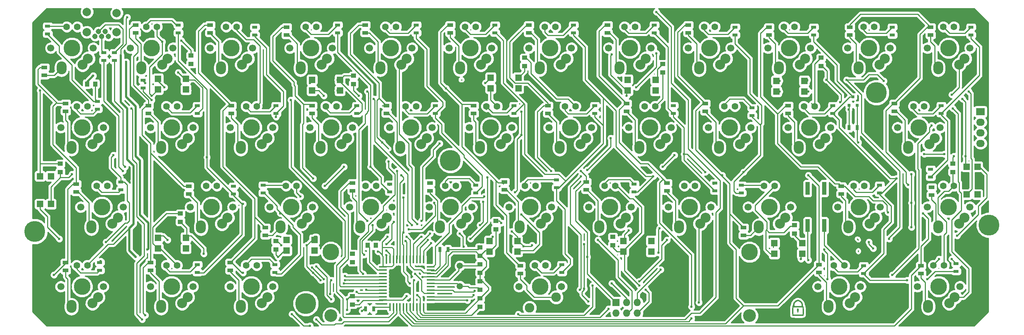
<source format=gbr>
G04 #@! TF.FileFunction,Copper,L2,Bot,Signal*
%FSLAX46Y46*%
G04 Gerber Fmt 4.6, Leading zero omitted, Abs format (unit mm)*
G04 Created by KiCad (PCBNEW 4.0.1-stable) date 7/13/2016 10:22:09 PM*
%MOMM*%
G01*
G04 APERTURE LIST*
%ADD10C,0.100000*%
%ADD11C,0.010000*%
%ADD12R,1.250000X1.000000*%
%ADD13R,1.000000X1.250000*%
%ADD14R,1.397000X0.889000*%
%ADD15O,1.899920X0.406400*%
%ADD16O,0.406400X1.899920*%
%ADD17C,1.305560*%
%ADD18C,2.000000*%
%ADD19R,1.300000X0.700000*%
%ADD20R,1.727200X1.727200*%
%ADD21O,1.727200X1.727200*%
%ADD22R,2.032000X1.727200*%
%ADD23O,2.032000X1.727200*%
%ADD24R,0.800100X0.800100*%
%ADD25R,0.700000X1.300000*%
%ADD26R,1.524000X1.524000*%
%ADD27R,1.000000X3.100000*%
%ADD28C,3.980180*%
%ADD29O,2.384001X3.080000*%
%ADD30C,2.377011*%
%ADD31C,1.699260*%
%ADD32C,1.501140*%
%ADD33C,1.600200*%
%ADD34C,2.286000*%
%ADD35C,3.987800*%
%ADD36C,1.701800*%
%ADD37C,3.048000*%
%ADD38C,5.001260*%
%ADD39C,0.600000*%
%ADD40C,0.250000*%
%ADD41C,0.508000*%
%ADD42C,0.254000*%
G04 APERTURE END LIST*
D10*
D11*
G36*
X219546275Y-113520741D02*
X219167016Y-113801410D01*
X218901371Y-114180174D01*
X218821000Y-114518830D01*
X218777863Y-114830976D01*
X218688304Y-115016896D01*
X218626111Y-115207746D01*
X218592080Y-115590390D01*
X218591337Y-116103673D01*
X218593054Y-116153546D01*
X218630500Y-117157500D01*
X219906921Y-117193413D01*
X220453432Y-117200222D01*
X220901970Y-117189757D01*
X221193899Y-117164288D01*
X221272171Y-117140496D01*
X221323589Y-116966724D01*
X221352415Y-116622443D01*
X221360004Y-116183704D01*
X221347712Y-115726560D01*
X221316893Y-115327064D01*
X221291966Y-115189000D01*
X221107000Y-115189000D01*
X221107000Y-116967000D01*
X218821000Y-116967000D01*
X218821000Y-115189000D01*
X221107000Y-115189000D01*
X221291966Y-115189000D01*
X221268904Y-115061269D01*
X221234000Y-114998500D01*
X221143434Y-114827281D01*
X221111941Y-114576137D01*
X220853000Y-114576137D01*
X220853000Y-114935000D01*
X219964000Y-114935000D01*
X219499748Y-114930951D01*
X219234075Y-114904633D01*
X219111565Y-114834783D01*
X219076799Y-114700141D01*
X219075000Y-114593935D01*
X219180664Y-114209381D01*
X219446355Y-113879326D01*
X219795121Y-113685819D01*
X219946203Y-113665000D01*
X220335136Y-113778290D01*
X220659598Y-114064317D01*
X220839210Y-114442318D01*
X220853000Y-114576137D01*
X221111941Y-114576137D01*
X221107000Y-114536735D01*
X220993152Y-114116879D01*
X220701011Y-113741524D01*
X220304681Y-113483657D01*
X219964000Y-113411000D01*
X219546275Y-113520741D01*
X219546275Y-113520741D01*
G37*
X219546275Y-113520741D02*
X219167016Y-113801410D01*
X218901371Y-114180174D01*
X218821000Y-114518830D01*
X218777863Y-114830976D01*
X218688304Y-115016896D01*
X218626111Y-115207746D01*
X218592080Y-115590390D01*
X218591337Y-116103673D01*
X218593054Y-116153546D01*
X218630500Y-117157500D01*
X219906921Y-117193413D01*
X220453432Y-117200222D01*
X220901970Y-117189757D01*
X221193899Y-117164288D01*
X221272171Y-117140496D01*
X221323589Y-116966724D01*
X221352415Y-116622443D01*
X221360004Y-116183704D01*
X221347712Y-115726560D01*
X221316893Y-115327064D01*
X221291966Y-115189000D01*
X221107000Y-115189000D01*
X221107000Y-116967000D01*
X218821000Y-116967000D01*
X218821000Y-115189000D01*
X221107000Y-115189000D01*
X221291966Y-115189000D01*
X221268904Y-115061269D01*
X221234000Y-114998500D01*
X221143434Y-114827281D01*
X221111941Y-114576137D01*
X220853000Y-114576137D01*
X220853000Y-114935000D01*
X219964000Y-114935000D01*
X219499748Y-114930951D01*
X219234075Y-114904633D01*
X219111565Y-114834783D01*
X219076799Y-114700141D01*
X219075000Y-114593935D01*
X219180664Y-114209381D01*
X219446355Y-113879326D01*
X219795121Y-113685819D01*
X219946203Y-113665000D01*
X220335136Y-113778290D01*
X220659598Y-114064317D01*
X220839210Y-114442318D01*
X220853000Y-114576137D01*
X221111941Y-114576137D01*
X221107000Y-114536735D01*
X220993152Y-114116879D01*
X220701011Y-113741524D01*
X220304681Y-113483657D01*
X219964000Y-113411000D01*
X219546275Y-113520741D01*
G36*
X219850622Y-115512849D02*
X219794568Y-115695492D01*
X219797201Y-115981984D01*
X219845819Y-116266312D01*
X219927717Y-116442466D01*
X219964000Y-116459000D01*
X220047992Y-116348262D01*
X220121154Y-116078432D01*
X220126465Y-116046250D01*
X220134940Y-115706170D01*
X220057917Y-115492844D01*
X219922185Y-115458077D01*
X219850622Y-115512849D01*
X219850622Y-115512849D01*
G37*
X219850622Y-115512849D02*
X219794568Y-115695492D01*
X219797201Y-115981984D01*
X219845819Y-116266312D01*
X219927717Y-116442466D01*
X219964000Y-116459000D01*
X220047992Y-116348262D01*
X220121154Y-116078432D01*
X220126465Y-116046250D01*
X220134940Y-115706170D01*
X220057917Y-115492844D01*
X219922185Y-115458077D01*
X219850622Y-115512849D01*
D12*
X144018000Y-104918000D03*
X144018000Y-106918000D03*
X144018000Y-110982000D03*
X144018000Y-108982000D03*
D13*
X119110000Y-100330000D03*
X117110000Y-100330000D03*
D12*
X113538000Y-114538000D03*
X113538000Y-112538000D03*
X144018000Y-115046000D03*
X144018000Y-113046000D03*
X113538000Y-104378000D03*
X113538000Y-102378000D03*
X144018000Y-100854000D03*
X144018000Y-102854000D03*
D13*
X52054000Y-61722000D03*
X50054000Y-61722000D03*
D14*
X39878000Y-57721500D03*
X39878000Y-59626500D03*
X61722000Y-47561500D03*
X61722000Y-49466500D03*
X79502000Y-47561500D03*
X79502000Y-49466500D03*
X97790000Y-48069500D03*
X97790000Y-49974500D03*
X116586000Y-47561500D03*
X116586000Y-49466500D03*
X136906000Y-47561500D03*
X136906000Y-49466500D03*
X155702000Y-47561500D03*
X155702000Y-49466500D03*
X174498000Y-47561500D03*
X174498000Y-49466500D03*
X193802000Y-47561500D03*
X193802000Y-49466500D03*
X213106000Y-48069500D03*
X213106000Y-49974500D03*
X232410000Y-48069500D03*
X232410000Y-49974500D03*
X44958000Y-66357500D03*
X44958000Y-68262500D03*
X64770000Y-66865500D03*
X64770000Y-68770500D03*
X84582000Y-66865500D03*
X84582000Y-68770500D03*
X103886000Y-66865500D03*
X103886000Y-68770500D03*
X121666000Y-66865500D03*
X121666000Y-68770500D03*
X142494000Y-66865500D03*
X142494000Y-68770500D03*
X160274000Y-66865500D03*
X160274000Y-68770500D03*
X179070000Y-66357500D03*
X179070000Y-68262500D03*
X197866000Y-66357500D03*
X197866000Y-68262500D03*
X217678000Y-66865500D03*
X217678000Y-68770500D03*
X243078000Y-66357500D03*
X243078000Y-68262500D03*
X47498000Y-85661500D03*
X47498000Y-87566500D03*
X74422000Y-86169500D03*
X74422000Y-88074500D03*
X92710000Y-96075500D03*
X92710000Y-97980500D03*
X113538000Y-85407500D03*
X113538000Y-87312500D03*
X132080000Y-85407500D03*
X132080000Y-87312500D03*
X149860000Y-85153500D03*
X149860000Y-87058500D03*
X169418000Y-85153500D03*
X169418000Y-87058500D03*
X188722000Y-85407500D03*
X188722000Y-87312500D03*
X207010000Y-96075500D03*
X207010000Y-97980500D03*
X230378000Y-86169500D03*
X230378000Y-88074500D03*
X251968000Y-86423500D03*
X251968000Y-88328500D03*
X44958000Y-104457500D03*
X44958000Y-106362500D03*
X65278000Y-104457500D03*
X65278000Y-106362500D03*
X84328000Y-104457500D03*
X84328000Y-106362500D03*
X153670000Y-105219500D03*
X153670000Y-107124500D03*
X225044000Y-104965500D03*
X225044000Y-106870500D03*
X249428000Y-105219500D03*
X249428000Y-107124500D03*
X251714000Y-48069500D03*
X251714000Y-49974500D03*
D15*
X120777000Y-109474000D03*
X120777000Y-108673900D03*
X120777000Y-107873800D03*
X120777000Y-107073700D03*
X120777000Y-106273600D03*
X120777000Y-105473500D03*
X120777000Y-110274100D03*
X120777000Y-111074200D03*
X120777000Y-111874300D03*
X120777000Y-112674400D03*
X120777000Y-113474500D03*
X132207000Y-109474000D03*
X132207000Y-108673900D03*
X132207000Y-107873800D03*
X132207000Y-107073700D03*
X132207000Y-106273600D03*
X132207000Y-105473500D03*
X132207000Y-110274100D03*
X132207000Y-111074200D03*
X132207000Y-111874300D03*
X132207000Y-112674400D03*
X132207000Y-113474500D03*
D16*
X126492000Y-103759000D03*
X126492000Y-115189000D03*
X127292100Y-103759000D03*
X127292100Y-115189000D03*
X128092200Y-115189000D03*
X128092200Y-103759000D03*
X128892300Y-103759000D03*
X128892300Y-115189000D03*
X129692400Y-115189000D03*
X129692400Y-103759000D03*
X130492500Y-103759000D03*
X130492500Y-115189000D03*
X125691900Y-115189000D03*
X125691900Y-103759000D03*
X124891800Y-103759000D03*
X124891800Y-115189000D03*
X124091700Y-115189000D03*
X124091700Y-103759000D03*
X123291600Y-103759000D03*
X123291600Y-115189000D03*
X122491500Y-115189000D03*
X122491500Y-103759000D03*
D17*
X53594000Y-50309780D03*
X52796440Y-49110900D03*
X55191660Y-50309780D03*
X54391560Y-49110900D03*
D18*
X57150000Y-44704000D03*
X50038000Y-44450000D03*
D17*
X51996340Y-50309780D03*
D18*
X50038000Y-49276000D03*
X57150000Y-49276000D03*
D19*
X71882000Y-49464000D03*
X71882000Y-47564000D03*
X109982000Y-49464000D03*
X109982000Y-47564000D03*
X128778000Y-49464000D03*
X128778000Y-47564000D03*
X147574000Y-49464000D03*
X147574000Y-47564000D03*
X166370000Y-49464000D03*
X166370000Y-47564000D03*
X185674000Y-49464000D03*
X185674000Y-47564000D03*
X204978000Y-49972000D03*
X204978000Y-48072000D03*
X223774000Y-49972000D03*
X223774000Y-48072000D03*
X242570000Y-49972000D03*
X242570000Y-48072000D03*
X261366000Y-49972000D03*
X261366000Y-48072000D03*
X52578000Y-65852000D03*
X52578000Y-67752000D03*
X40640000Y-49718000D03*
X40640000Y-47818000D03*
X90170000Y-49972000D03*
X90170000Y-48072000D03*
X76454000Y-68768000D03*
X76454000Y-66868000D03*
X95250000Y-68768000D03*
X95250000Y-66868000D03*
X114554000Y-68768000D03*
X114554000Y-66868000D03*
X133350000Y-68768000D03*
X133350000Y-66868000D03*
X152146000Y-68768000D03*
X152146000Y-66868000D03*
X171450000Y-68768000D03*
X171450000Y-66868000D03*
X190246000Y-68768000D03*
X190246000Y-66868000D03*
X209042000Y-69276000D03*
X209042000Y-67376000D03*
X228346000Y-68768000D03*
X228346000Y-66868000D03*
X254254000Y-68768000D03*
X254254000Y-66868000D03*
X58166000Y-85156000D03*
X58166000Y-87056000D03*
X85090000Y-88072000D03*
X85090000Y-86172000D03*
X92202000Y-87818000D03*
X92202000Y-85918000D03*
X122428000Y-87564000D03*
X122428000Y-85664000D03*
X143002000Y-87818000D03*
X143002000Y-85918000D03*
X162306000Y-86548000D03*
X162306000Y-84648000D03*
X180848000Y-87564000D03*
X180848000Y-85664000D03*
X200152000Y-87310000D03*
X200152000Y-85410000D03*
X206502000Y-87818000D03*
X206502000Y-85918000D03*
X239522000Y-87818000D03*
X239522000Y-85918000D03*
X251714000Y-84008000D03*
X251714000Y-82108000D03*
X53086000Y-104460000D03*
X53086000Y-106360000D03*
X76454000Y-106868000D03*
X76454000Y-104968000D03*
X94996000Y-106868000D03*
X94996000Y-104968000D03*
X163576000Y-106868000D03*
X163576000Y-104968000D03*
X235712000Y-107122000D03*
X235712000Y-105222000D03*
X257810000Y-106614000D03*
X257810000Y-104714000D03*
X63500000Y-60772000D03*
X63500000Y-62672000D03*
D20*
X176530000Y-114046000D03*
D21*
X176530000Y-116586000D03*
X179070000Y-114046000D03*
X179070000Y-116586000D03*
X181610000Y-114046000D03*
X181610000Y-116586000D03*
D22*
X263652000Y-68326000D03*
D23*
X263652000Y-70866000D03*
X263652000Y-73406000D03*
X263652000Y-75946000D03*
D24*
X234122000Y-66786760D03*
X232222000Y-66786760D03*
X233172000Y-64787780D03*
D19*
X56642000Y-56068000D03*
X56642000Y-54168000D03*
X54102000Y-56068000D03*
X54102000Y-54168000D03*
D25*
X118552000Y-115570000D03*
X116652000Y-115570000D03*
X232222000Y-72136000D03*
X234122000Y-72136000D03*
X136332000Y-101346000D03*
X134432000Y-101346000D03*
D26*
X67028000Y-60422000D03*
X67028000Y-63022000D03*
X73688000Y-63022000D03*
X73688000Y-60422000D03*
X103858000Y-60676000D03*
X103858000Y-63276000D03*
X110518000Y-63276000D03*
X110518000Y-60676000D03*
X146530000Y-60168000D03*
X146530000Y-62768000D03*
X153190000Y-62768000D03*
X153190000Y-60168000D03*
X179296000Y-60676000D03*
X179296000Y-63276000D03*
X185956000Y-63276000D03*
X185956000Y-60676000D03*
X214856000Y-60930000D03*
X214856000Y-63530000D03*
X221516000Y-63530000D03*
X221516000Y-60930000D03*
X260320000Y-88166000D03*
X262920000Y-88166000D03*
X262920000Y-81506000D03*
X260320000Y-81506000D03*
X214348000Y-99792000D03*
X214348000Y-102392000D03*
X221008000Y-102392000D03*
X221008000Y-99792000D03*
X178280000Y-99284000D03*
X178280000Y-101884000D03*
X184940000Y-101884000D03*
X184940000Y-99284000D03*
X146276000Y-99284000D03*
X146276000Y-101884000D03*
X152936000Y-101884000D03*
X152936000Y-99284000D03*
X97762000Y-99030000D03*
X97762000Y-101630000D03*
X104422000Y-101630000D03*
X104422000Y-99030000D03*
X67028000Y-98522000D03*
X67028000Y-101122000D03*
X73688000Y-101122000D03*
X73688000Y-98522000D03*
X38832000Y-90452000D03*
X41432000Y-90452000D03*
X41432000Y-83792000D03*
X38832000Y-83792000D03*
D27*
X226283500Y-95636000D03*
X222283000Y-86736000D03*
X226281000Y-86736000D03*
X222283000Y-95636000D03*
D28*
X46482000Y-53086000D03*
D29*
X43962000Y-57876000D03*
D30*
X50292000Y-55626000D03*
D31*
X51562000Y-53086000D03*
X41402000Y-53086000D03*
D30*
X48982000Y-57086000D03*
D28*
X65532000Y-53086000D03*
D29*
X63012000Y-57876000D03*
D30*
X69342000Y-55626000D03*
D31*
X70612000Y-53086000D03*
X60452000Y-53086000D03*
D30*
X68032000Y-57086000D03*
D28*
X84582000Y-53086000D03*
D29*
X82062000Y-57876000D03*
D30*
X88392000Y-55626000D03*
D31*
X89662000Y-53086000D03*
X79502000Y-53086000D03*
D30*
X87082000Y-57086000D03*
D28*
X103632000Y-53086000D03*
D29*
X101112000Y-57876000D03*
D30*
X107442000Y-55626000D03*
D31*
X108712000Y-53086000D03*
X98552000Y-53086000D03*
D30*
X106132000Y-57086000D03*
D28*
X122682000Y-53086000D03*
D29*
X120162000Y-57876000D03*
D30*
X126492000Y-55626000D03*
D31*
X127762000Y-53086000D03*
X117602000Y-53086000D03*
D30*
X125182000Y-57086000D03*
D28*
X141732000Y-53086000D03*
D29*
X139212000Y-57876000D03*
D30*
X145542000Y-55626000D03*
D31*
X146812000Y-53086000D03*
X136652000Y-53086000D03*
D30*
X144232000Y-57086000D03*
D28*
X160782000Y-53086000D03*
D29*
X158262000Y-57876000D03*
D30*
X164592000Y-55626000D03*
D31*
X165862000Y-53086000D03*
X155702000Y-53086000D03*
D30*
X163282000Y-57086000D03*
D28*
X179832000Y-53086000D03*
D29*
X177312000Y-57876000D03*
D30*
X183642000Y-55626000D03*
D31*
X184912000Y-53086000D03*
X174752000Y-53086000D03*
D30*
X182332000Y-57086000D03*
D28*
X198882000Y-53086000D03*
D29*
X196362000Y-57876000D03*
D30*
X202692000Y-55626000D03*
D31*
X203962000Y-53086000D03*
X193802000Y-53086000D03*
D30*
X201382000Y-57086000D03*
D28*
X217932000Y-53086000D03*
D29*
X215412000Y-57876000D03*
D30*
X221742000Y-55626000D03*
D31*
X223012000Y-53086000D03*
X212852000Y-53086000D03*
D30*
X220432000Y-57086000D03*
D28*
X236982000Y-53086000D03*
D29*
X234462000Y-57876000D03*
D30*
X240792000Y-55626000D03*
D31*
X242062000Y-53086000D03*
X231902000Y-53086000D03*
D30*
X239482000Y-57086000D03*
D28*
X48864520Y-72136000D03*
D29*
X46344520Y-76926000D03*
D30*
X52674520Y-74676000D03*
D31*
X53944520Y-72136000D03*
X43784520Y-72136000D03*
D30*
X51364520Y-76136000D03*
D28*
X70295770Y-72136000D03*
D29*
X67775770Y-76926000D03*
D30*
X74105770Y-74676000D03*
D31*
X75375770Y-72136000D03*
X65215770Y-72136000D03*
D30*
X72795770Y-76136000D03*
D28*
X89345770Y-72136000D03*
D29*
X86825770Y-76926000D03*
D30*
X93155770Y-74676000D03*
D31*
X94425770Y-72136000D03*
X84265770Y-72136000D03*
D30*
X91845770Y-76136000D03*
D28*
X108395770Y-72136000D03*
D29*
X105875770Y-76926000D03*
D30*
X112205770Y-74676000D03*
D31*
X113475770Y-72136000D03*
X103315770Y-72136000D03*
D30*
X110895770Y-76136000D03*
D28*
X127445770Y-72136000D03*
D29*
X124925770Y-76926000D03*
D30*
X131255770Y-74676000D03*
D31*
X132525770Y-72136000D03*
X122365770Y-72136000D03*
D30*
X129945770Y-76136000D03*
D28*
X146495770Y-72136000D03*
D29*
X143975770Y-76926000D03*
D30*
X150305770Y-74676000D03*
D31*
X151575770Y-72136000D03*
X141415770Y-72136000D03*
D30*
X148995770Y-76136000D03*
D28*
X165545770Y-72136000D03*
D29*
X163025770Y-76926000D03*
D30*
X169355770Y-74676000D03*
D31*
X170625770Y-72136000D03*
X160465770Y-72136000D03*
D30*
X168045770Y-76136000D03*
D28*
X184595770Y-72136000D03*
D29*
X182075770Y-76926000D03*
D30*
X188405770Y-74676000D03*
D31*
X189675770Y-72136000D03*
X179515770Y-72136000D03*
D30*
X187095770Y-76136000D03*
D28*
X203645770Y-72136000D03*
D29*
X201125770Y-76926000D03*
D30*
X207455770Y-74676000D03*
D31*
X208725770Y-72136000D03*
X198565770Y-72136000D03*
D30*
X206145770Y-76136000D03*
D28*
X222695770Y-72136000D03*
D29*
X220175770Y-76926000D03*
D30*
X226505770Y-74676000D03*
D31*
X227775770Y-72136000D03*
X217615770Y-72136000D03*
D30*
X225195770Y-76136000D03*
D28*
X248889520Y-72136000D03*
D29*
X246369520Y-76926000D03*
D30*
X252699520Y-74676000D03*
D31*
X253969520Y-72136000D03*
X243809520Y-72136000D03*
D30*
X251389520Y-76136000D03*
D28*
X53625750Y-91186000D03*
D29*
X51105750Y-95976000D03*
D30*
X57435750Y-93726000D03*
D31*
X58705750Y-91186000D03*
X48545750Y-91186000D03*
D30*
X56125750Y-95186000D03*
D28*
X79819500Y-91186000D03*
D29*
X77299500Y-95976000D03*
D30*
X83629500Y-93726000D03*
D31*
X84899500Y-91186000D03*
X74739500Y-91186000D03*
D30*
X82319500Y-95186000D03*
D28*
X98869500Y-91186000D03*
D29*
X96349500Y-95976000D03*
D30*
X102679500Y-93726000D03*
D31*
X103949500Y-91186000D03*
X93789500Y-91186000D03*
D30*
X101369500Y-95186000D03*
D28*
X117919500Y-91186000D03*
D29*
X115399500Y-95976000D03*
D30*
X121729500Y-93726000D03*
D31*
X122999500Y-91186000D03*
X112839500Y-91186000D03*
D30*
X120419500Y-95186000D03*
D28*
X136969500Y-91186000D03*
D29*
X134449500Y-95976000D03*
D30*
X140779500Y-93726000D03*
D31*
X142049500Y-91186000D03*
X131889500Y-91186000D03*
D30*
X139469500Y-95186000D03*
D28*
X156019500Y-91186000D03*
D29*
X153499500Y-95976000D03*
D30*
X159829500Y-93726000D03*
D31*
X161099500Y-91186000D03*
X150939500Y-91186000D03*
D30*
X158519500Y-95186000D03*
D28*
X175069500Y-91186000D03*
D29*
X172549500Y-95976000D03*
D30*
X178879500Y-93726000D03*
D31*
X180149500Y-91186000D03*
X169989500Y-91186000D03*
D30*
X177569500Y-95186000D03*
D28*
X194119500Y-91186000D03*
D29*
X191599500Y-95976000D03*
D30*
X197929500Y-93726000D03*
D31*
X199199500Y-91186000D03*
X189039500Y-91186000D03*
D30*
X196619500Y-95186000D03*
D28*
X213169500Y-91186000D03*
D29*
X210649500Y-95976000D03*
D30*
X216979500Y-93726000D03*
D31*
X218249500Y-91186000D03*
X208089500Y-91186000D03*
D30*
X215669500Y-95186000D03*
D28*
X234600750Y-91186000D03*
D29*
X232080750Y-95976000D03*
D30*
X238410750Y-93726000D03*
D31*
X239680750Y-91186000D03*
X229520750Y-91186000D03*
D30*
X237100750Y-95186000D03*
D28*
X256032000Y-91186000D03*
D29*
X253512000Y-95976000D03*
D30*
X259842000Y-93726000D03*
D31*
X261112000Y-91186000D03*
X250952000Y-91186000D03*
D30*
X258532000Y-95186000D03*
D28*
X48864520Y-110236000D03*
D29*
X46344520Y-115026000D03*
D30*
X52674520Y-112776000D03*
D31*
X53944520Y-110236000D03*
X43784520Y-110236000D03*
D30*
X51364520Y-114236000D03*
D28*
X70295770Y-110236000D03*
D29*
X67775770Y-115026000D03*
D30*
X74105770Y-112776000D03*
D31*
X75375770Y-110236000D03*
X65215770Y-110236000D03*
D30*
X72795770Y-114236000D03*
D28*
X89345770Y-110236000D03*
D29*
X86825770Y-115026000D03*
D30*
X93155770Y-112776000D03*
D31*
X94425770Y-110236000D03*
X84265770Y-110236000D03*
D30*
X91845770Y-114236000D03*
D28*
X229839520Y-110236000D03*
D29*
X227319520Y-115026000D03*
D30*
X233649520Y-112776000D03*
D31*
X234919520Y-110236000D03*
X224759520Y-110236000D03*
D30*
X232339520Y-114236000D03*
D28*
X253652020Y-110236000D03*
D29*
X251132020Y-115026000D03*
D30*
X257462020Y-112776000D03*
D31*
X258732020Y-110236000D03*
X248572020Y-110236000D03*
D30*
X256152020Y-114236000D03*
D28*
X256032000Y-53086000D03*
D29*
X253512000Y-57876000D03*
D30*
X259842000Y-55626000D03*
D31*
X261112000Y-53086000D03*
X250952000Y-53086000D03*
D30*
X258532000Y-57086000D03*
D32*
X139192000Y-105255060D03*
X139192000Y-110136940D03*
D33*
X64262000Y-48006000D03*
X66802000Y-48006000D03*
X102362000Y-48006000D03*
X104902000Y-48006000D03*
X121412000Y-48006000D03*
X123952000Y-48006000D03*
X140462000Y-48006000D03*
X143002000Y-48006000D03*
X159512000Y-48006000D03*
X162052000Y-48006000D03*
X178562000Y-48006000D03*
X181102000Y-48006000D03*
X197612000Y-48006000D03*
X200152000Y-48006000D03*
X216662000Y-48006000D03*
X219202000Y-48006000D03*
X235712000Y-48006000D03*
X238252000Y-48006000D03*
X254762000Y-48006000D03*
X257302000Y-48006000D03*
X47594520Y-67056000D03*
X50134520Y-67056000D03*
X45212000Y-48006000D03*
X47752000Y-48006000D03*
X83312000Y-48006000D03*
X85852000Y-48006000D03*
X69025770Y-67056000D03*
X71565770Y-67056000D03*
X88075770Y-67056000D03*
X90615770Y-67056000D03*
X107125770Y-67056000D03*
X109665770Y-67056000D03*
X126175770Y-67056000D03*
X128715770Y-67056000D03*
X145542000Y-67056000D03*
X148082000Y-67056000D03*
X164275770Y-67056000D03*
X166815770Y-67056000D03*
X183325770Y-67056000D03*
X185865770Y-67056000D03*
X202375770Y-67056000D03*
X204915770Y-67056000D03*
X221425770Y-67056000D03*
X223965770Y-67056000D03*
X247619520Y-67056000D03*
X250159520Y-67056000D03*
X52355750Y-86106000D03*
X54895750Y-86106000D03*
X78549500Y-86106000D03*
X81089500Y-86106000D03*
X97599500Y-86106000D03*
X100139500Y-86106000D03*
X116649500Y-86106000D03*
X119189500Y-86106000D03*
X135699500Y-86106000D03*
X138239500Y-86106000D03*
X154749500Y-86106000D03*
X157289500Y-86106000D03*
X173799500Y-86106000D03*
X176339500Y-86106000D03*
X192849500Y-86106000D03*
X195389500Y-86106000D03*
X211899500Y-86106000D03*
X214439500Y-86106000D03*
X233330750Y-86106000D03*
X235870750Y-86106000D03*
X254762000Y-86106000D03*
X257302000Y-86106000D03*
X47594520Y-105156000D03*
X50134520Y-105156000D03*
X69025770Y-105156000D03*
X71565770Y-105156000D03*
X88075770Y-105156000D03*
X90615770Y-105156000D03*
X157132020Y-105156000D03*
X159672020Y-105156000D03*
X228569520Y-105156000D03*
X231109520Y-105156000D03*
X252382020Y-105156000D03*
X254922020Y-105156000D03*
D34*
X155862020Y-115316000D03*
X162212020Y-112776000D03*
D35*
X158402020Y-110236000D03*
D36*
X163482020Y-110236000D03*
X153322020Y-110236000D03*
D37*
X208440020Y-117221000D03*
X108364020Y-117221000D03*
D35*
X208440020Y-101981000D03*
X108364020Y-101981000D03*
D38*
X37592000Y-97028000D03*
X265684000Y-95504000D03*
X102362000Y-114300000D03*
X238760000Y-63754000D03*
X136906000Y-80010000D03*
D12*
X74930000Y-54880000D03*
X74930000Y-56880000D03*
X154686000Y-55388000D03*
X154686000Y-57388000D03*
X187706000Y-58912000D03*
X187706000Y-56912000D03*
X225552000Y-55388000D03*
X225552000Y-57388000D03*
X257048000Y-82788000D03*
X257048000Y-80788000D03*
X72390000Y-92726000D03*
X72390000Y-94726000D03*
X219202000Y-95520000D03*
X219202000Y-97520000D03*
X175768000Y-100314000D03*
X175768000Y-98314000D03*
X43688000Y-82788000D03*
X43688000Y-80788000D03*
X147828000Y-96504000D03*
X147828000Y-94504000D03*
X95250000Y-101330000D03*
X95250000Y-99330000D03*
X113792000Y-61706000D03*
X113792000Y-59706000D03*
D39*
X115062000Y-64516000D03*
X215618000Y-63530000D03*
X262890000Y-88392000D03*
X214348000Y-102392000D03*
X68072000Y-51562000D03*
X72644000Y-51308000D03*
X144018000Y-106918000D03*
X182118000Y-109982000D03*
X183642000Y-110998000D03*
X58166000Y-54864000D03*
X101092000Y-88646000D03*
X127254000Y-109474000D03*
X130302000Y-107950000D03*
X95758000Y-103124000D03*
X125730000Y-88900000D03*
X113538000Y-102378000D03*
X112268000Y-113284000D03*
X104902000Y-105410000D03*
X108458000Y-113284000D03*
X115824000Y-116078000D03*
X112268000Y-115824000D03*
X175514000Y-54610000D03*
X179070000Y-64516000D03*
X61214000Y-84836000D03*
X46482000Y-83312000D03*
X59690000Y-45720000D03*
X61722000Y-103124000D03*
X125730000Y-97282000D03*
X117094000Y-100330000D03*
X65532000Y-64516000D03*
X58166000Y-59690000D03*
X51562000Y-59690000D03*
X106680000Y-64516000D03*
X126238000Y-99314000D03*
X119126000Y-100330000D03*
X154686000Y-57388000D03*
X222250000Y-60706000D03*
X102616000Y-100330000D03*
X96520000Y-100330000D03*
X151638000Y-97028000D03*
X149098000Y-94996000D03*
X175768000Y-98314000D03*
X260096000Y-78994000D03*
X257302000Y-78994000D03*
X74930000Y-56880000D03*
X119634000Y-101854000D03*
X188722000Y-99060000D03*
X168910000Y-110744000D03*
X182118000Y-108966000D03*
X95250000Y-69596000D03*
X59436000Y-56388000D03*
X71882000Y-58928000D03*
X259334000Y-65278000D03*
X240538000Y-60960000D03*
X143764000Y-100584000D03*
X156464000Y-100330000D03*
X168910000Y-100076000D03*
X154432000Y-100584000D03*
X169926000Y-113792000D03*
X61722000Y-69596000D03*
X232222000Y-72136000D03*
X77978000Y-102362000D03*
X126492000Y-98298000D03*
X121920000Y-98298000D03*
X129032000Y-112268000D03*
X126492000Y-112522000D03*
X230124000Y-66040000D03*
X232156000Y-67818000D03*
X185166000Y-98806000D03*
X221488000Y-100330000D03*
X241808000Y-98806000D03*
X64516000Y-101346000D03*
X104140000Y-106934000D03*
X113538000Y-104394000D03*
X105918000Y-108712000D03*
X113538000Y-114538000D03*
X231648000Y-60706000D03*
X226822000Y-60706000D03*
X185928000Y-60706000D03*
X38862000Y-63246000D03*
X52054000Y-61722000D03*
X59436000Y-61976000D03*
X73307000Y-60676000D03*
X109982000Y-60706000D03*
X111760000Y-107696000D03*
X42164000Y-107442000D03*
X64008000Y-117094000D03*
X108204000Y-112014000D03*
X108458000Y-108712000D03*
X111760000Y-108712000D03*
X87376000Y-106934000D03*
X103886000Y-105664000D03*
X106680000Y-108458000D03*
X111506000Y-109474000D03*
X104140000Y-84328000D03*
X113284000Y-85344000D03*
X132080000Y-85598000D03*
X120650000Y-75692000D03*
X122174000Y-80264000D03*
X116078000Y-107188000D03*
X116840000Y-110998000D03*
X117094000Y-63500000D03*
X135890000Y-62738000D03*
X117094000Y-94488000D03*
X116332000Y-102616000D03*
X114554000Y-111506000D03*
X118364000Y-95504000D03*
X132334000Y-99822000D03*
X169672000Y-103124000D03*
X161036000Y-82550000D03*
X168148000Y-82550000D03*
X194564000Y-117856000D03*
X194564000Y-115062000D03*
X222504000Y-83566000D03*
X201930000Y-83566000D03*
X249936000Y-92710000D03*
X241554000Y-92456000D03*
X153924000Y-68326000D03*
X152400000Y-87630000D03*
X145034000Y-88646000D03*
X153924000Y-73914000D03*
X186182000Y-54356000D03*
X181356000Y-62484000D03*
X232156000Y-48260000D03*
X251968000Y-86360000D03*
X246380000Y-85852000D03*
X187198000Y-106172000D03*
X134432000Y-101346000D03*
X222504000Y-103886000D03*
X242570000Y-107442000D03*
X142748000Y-111252000D03*
X251968000Y-71628000D03*
X129032000Y-95250000D03*
X128524000Y-107188000D03*
X175260000Y-74676000D03*
X167894000Y-110998000D03*
X168148000Y-83820000D03*
X169672000Y-82296000D03*
X142494000Y-112268000D03*
X256794000Y-64262000D03*
X257048000Y-67564000D03*
X140970000Y-113538000D03*
X99060000Y-116840000D03*
X103378000Y-119634000D03*
X186182000Y-44450000D03*
X118618000Y-65278000D03*
X127762000Y-95504000D03*
X128270000Y-108712000D03*
X144018000Y-95504000D03*
X144780000Y-89916000D03*
X130048000Y-98298000D03*
X247142000Y-90170000D03*
X247142000Y-83312000D03*
X247142000Y-96012000D03*
X174752000Y-115570000D03*
X196342000Y-114046000D03*
X172212000Y-99060000D03*
X131572000Y-99060000D03*
X255016000Y-78486000D03*
X250190000Y-78486000D03*
X145796000Y-84074000D03*
X141732000Y-98806000D03*
X125222000Y-83566000D03*
X58674000Y-82550000D03*
X60706000Y-67564000D03*
X63246000Y-118110000D03*
X104902000Y-118110000D03*
X59182000Y-81534000D03*
X124206000Y-82550000D03*
X65532000Y-65532000D03*
X98806000Y-65532000D03*
X234442000Y-75692000D03*
X123444000Y-94742000D03*
X121666000Y-100076000D03*
X121666000Y-101600000D03*
X130048000Y-94488000D03*
X134366000Y-75946000D03*
X89916000Y-48006000D03*
X190246000Y-66802000D03*
X85090000Y-86106000D03*
X122428000Y-85852000D03*
X199898000Y-85598000D03*
X251714000Y-82108000D03*
X253746000Y-103632000D03*
X256794000Y-103632000D03*
X207010000Y-82804000D03*
X197866000Y-82804000D03*
X133350000Y-68768000D03*
X152146000Y-68834000D03*
X117856000Y-81534000D03*
X106934000Y-86106000D03*
X111506000Y-81534000D03*
X250952000Y-108458000D03*
X246126000Y-108712000D03*
X85090000Y-88072000D03*
X92202000Y-87884000D03*
X171450000Y-68768000D03*
X56388000Y-78740000D03*
X78740000Y-79248000D03*
X96266000Y-92710000D03*
X87376000Y-90424000D03*
X166370000Y-49530000D03*
X147828000Y-49530000D03*
X109982000Y-49464000D03*
X128778000Y-49530000D03*
X242570000Y-49972000D03*
X261112000Y-50038000D03*
X204978000Y-49972000D03*
X224028000Y-50038000D03*
X190500000Y-78740000D03*
X192786000Y-78486000D03*
X187706000Y-81534000D03*
X185420000Y-83820000D03*
X54610000Y-99568000D03*
X53340000Y-104140000D03*
X251714000Y-84008000D03*
X243586000Y-84328000D03*
X64008000Y-61468000D03*
X68580000Y-62484000D03*
X73688000Y-63022000D03*
X103378000Y-61468000D03*
X109982000Y-63246000D03*
X145288000Y-61468000D03*
X153190000Y-62768000D03*
X179042000Y-60676000D03*
X215618000Y-60930000D03*
X185702000Y-63276000D03*
X260858000Y-63500000D03*
X222504000Y-63500000D03*
X237998000Y-101092000D03*
X236982000Y-99568000D03*
X258064000Y-98044000D03*
X214376000Y-99314000D03*
X220726000Y-103632000D03*
X186944000Y-96266000D03*
X186690000Y-102108000D03*
X179578000Y-96774000D03*
X147066000Y-98298000D03*
X184912000Y-101346000D03*
X133096000Y-90170000D03*
X127000000Y-96520000D03*
X153924000Y-92964000D03*
X97762000Y-98522000D03*
X69342000Y-99060000D03*
X104140000Y-101854000D03*
X73942000Y-100614000D03*
X43434000Y-98806000D03*
X226314000Y-101346000D03*
X227076000Y-108458000D03*
X170942000Y-109982000D03*
X139192000Y-97536000D03*
X132080000Y-97536000D03*
X140130000Y-100720000D03*
X153162000Y-116840000D03*
X175514000Y-109474000D03*
D40*
X234188000Y-98804000D02*
X234414000Y-99030000D01*
X234414000Y-101630000D02*
X234414000Y-101851520D01*
X139672000Y-60676000D02*
X139476000Y-60676000D01*
X139192000Y-105255060D02*
X143680940Y-105255060D01*
X143680940Y-105255060D02*
X144018000Y-104918000D01*
X138938000Y-105509060D02*
X138938000Y-106426000D01*
X136690100Y-108673900D02*
X132207000Y-108673900D01*
X136690100Y-108673900D02*
X138430000Y-106934000D01*
X138938000Y-106426000D02*
X138430000Y-106934000D01*
X138938000Y-105509060D02*
X139192000Y-105255060D01*
X113792000Y-61706000D02*
X113792000Y-63246000D01*
X113792000Y-63246000D02*
X115062000Y-64516000D01*
X162306000Y-65278000D02*
X165037770Y-65278000D01*
X165037770Y-65278000D02*
X166815770Y-67056000D01*
X156210000Y-56642000D02*
X156210000Y-59182000D01*
X154956000Y-55388000D02*
X156210000Y-56642000D01*
X156210000Y-59182000D02*
X162306000Y-65278000D01*
X154686000Y-55388000D02*
X154956000Y-55388000D01*
X146530000Y-62768000D02*
X146530000Y-65504000D01*
X146530000Y-65504000D02*
X148082000Y-67056000D01*
X224028000Y-56896000D02*
X224028000Y-66993770D01*
X224028000Y-66993770D02*
X223965770Y-67056000D01*
X65786000Y-99060000D02*
X65786000Y-99880000D01*
X65786000Y-99880000D02*
X67028000Y-101122000D01*
X262890000Y-88392000D02*
X262920000Y-88362000D01*
X262920000Y-88362000D02*
X262920000Y-88166000D01*
X212344000Y-101346000D02*
X213390000Y-102392000D01*
X213390000Y-102392000D02*
X214348000Y-102392000D01*
X212344000Y-100838000D02*
X212344000Y-101346000D01*
X95250000Y-101330000D02*
X95250000Y-102616000D01*
X95250000Y-102616000D02*
X95758000Y-103124000D01*
X147828000Y-96504000D02*
X147828000Y-100330000D01*
X147828000Y-100330000D02*
X146528000Y-101630000D01*
X146276000Y-101630000D02*
X146528000Y-101630000D01*
X146276000Y-101630000D02*
X146276000Y-101318000D01*
X43688000Y-84074000D02*
X45720000Y-84074000D01*
X41432000Y-89690000D02*
X41432000Y-86330000D01*
X41432000Y-86330000D02*
X43688000Y-84074000D01*
X43688000Y-82788000D02*
X43688000Y-84074000D01*
X178056000Y-101854000D02*
X176784000Y-101854000D01*
X175768000Y-100838000D02*
X176784000Y-101854000D01*
X175768000Y-100838000D02*
X175768000Y-100314000D01*
X178056000Y-101854000D02*
X178534000Y-101376000D01*
X216662000Y-97282000D02*
X213106000Y-97282000D01*
X218170000Y-95774000D02*
X216662000Y-97282000D01*
X219202000Y-95774000D02*
X218170000Y-95774000D01*
X213106000Y-97282000D02*
X212471000Y-96647000D01*
X65786000Y-96012000D02*
X65786000Y-99060000D01*
X65786000Y-99060000D02*
X65786000Y-99118000D01*
X72390000Y-92726000D02*
X69072000Y-92726000D01*
X69072000Y-92726000D02*
X66040000Y-95758000D01*
X65786000Y-96012000D02*
X66040000Y-95758000D01*
X257048000Y-82788000D02*
X257048000Y-85852000D01*
X257048000Y-85852000D02*
X257302000Y-86106000D01*
X224028000Y-56896000D02*
X225536000Y-55388000D01*
X223266000Y-66356230D02*
X223266000Y-66294000D01*
X223266000Y-66294000D02*
X223266000Y-66356230D01*
X225552000Y-55388000D02*
X225536000Y-55388000D01*
X187706000Y-58912000D02*
X187706000Y-65215770D01*
X187706000Y-65215770D02*
X185865770Y-67056000D01*
X74930000Y-54880000D02*
X74930000Y-53594000D01*
X74930000Y-53594000D02*
X72644000Y-51308000D01*
X184404000Y-113792000D02*
X184404000Y-111760000D01*
X178534000Y-106398000D02*
X182118000Y-109982000D01*
X178534000Y-101376000D02*
X178534000Y-106398000D01*
X184404000Y-113792000D02*
X181610000Y-116586000D01*
X184404000Y-111760000D02*
X183642000Y-110998000D01*
X209804000Y-91948000D02*
X209804000Y-90741500D01*
X209804000Y-90741500D02*
X214439500Y-86106000D01*
X212598000Y-94996000D02*
X212598000Y-94742000D01*
X212344000Y-100838000D02*
X212344000Y-96774000D01*
X212344000Y-96774000D02*
X212471000Y-96647000D01*
X212471000Y-96647000D02*
X212598000Y-96520000D01*
X212598000Y-96520000D02*
X212598000Y-94996000D01*
X212598000Y-94742000D02*
X209804000Y-91948000D01*
X65024000Y-57658000D02*
X65024000Y-64008000D01*
X65532000Y-57150000D02*
X67056000Y-55626000D01*
X68072000Y-54610000D02*
X67056000Y-55626000D01*
X66802000Y-48006000D02*
X66802000Y-50292000D01*
X66802000Y-50292000D02*
X68072000Y-51562000D01*
X68072000Y-51562000D02*
X68072000Y-54610000D01*
X65024000Y-57658000D02*
X65532000Y-57150000D01*
X65024000Y-64008000D02*
X65532000Y-64516000D01*
X100139500Y-86106000D02*
X100139500Y-87693500D01*
X100139500Y-87693500D02*
X101092000Y-88646000D01*
X255016000Y-87376000D02*
X256032000Y-87376000D01*
X253463001Y-88928999D02*
X255016000Y-87376000D01*
X256032000Y-87376000D02*
X257302000Y-86106000D01*
X253463001Y-92738999D02*
X253463001Y-88928999D01*
X253463001Y-88928999D02*
X253492000Y-88900000D01*
X253746000Y-92964000D02*
X253688002Y-92964000D01*
X255524000Y-94742000D02*
X253746000Y-92964000D01*
X254922020Y-105156000D02*
X254922020Y-97883980D01*
X254922020Y-97883980D02*
X255524000Y-97282000D01*
X255524000Y-97282000D02*
X255524000Y-94742000D01*
X253688002Y-92964000D02*
X253463001Y-92738999D01*
X253463001Y-92738999D02*
X253434002Y-92710000D01*
X126746000Y-107696000D02*
X126746000Y-108966000D01*
X125691900Y-106641900D02*
X126746000Y-107696000D01*
X125691900Y-103759000D02*
X125691900Y-106641900D01*
X126746000Y-108966000D02*
X127254000Y-109474000D01*
X130378200Y-107873800D02*
X132207000Y-107873800D01*
X130302000Y-107950000D02*
X130378200Y-107873800D01*
X67282000Y-100614000D02*
X67282000Y-100872230D01*
X67282000Y-100872230D02*
X71565770Y-105156000D01*
X146050000Y-110490000D02*
X146050000Y-111014000D01*
X144542000Y-108982000D02*
X146050000Y-110490000D01*
X146050000Y-111014000D02*
X144018000Y-113046000D01*
X144018000Y-108982000D02*
X144542000Y-108982000D01*
X145542000Y-104140000D02*
X145542000Y-105394000D01*
X144256000Y-102854000D02*
X145542000Y-104140000D01*
X145542000Y-105394000D02*
X144018000Y-106918000D01*
X144018000Y-102854000D02*
X144256000Y-102854000D01*
X146276000Y-101630000D02*
X145242000Y-101630000D01*
X145242000Y-101630000D02*
X144018000Y-102854000D01*
X97762000Y-101122000D02*
X97760000Y-101122000D01*
X97760000Y-101122000D02*
X95758000Y-103124000D01*
X182118000Y-117094000D02*
X181610000Y-116586000D01*
X182626000Y-91186000D02*
X182626000Y-97284000D01*
X180594000Y-89154000D02*
X182626000Y-91186000D01*
X176784000Y-86106000D02*
X179832000Y-89154000D01*
X179832000Y-89154000D02*
X180594000Y-89154000D01*
X182626000Y-97284000D02*
X178534000Y-101376000D01*
X176339500Y-86106000D02*
X176784000Y-86106000D01*
X125730000Y-97282000D02*
X125730000Y-88900000D01*
X223266000Y-66356230D02*
X223965770Y-67056000D01*
X137414000Y-101854000D02*
X143018000Y-101854000D01*
X143018000Y-101854000D02*
X144018000Y-102854000D01*
X136398000Y-105156000D02*
X136398000Y-102870000D01*
X132207000Y-107873800D02*
X133680200Y-107873800D01*
X133680200Y-107873800D02*
X136144000Y-105410000D01*
X136398000Y-105156000D02*
X136144000Y-105410000D01*
X136398000Y-102870000D02*
X137414000Y-101854000D01*
X117602000Y-100822000D02*
X117602000Y-104394000D01*
X119481600Y-106273600D02*
X117602000Y-104394000D01*
X119481600Y-106273600D02*
X120777000Y-106273600D01*
X117602000Y-100822000D02*
X117110000Y-100330000D01*
X226283500Y-95636000D02*
X226283500Y-100329980D01*
X226283500Y-100329980D02*
X231109520Y-105156000D01*
X60198000Y-100106000D02*
X60198000Y-100330000D01*
X108204000Y-113030000D02*
X108458000Y-113284000D01*
X107442000Y-112268000D02*
X107442000Y-107950000D01*
X107442000Y-107950000D02*
X104902000Y-105410000D01*
X108204000Y-113030000D02*
X107442000Y-112268000D01*
X116652000Y-115570000D02*
X116332000Y-115570000D01*
X116332000Y-115570000D02*
X115824000Y-116078000D01*
X112268000Y-115824000D02*
X112268000Y-113284000D01*
X112268000Y-113284000D02*
X113014000Y-112538000D01*
X113538000Y-112538000D02*
X113014000Y-112538000D01*
X120777000Y-112674400D02*
X113674400Y-112674400D01*
X113674400Y-112674400D02*
X113538000Y-112538000D01*
X175260000Y-58928000D02*
X175260000Y-59494000D01*
X175514000Y-54610000D02*
X175260000Y-54864000D01*
X175260000Y-54864000D02*
X175260000Y-58928000D01*
X175260000Y-59494000D02*
X179042000Y-63276000D01*
X179042000Y-63276000D02*
X179042000Y-64488000D01*
X179042000Y-64488000D02*
X179070000Y-64516000D01*
X55118000Y-100076000D02*
X56388000Y-100076000D01*
X50134520Y-105059480D02*
X55118000Y-100076000D01*
X56388000Y-100076000D02*
X60198000Y-96266000D01*
X50134520Y-105156000D02*
X50134520Y-105059480D01*
X45720000Y-84074000D02*
X46482000Y-83312000D01*
X54895750Y-86106000D02*
X55118000Y-86106000D01*
X58166000Y-54864000D02*
X58166000Y-53340000D01*
X59436000Y-45974000D02*
X59436000Y-52070000D01*
X59690000Y-45720000D02*
X59436000Y-45974000D01*
X58166000Y-53340000D02*
X59436000Y-52070000D01*
D41*
X60198000Y-96266000D02*
X60198000Y-100330000D01*
X60198000Y-100330000D02*
X60198000Y-101600000D01*
X60198000Y-101600000D02*
X61722000Y-103124000D01*
X61214000Y-85090000D02*
X61214000Y-95250000D01*
X61214000Y-84836000D02*
X61214000Y-85090000D01*
X61214000Y-95250000D02*
X60198000Y-96266000D01*
X59690000Y-67564000D02*
X59690000Y-79756000D01*
X58166000Y-66040000D02*
X58166000Y-59690000D01*
X59690000Y-67564000D02*
X58166000Y-66040000D01*
X59690000Y-79756000D02*
X61214000Y-81280000D01*
X61214000Y-81280000D02*
X61214000Y-84836000D01*
D40*
X125476000Y-100076000D02*
X125476000Y-97536000D01*
X125691900Y-100291900D02*
X125476000Y-100076000D01*
X125691900Y-103759000D02*
X125691900Y-100291900D01*
X125476000Y-97536000D02*
X125730000Y-97282000D01*
X117094000Y-100330000D02*
X117110000Y-100330000D01*
X66647000Y-63276000D02*
X66647000Y-63401000D01*
X66647000Y-63401000D02*
X65532000Y-64516000D01*
D41*
X50054000Y-61722000D02*
X50054000Y-61198000D01*
X50054000Y-61198000D02*
X51562000Y-59690000D01*
X58166000Y-59690000D02*
X58166000Y-54864000D01*
D40*
X219202000Y-48006000D02*
X219202000Y-48514000D01*
X135382000Y-116586000D02*
X140478000Y-116586000D01*
X140478000Y-116586000D02*
X144018000Y-113046000D01*
X135382000Y-116586000D02*
X130810000Y-116586000D01*
X130492500Y-116268500D02*
X130810000Y-116586000D01*
X130492500Y-115189000D02*
X130492500Y-116268500D01*
X144018000Y-106918000D02*
X144018000Y-108982000D01*
X103477000Y-63276000D02*
X105440000Y-63276000D01*
X105440000Y-63276000D02*
X106680000Y-64516000D01*
X143526000Y-110490000D02*
X141478000Y-110490000D01*
X141124940Y-110136940D02*
X141478000Y-110490000D01*
X141124940Y-110136940D02*
X139192000Y-110136940D01*
X143526000Y-110490000D02*
X144018000Y-110982000D01*
X132207000Y-109474000D02*
X138529060Y-109474000D01*
X138529060Y-109474000D02*
X139192000Y-110136940D01*
X126492000Y-103759000D02*
X126492000Y-99568000D01*
X126492000Y-99568000D02*
X126238000Y-99314000D01*
X119126000Y-100330000D02*
X119110000Y-100330000D01*
X113792000Y-59706000D02*
X111488000Y-59706000D01*
X111488000Y-59706000D02*
X110518000Y-60676000D01*
X154686000Y-57388000D02*
X154686000Y-58672000D01*
X153190000Y-60168000D02*
X154686000Y-58672000D01*
X222250000Y-60706000D02*
X222278000Y-60734000D01*
X222278000Y-60734000D02*
X222278000Y-60930000D01*
X38832000Y-82804000D02*
X38832000Y-83792000D01*
X41148000Y-80788000D02*
X38832000Y-80788000D01*
X38862000Y-80772000D02*
X38832000Y-80772000D01*
X38848000Y-80772000D02*
X38862000Y-80772000D01*
X38832000Y-80788000D02*
X38848000Y-80772000D01*
X260096000Y-78994000D02*
X260096000Y-81282000D01*
X260096000Y-81282000D02*
X260320000Y-81506000D01*
X219202000Y-97520000D02*
X219202000Y-97986000D01*
X219202000Y-97986000D02*
X221008000Y-99792000D01*
X95250000Y-99330000D02*
X95520000Y-99330000D01*
X95520000Y-99330000D02*
X96520000Y-100330000D01*
X102616000Y-100330000D02*
X102616000Y-100328000D01*
X95250000Y-99330000D02*
X95250000Y-99060000D01*
X147828000Y-94504000D02*
X148606000Y-94504000D01*
X151638000Y-97028000D02*
X152936000Y-98326000D01*
X148606000Y-94504000D02*
X149098000Y-94996000D01*
X152936000Y-98326000D02*
X152936000Y-99030000D01*
X43688000Y-80788000D02*
X41148000Y-80788000D01*
X41148000Y-80788000D02*
X41074000Y-80788000D01*
X73914000Y-97986000D02*
X73914000Y-96266000D01*
X73914000Y-96266000D02*
X72390000Y-94742000D01*
X73914000Y-97986000D02*
X73942000Y-98014000D01*
X72390000Y-94726000D02*
X72390000Y-94742000D01*
X73914000Y-97986000D02*
X73942000Y-98014000D01*
X71882000Y-94472000D02*
X72120000Y-94472000D01*
X257048000Y-80788000D02*
X257048000Y-79248000D01*
X260096000Y-78994000D02*
X260068000Y-78966000D01*
X257048000Y-79248000D02*
X257302000Y-78994000D01*
X260068000Y-78966000D02*
X260066000Y-78966000D01*
X225552000Y-57388000D02*
X225790000Y-57388000D01*
X225790000Y-57388000D02*
X226977000Y-58575000D01*
X226977000Y-58575000D02*
X226977000Y-60676000D01*
X186436000Y-59942000D02*
X186436000Y-58420000D01*
X186436000Y-58166000D02*
X187690000Y-56912000D01*
X186436000Y-58420000D02*
X186436000Y-58166000D01*
X186436000Y-59942000D02*
X185702000Y-60676000D01*
X187706000Y-56912000D02*
X187690000Y-56912000D01*
X152936000Y-99030000D02*
X152936000Y-99088000D01*
X152936000Y-99088000D02*
X154432000Y-100584000D01*
X120840500Y-105410000D02*
X122936000Y-105410000D01*
X123291600Y-105054400D02*
X122936000Y-105410000D01*
X123291600Y-105054400D02*
X123291600Y-103759000D01*
X120840500Y-105410000D02*
X120777000Y-105473500D01*
X119634000Y-101854000D02*
X119888000Y-101854000D01*
X119888000Y-101854000D02*
X120650000Y-102616000D01*
X187452000Y-102616000D02*
X187452000Y-100330000D01*
X187452000Y-102616000D02*
X187452000Y-103378000D01*
X185928000Y-105156000D02*
X182118000Y-108966000D01*
X187452000Y-103632000D02*
X185928000Y-105156000D01*
X187452000Y-103378000D02*
X187452000Y-103632000D01*
X187452000Y-100330000D02*
X188722000Y-99060000D01*
X95250000Y-68768000D02*
X95250000Y-69596000D01*
X115824000Y-68072000D02*
X115824000Y-66363000D01*
X115128000Y-68768000D02*
X115824000Y-68072000D01*
X115824000Y-66363000D02*
X110137000Y-60676000D01*
X114554000Y-68768000D02*
X115128000Y-68768000D01*
X97028000Y-63500000D02*
X97028000Y-66990000D01*
X92964000Y-59436000D02*
X97028000Y-63500000D01*
X90170000Y-50292000D02*
X92964000Y-53086000D01*
X92964000Y-53086000D02*
X92964000Y-59436000D01*
X97028000Y-66990000D02*
X95250000Y-68768000D01*
X90170000Y-49972000D02*
X90170000Y-50292000D01*
X77659801Y-62548199D02*
X77659801Y-67562199D01*
X75787602Y-60676000D02*
X77659801Y-62548199D01*
X73307000Y-60676000D02*
X75787602Y-60676000D01*
X77659801Y-67562199D02*
X76454000Y-68768000D01*
X46482000Y-57150000D02*
X46482000Y-60706000D01*
X43434000Y-54102000D02*
X46482000Y-57150000D01*
X40640000Y-49784000D02*
X43434000Y-52578000D01*
X43434000Y-52578000D02*
X43434000Y-54102000D01*
X51628000Y-65852000D02*
X52578000Y-65852000D01*
X46482000Y-60706000D02*
X51628000Y-65852000D01*
X40640000Y-49718000D02*
X40640000Y-49784000D01*
X52054000Y-61722000D02*
X52054000Y-65328000D01*
X52054000Y-65328000D02*
X52578000Y-65852000D01*
X76454000Y-68768000D02*
X76774000Y-68768000D01*
X90170000Y-49972000D02*
X90744000Y-49972000D01*
D41*
X51996340Y-50309780D02*
X51798220Y-50309780D01*
D40*
X73307000Y-60353000D02*
X71882000Y-58928000D01*
X120650000Y-100838000D02*
X120650000Y-102616000D01*
X120650000Y-102616000D02*
X120650000Y-102870000D01*
X132067300Y-106934000D02*
X130556000Y-106934000D01*
X129794000Y-106172000D02*
X130556000Y-106934000D01*
X127292100Y-105194100D02*
X127292100Y-103759000D01*
X127292100Y-105194100D02*
X128270000Y-106172000D01*
X128270000Y-106172000D02*
X129794000Y-106172000D01*
X132067300Y-106934000D02*
X132207000Y-107073700D01*
X236982000Y-59436000D02*
X239014000Y-59436000D01*
X260066000Y-66010000D02*
X259334000Y-65278000D01*
X260066000Y-78966000D02*
X260066000Y-66010000D01*
X235712000Y-60706000D02*
X236982000Y-59436000D01*
X235712000Y-60706000D02*
X231648000Y-60706000D01*
X239014000Y-59436000D02*
X240538000Y-60960000D01*
X143764000Y-100584000D02*
X144018000Y-100838000D01*
X168910000Y-110744000D02*
X168910000Y-100076000D01*
X156210000Y-100584000D02*
X154432000Y-100584000D01*
X156464000Y-100330000D02*
X156210000Y-100584000D01*
X168910000Y-110998000D02*
X168910000Y-110744000D01*
X168402000Y-111506000D02*
X168910000Y-110998000D01*
X168402000Y-112268000D02*
X168402000Y-111506000D01*
X169926000Y-113792000D02*
X168402000Y-112268000D01*
X144018000Y-100838000D02*
X144018000Y-100854000D01*
X232222000Y-72136000D02*
X232222000Y-67818000D01*
X77978000Y-102362000D02*
X77978000Y-101092000D01*
X74900000Y-98014000D02*
X77978000Y-101092000D01*
X74900000Y-98014000D02*
X73942000Y-98014000D01*
X127292100Y-99314000D02*
X127292100Y-99098100D01*
X121920000Y-98298000D02*
X120650000Y-99568000D01*
X120650000Y-99568000D02*
X120650000Y-100838000D01*
X127292100Y-99098100D02*
X126492000Y-98298000D01*
X102616000Y-102108000D02*
X102616000Y-100328000D01*
X102616000Y-105410000D02*
X103124000Y-105918000D01*
X104140000Y-106934000D02*
X103632000Y-106426000D01*
X103124000Y-105918000D02*
X103632000Y-106426000D01*
X102616000Y-102108000D02*
X102616000Y-105410000D01*
X102616000Y-100328000D02*
X104422000Y-98522000D01*
X120777000Y-113474500D02*
X125539500Y-113474500D01*
X129692400Y-112928400D02*
X129692400Y-115189000D01*
X129032000Y-112268000D02*
X129692400Y-112928400D01*
X125539500Y-113474500D02*
X126492000Y-112522000D01*
X230378000Y-64262000D02*
X230378000Y-65786000D01*
X230378000Y-65786000D02*
X230124000Y-66040000D01*
X232156000Y-67818000D02*
X232222000Y-67818000D01*
X226977000Y-60861000D02*
X230378000Y-64262000D01*
X226977000Y-60676000D02*
X226977000Y-60861000D01*
X152936000Y-98580000D02*
X152936000Y-99030000D01*
X185166000Y-98806000D02*
X185194000Y-98778000D01*
X185194000Y-98778000D02*
X185194000Y-98776000D01*
X241680000Y-98678000D02*
X241808000Y-98806000D01*
D41*
X104930000Y-98268000D02*
X104424000Y-98268000D01*
X64698998Y-101163002D02*
X64516000Y-101346000D01*
X62738000Y-80010000D02*
X62738000Y-93035002D01*
X61722000Y-78994000D02*
X62738000Y-80010000D01*
X61722000Y-67056000D02*
X61722000Y-69596000D01*
X59436000Y-62992000D02*
X59436000Y-61976000D01*
X61722000Y-67056000D02*
X61468000Y-66802000D01*
X59436000Y-62992000D02*
X59436000Y-64770000D01*
X59436000Y-64770000D02*
X61468000Y-66802000D01*
X61722000Y-69596000D02*
X61722000Y-70612000D01*
X61722000Y-70612000D02*
X61722000Y-78994000D01*
X62738000Y-93035002D02*
X64698998Y-94996000D01*
X64698998Y-94996000D02*
X64698998Y-101163002D01*
D40*
X135890000Y-104648000D02*
X135890000Y-101788000D01*
X133464300Y-107073700D02*
X135890000Y-104648000D01*
X132207000Y-107073700D02*
X133464300Y-107073700D01*
X135890000Y-101788000D02*
X136332000Y-101346000D01*
X113538000Y-104378000D02*
X113538000Y-104394000D01*
X105918000Y-108712000D02*
X104140000Y-106934000D01*
X116078000Y-113538000D02*
X115824000Y-113792000D01*
X120713500Y-113538000D02*
X116078000Y-113538000D01*
X115078000Y-114538000D02*
X113538000Y-114538000D01*
X115078000Y-114538000D02*
X115824000Y-113792000D01*
X120777000Y-105473500D02*
X120777000Y-102997000D01*
X136332000Y-101346000D02*
X143526000Y-101346000D01*
X143526000Y-101346000D02*
X144018000Y-100854000D01*
X121666000Y-100838000D02*
X120650000Y-100838000D01*
X121666000Y-100838000D02*
X122936000Y-100838000D01*
X123291600Y-101193600D02*
X122936000Y-100838000D01*
X123291600Y-103759000D02*
X123291600Y-101193600D01*
X127292100Y-99568000D02*
X127292100Y-99314000D01*
X127292100Y-99314000D02*
X127292100Y-99275900D01*
X244348000Y-96010000D02*
X241680000Y-98678000D01*
X241680000Y-98678000D02*
X241582000Y-98776000D01*
X244348000Y-82550000D02*
X244348000Y-96010000D01*
X120713500Y-113538000D02*
X120777000Y-113474500D01*
X235204000Y-64262000D02*
X235204000Y-73406000D01*
X231618000Y-60676000D02*
X235204000Y-64262000D01*
X235204000Y-73406000D02*
X244348000Y-82550000D01*
X231648000Y-60706000D02*
X231618000Y-60676000D01*
X226822000Y-60706000D02*
X226852000Y-60676000D01*
X226852000Y-60676000D02*
X226977000Y-60676000D01*
X185928000Y-60706000D02*
X185898000Y-60676000D01*
X185898000Y-60676000D02*
X185702000Y-60676000D01*
X38832000Y-82776000D02*
X38832000Y-82804000D01*
X38832000Y-82804000D02*
X38832000Y-80772000D01*
X38832000Y-80772000D02*
X38832000Y-63276000D01*
X38832000Y-63276000D02*
X38862000Y-63246000D01*
X73307000Y-60676000D02*
X73307000Y-60353000D01*
D41*
X59436000Y-56388000D02*
X59436000Y-61976000D01*
D40*
X110012000Y-60676000D02*
X109982000Y-60706000D01*
X110012000Y-60676000D02*
X110137000Y-60676000D01*
X232222000Y-67818000D02*
X232222000Y-66786760D01*
X136398000Y-117094000D02*
X141970000Y-117094000D01*
X141970000Y-117094000D02*
X144018000Y-115046000D01*
X136398000Y-117094000D02*
X130302000Y-117094000D01*
X129692400Y-116484400D02*
X130302000Y-117094000D01*
X129692400Y-115189000D02*
X129692400Y-116484400D01*
X127292100Y-101346000D02*
X127292100Y-99568000D01*
X127292100Y-99568000D02*
X127292100Y-99352100D01*
X127292100Y-99352100D02*
X127254000Y-99314000D01*
X127292100Y-103759000D02*
X127292100Y-101346000D01*
X127292100Y-101346000D02*
X127292100Y-101307900D01*
X111937800Y-107873800D02*
X111760000Y-107696000D01*
X112852200Y-107873800D02*
X111937800Y-107873800D01*
X44958000Y-104648000D02*
X42164000Y-107442000D01*
X44958000Y-104457500D02*
X44958000Y-104648000D01*
X45466000Y-86868000D02*
X45466000Y-103949500D01*
X46672500Y-85661500D02*
X45466000Y-86868000D01*
X47498000Y-85661500D02*
X46672500Y-85661500D01*
X45466000Y-103949500D02*
X44958000Y-104457500D01*
X41910000Y-76200000D02*
X41910000Y-67056000D01*
X47498000Y-85661500D02*
X47498000Y-81788000D01*
X47498000Y-81788000D02*
X45212000Y-79502000D01*
X41910000Y-76200000D02*
X45212000Y-79502000D01*
X41910000Y-67056000D02*
X42799000Y-66167000D01*
X120777000Y-107873800D02*
X112852200Y-107873800D01*
X44894500Y-66294000D02*
X42926000Y-66294000D01*
X38354000Y-58166000D02*
X38354000Y-61722000D01*
X38798500Y-57721500D02*
X38354000Y-58166000D01*
X38798500Y-57721500D02*
X39878000Y-57721500D01*
X38354000Y-61722000D02*
X41402000Y-64770000D01*
X42926000Y-66294000D02*
X42799000Y-66167000D01*
X42799000Y-66167000D02*
X41402000Y-64770000D01*
X44894500Y-66294000D02*
X44958000Y-66357500D01*
X39878000Y-59626500D02*
X42211500Y-59626500D01*
X42211500Y-59626500D02*
X43962000Y-57876000D01*
X74422000Y-86169500D02*
X73215500Y-86169500D01*
X73215500Y-86169500D02*
X65278000Y-78232000D01*
X112814100Y-108673900D02*
X111798100Y-108673900D01*
X63500000Y-116586000D02*
X64008000Y-117094000D01*
X63500000Y-105664000D02*
X64706500Y-104457500D01*
X63500000Y-105664000D02*
X63500000Y-116586000D01*
X108204000Y-108966000D02*
X108204000Y-112014000D01*
X108458000Y-108712000D02*
X108204000Y-108966000D01*
X111798100Y-108673900D02*
X111760000Y-108712000D01*
X65278000Y-104457500D02*
X64706500Y-104457500D01*
X63246000Y-67818000D02*
X63246000Y-73914000D01*
X65278000Y-78232000D02*
X65278000Y-75946000D01*
X63246000Y-67818000D02*
X64198500Y-66865500D01*
X63246000Y-73914000D02*
X65278000Y-75946000D01*
X65278000Y-80010000D02*
X65278000Y-78232000D01*
X64770000Y-66865500D02*
X64198500Y-66865500D01*
X62230000Y-54102000D02*
X62230000Y-52578000D01*
X61214000Y-55118000D02*
X61468000Y-54864000D01*
X64770000Y-66865500D02*
X64770000Y-65532000D01*
X64770000Y-65532000D02*
X61214000Y-61976000D01*
X61214000Y-61976000D02*
X61214000Y-55118000D01*
X62230000Y-54102000D02*
X61468000Y-54864000D01*
X62230000Y-52578000D02*
X60198000Y-50546000D01*
X60198000Y-48514000D02*
X60198000Y-50546000D01*
X61150500Y-47561500D02*
X60198000Y-48514000D01*
X61722000Y-47561500D02*
X61150500Y-47561500D01*
X120777000Y-108673900D02*
X112814100Y-108673900D01*
X112814100Y-108673900D02*
X112776000Y-108712000D01*
X65278000Y-80010000D02*
X65278000Y-104457500D01*
X64706500Y-66802000D02*
X64770000Y-66865500D01*
X62992000Y-57856000D02*
X62992000Y-52070000D01*
X61722000Y-50800000D02*
X62992000Y-52070000D01*
X61722000Y-50800000D02*
X61722000Y-49466500D01*
X62992000Y-57856000D02*
X63012000Y-57876000D01*
X62230000Y-57094000D02*
X63012000Y-57876000D01*
X90170000Y-93472000D02*
X90170000Y-98615500D01*
X90170000Y-98615500D02*
X90170000Y-98552000D01*
X90170000Y-98552000D02*
X90170000Y-98615500D01*
X90170000Y-89154000D02*
X90170000Y-93472000D01*
X90170000Y-93472000D02*
X90170000Y-93535500D01*
X82550000Y-68072000D02*
X82550000Y-81534000D01*
X82550000Y-81534000D02*
X90170000Y-89154000D01*
X83756500Y-66865500D02*
X82550000Y-68072000D01*
X84582000Y-66865500D02*
X83756500Y-66865500D01*
X90170000Y-93535500D02*
X92710000Y-96075500D01*
X84328000Y-104457500D02*
X84645500Y-104457500D01*
X84645500Y-104457500D02*
X87122000Y-106934000D01*
X87122000Y-106934000D02*
X87376000Y-106934000D01*
X84582000Y-104140000D02*
X84328000Y-104394000D01*
X84328000Y-104394000D02*
X84328000Y-104457500D01*
X106680000Y-108458000D02*
X103886000Y-105664000D01*
X111760000Y-109474000D02*
X111506000Y-109474000D01*
X120777000Y-109474000D02*
X111760000Y-109474000D01*
X90170000Y-98615500D02*
X84328000Y-104457500D01*
X76708000Y-49022000D02*
X76708000Y-58991500D01*
X78168500Y-47561500D02*
X76708000Y-49022000D01*
X79502000Y-47561500D02*
X78168500Y-47561500D01*
X76708000Y-58991500D02*
X84582000Y-66865500D01*
X81534000Y-57348000D02*
X81534000Y-51562000D01*
X81534000Y-51562000D02*
X79502000Y-49530000D01*
X81534000Y-57348000D02*
X82062000Y-57876000D01*
X79502000Y-49466500D02*
X79502000Y-49530000D01*
X101600000Y-76962000D02*
X101600000Y-81788000D01*
X101854000Y-66548000D02*
X101854000Y-71120000D01*
X101854000Y-71120000D02*
X101600000Y-71374000D01*
X101600000Y-71374000D02*
X101600000Y-76962000D01*
X101600000Y-81788000D02*
X104140000Y-84328000D01*
X99822000Y-64516000D02*
X101854000Y-66548000D01*
X99822000Y-62230000D02*
X99822000Y-64516000D01*
X113284000Y-85344000D02*
X113347500Y-85407500D01*
X113347500Y-85407500D02*
X113538000Y-85407500D01*
X112522000Y-110274100D02*
X110782100Y-110274100D01*
X110782100Y-110274100D02*
X110744000Y-110236000D01*
X110490000Y-105664000D02*
X110490000Y-109982000D01*
X112522000Y-92964000D02*
X112522000Y-103632000D01*
X110744000Y-87376000D02*
X110744000Y-91186000D01*
X112712500Y-85407500D02*
X110744000Y-87376000D01*
X112712500Y-85407500D02*
X113538000Y-85407500D01*
X110744000Y-91186000D02*
X111760000Y-92202000D01*
X112522000Y-92964000D02*
X111760000Y-92202000D01*
X112522000Y-103632000D02*
X110998000Y-105156000D01*
X110490000Y-105664000D02*
X110998000Y-105156000D01*
X110490000Y-109982000D02*
X110744000Y-110236000D01*
X113538000Y-85407500D02*
X113855500Y-85407500D01*
X103568500Y-66548000D02*
X101854000Y-66548000D01*
X96710500Y-48069500D02*
X97790000Y-48069500D01*
X96710500Y-48069500D02*
X94488000Y-50292000D01*
X103568500Y-66548000D02*
X103886000Y-66865500D01*
X120777000Y-110274100D02*
X112522000Y-110274100D01*
X112522000Y-110274100D02*
X112306100Y-110274100D01*
X99568000Y-61214000D02*
X99568000Y-61976000D01*
X94488000Y-56134000D02*
X99568000Y-61214000D01*
X94488000Y-50292000D02*
X94488000Y-56134000D01*
X99568000Y-61976000D02*
X99822000Y-62230000D01*
X100330000Y-57094000D02*
X100330000Y-52070000D01*
X100330000Y-52070000D02*
X98234500Y-49974500D01*
X100330000Y-57094000D02*
X101112000Y-57876000D01*
X97790000Y-49974500D02*
X98234500Y-49974500D01*
X119380000Y-68072000D02*
X119380000Y-65595500D01*
X119380000Y-65595500D02*
X119888000Y-65087500D01*
X132080000Y-85598000D02*
X132080000Y-85407500D01*
X123444000Y-88392000D02*
X123501998Y-88392000D01*
X123698000Y-87376000D02*
X123698000Y-83312000D01*
X123698000Y-88195998D02*
X123698000Y-87376000D01*
X120904000Y-90932000D02*
X122682000Y-89154000D01*
X117348000Y-97028000D02*
X117348000Y-95504000D01*
X115316000Y-99060000D02*
X117348000Y-97028000D01*
X116916200Y-111074200D02*
X120777000Y-111074200D01*
X115316000Y-106426000D02*
X115316000Y-99314000D01*
X116078000Y-107188000D02*
X115316000Y-106426000D01*
X116916200Y-111074200D02*
X116840000Y-110998000D01*
X115316000Y-99314000D02*
X115316000Y-99060000D01*
X117348000Y-95504000D02*
X120904000Y-91948000D01*
X120904000Y-91948000D02*
X120904000Y-90932000D01*
X123698000Y-83312000D02*
X122174000Y-81788000D01*
X122174000Y-81788000D02*
X122174000Y-80264000D01*
X122682000Y-89154000D02*
X123444000Y-88392000D01*
X123501998Y-88392000D02*
X123698000Y-88195998D01*
X119888000Y-61468000D02*
X119888000Y-65087500D01*
X116586000Y-47561500D02*
X114998500Y-47561500D01*
X113030000Y-54610000D02*
X119888000Y-61468000D01*
X113030000Y-49530000D02*
X113030000Y-54610000D01*
X114998500Y-47561500D02*
X113030000Y-49530000D01*
X119888000Y-65087500D02*
X121666000Y-66865500D01*
X119380000Y-74422000D02*
X120650000Y-75692000D01*
X120650000Y-75692000D02*
X122174000Y-77216000D01*
X121666000Y-66865500D02*
X120586500Y-66865500D01*
X119380000Y-68072000D02*
X119380000Y-74422000D01*
X119634000Y-57348000D02*
X119634000Y-51562000D01*
X117538500Y-49466500D02*
X119634000Y-51562000D01*
X117538500Y-49466500D02*
X116586000Y-49466500D01*
X119634000Y-57348000D02*
X120162000Y-57876000D01*
X147828000Y-84836000D02*
X147828000Y-90678000D01*
X150368000Y-93218000D02*
X147828000Y-90678000D01*
X150368000Y-102108000D02*
X153479500Y-105219500D01*
X150368000Y-102108000D02*
X150368000Y-93218000D01*
X153670000Y-105219500D02*
X153479500Y-105219500D01*
X117348000Y-63754000D02*
X117094000Y-63500000D01*
X117348000Y-63754000D02*
X117348000Y-65081998D01*
X117348000Y-68072000D02*
X117348000Y-65081998D01*
X117094000Y-68580000D02*
X117094000Y-68326000D01*
X116586000Y-69088000D02*
X117094000Y-68580000D01*
X115062000Y-84328000D02*
X115062000Y-72644000D01*
X117094000Y-94488000D02*
X115062000Y-92456000D01*
X115062000Y-92456000D02*
X115062000Y-89662000D01*
X118364000Y-95504000D02*
X118364000Y-96774000D01*
X115824000Y-102108000D02*
X115824000Y-99314000D01*
X116332000Y-102616000D02*
X115824000Y-102108000D01*
X114922300Y-111874300D02*
X114554000Y-111506000D01*
X120777000Y-111874300D02*
X114922300Y-111874300D01*
X115824000Y-99314000D02*
X116332000Y-98806000D01*
X118364000Y-96774000D02*
X116332000Y-98806000D01*
X115062000Y-89662000D02*
X115062000Y-84328000D01*
X115062000Y-72644000D02*
X116586000Y-71120000D01*
X116586000Y-71120000D02*
X116586000Y-69088000D01*
X117094000Y-68326000D02*
X117348000Y-68072000D01*
X117348000Y-65081998D02*
X117405998Y-65024000D01*
X148336000Y-85344000D02*
X148590000Y-85344000D01*
X149352000Y-85344000D02*
X148590000Y-85344000D01*
X148336000Y-85344000D02*
X147828000Y-84836000D01*
X147828000Y-84836000D02*
X145923000Y-82931000D01*
X139700000Y-76708000D02*
X139700000Y-66548000D01*
X139700000Y-76708000D02*
X145923000Y-82931000D01*
X145923000Y-82931000D02*
X146050000Y-83058000D01*
X149352000Y-85344000D02*
X149606000Y-85598000D01*
X149606000Y-85598000D02*
X149860000Y-85153500D01*
X142176500Y-66548000D02*
X139700000Y-66548000D01*
X134620000Y-61468000D02*
X135890000Y-62738000D01*
X135890000Y-62738000D02*
X139700000Y-66548000D01*
X134620000Y-49276000D02*
X134620000Y-61468000D01*
X134620000Y-49276000D02*
X136334500Y-47561500D01*
X142176500Y-66548000D02*
X142494000Y-66865500D01*
X136906000Y-47561500D02*
X136334500Y-47561500D01*
X138938000Y-57602000D02*
X138938000Y-52578000D01*
X136906000Y-50546000D02*
X138938000Y-52578000D01*
X136906000Y-50546000D02*
X136906000Y-49466500D01*
X138938000Y-57602000D02*
X139212000Y-57876000D01*
X151130000Y-59944000D02*
X151130000Y-60198000D01*
X151130000Y-60198000D02*
X152400000Y-61468000D01*
X152400000Y-61468000D02*
X155448000Y-61468000D01*
X160274000Y-66294000D02*
X156210000Y-62230000D01*
X160274000Y-66865500D02*
X160274000Y-66294000D01*
X151130000Y-51562000D02*
X153162000Y-49530000D01*
X153162000Y-49530000D02*
X155130500Y-47561500D01*
X151130000Y-51562000D02*
X151130000Y-59944000D01*
X155448000Y-61468000D02*
X156210000Y-62230000D01*
X132334000Y-99822000D02*
X131826000Y-100330000D01*
X130492500Y-101663500D02*
X131826000Y-100330000D01*
X130492500Y-103759000D02*
X130492500Y-101663500D01*
X169672000Y-97282000D02*
X169672000Y-103124000D01*
X169672000Y-103124000D02*
X169672000Y-107188000D01*
X166878000Y-94488000D02*
X169672000Y-97282000D01*
X169100500Y-85153500D02*
X166878000Y-87376000D01*
X166878000Y-87376000D02*
X166878000Y-94488000D01*
X169672000Y-107188000D02*
X176530000Y-114046000D01*
X169418000Y-85153500D02*
X169100500Y-85153500D01*
X169418000Y-85153500D02*
X169354500Y-85153500D01*
X157734000Y-79248000D02*
X161036000Y-82550000D01*
X157734000Y-68326000D02*
X157734000Y-78994000D01*
X159194500Y-66865500D02*
X157734000Y-68326000D01*
X160274000Y-66865500D02*
X159194500Y-66865500D01*
X157734000Y-78994000D02*
X157734000Y-79248000D01*
X169418000Y-83820000D02*
X169418000Y-85153500D01*
X168148000Y-82550000D02*
X169418000Y-83820000D01*
X155702000Y-47561500D02*
X155130500Y-47561500D01*
X157734000Y-57348000D02*
X157734000Y-51054000D01*
X157734000Y-51054000D02*
X156146500Y-49466500D01*
X157734000Y-57348000D02*
X158262000Y-57876000D01*
X155702000Y-49466500D02*
X156146500Y-49466500D01*
X177292000Y-75692000D02*
X182372000Y-80772000D01*
X182372000Y-80772000D02*
X182626000Y-80772000D01*
X186944000Y-94996000D02*
X186944000Y-85344000D01*
X194564000Y-103632000D02*
X194564000Y-102616000D01*
X194056000Y-118364000D02*
X194564000Y-117856000D01*
X194564000Y-115062000D02*
X194564000Y-103632000D01*
X185420000Y-118618000D02*
X140970000Y-118618000D01*
X128778000Y-118618000D02*
X127762000Y-117602000D01*
X126492000Y-116332000D02*
X127762000Y-117602000D01*
X126492000Y-115189000D02*
X126492000Y-116332000D01*
X140970000Y-118618000D02*
X128778000Y-118618000D01*
X185420000Y-118618000D02*
X194056000Y-118618000D01*
X194056000Y-118618000D02*
X194056000Y-118364000D01*
X194564000Y-102616000D02*
X187960000Y-96012000D01*
X186944000Y-94996000D02*
X187960000Y-96012000D01*
X186944000Y-85344000D02*
X187801250Y-84486750D01*
X182626000Y-80772000D02*
X184086500Y-80772000D01*
X178752500Y-66357500D02*
X177292000Y-67818000D01*
X177292000Y-67818000D02*
X177292000Y-75692000D01*
X184086500Y-80772000D02*
X187801250Y-84486750D01*
X187801250Y-84486750D02*
X188722000Y-85407500D01*
X179070000Y-66357500D02*
X178752500Y-66357500D01*
X179070000Y-66357500D02*
X179133500Y-66357500D01*
X172466000Y-49022000D02*
X172466000Y-59753500D01*
X173926500Y-47561500D02*
X172466000Y-49022000D01*
X172466000Y-59753500D02*
X179070000Y-66357500D01*
X174498000Y-47561500D02*
X173926500Y-47561500D01*
X176530000Y-57094000D02*
X176530000Y-51054000D01*
X176530000Y-51054000D02*
X174942500Y-49466500D01*
X176530000Y-57094000D02*
X177312000Y-57876000D01*
X174498000Y-49466500D02*
X174942500Y-49466500D01*
X203708000Y-92710000D02*
X203708000Y-99822000D01*
X205232000Y-113030000D02*
X207010000Y-114808000D01*
X205232000Y-101346000D02*
X205232000Y-113030000D01*
X203708000Y-99822000D02*
X205232000Y-101346000D01*
X203708000Y-90424000D02*
X203708000Y-92710000D01*
X203708000Y-92710000D02*
X203708000Y-92773500D01*
X203708000Y-92773500D02*
X207010000Y-96075500D01*
X225044000Y-86106000D02*
X222504000Y-83566000D01*
X225044000Y-104965500D02*
X225044000Y-86106000D01*
X197294500Y-66357500D02*
X195580000Y-68072000D01*
X195580000Y-68072000D02*
X195580000Y-77470000D01*
X195580000Y-77470000D02*
X203708000Y-85598000D01*
X203708000Y-85598000D02*
X203708000Y-90424000D01*
X203708000Y-90424000D02*
X203708000Y-92456000D01*
X197866000Y-66357500D02*
X197294500Y-66357500D01*
X215201500Y-114808000D02*
X225044000Y-104965500D01*
X207010000Y-114808000D02*
X215201500Y-114808000D01*
X125691900Y-115189000D02*
X125691900Y-116547900D01*
X128270000Y-119126000D02*
X127254000Y-118110000D01*
X125691900Y-116547900D02*
X126238000Y-117094000D01*
X127254000Y-118110000D02*
X126238000Y-117094000D01*
X140462000Y-119126000D02*
X128270000Y-119126000D01*
X202692000Y-119126000D02*
X205486000Y-116332000D01*
X207010000Y-114808000D02*
X205486000Y-116332000D01*
X140462000Y-119126000D02*
X202692000Y-119126000D01*
X191262000Y-49276000D02*
X191262000Y-59753500D01*
X192976500Y-47561500D02*
X191262000Y-49276000D01*
X193802000Y-47561500D02*
X192976500Y-47561500D01*
X191262000Y-59753500D02*
X197866000Y-66357500D01*
X195834000Y-57348000D02*
X195834000Y-52070000D01*
X193802000Y-50038000D02*
X195834000Y-52070000D01*
X193802000Y-50038000D02*
X193802000Y-49466500D01*
X195834000Y-57348000D02*
X196362000Y-57876000D01*
X211074000Y-60198000D02*
X211074000Y-64770000D01*
X211074000Y-64770000D02*
X215138000Y-68834000D01*
X230378000Y-86169500D02*
X231203500Y-86169500D01*
X231203500Y-86169500D02*
X233172000Y-88138000D01*
X241300000Y-90678000D02*
X241300000Y-92202000D01*
X249428000Y-100584000D02*
X251206000Y-98806000D01*
X249428000Y-105219500D02*
X249428000Y-100584000D01*
X251206000Y-93980000D02*
X249936000Y-92710000D01*
X251206000Y-98806000D02*
X251206000Y-93980000D01*
X241300000Y-92202000D02*
X241554000Y-92456000D01*
X241300000Y-90678000D02*
X240538000Y-89916000D01*
X240284000Y-89662000D02*
X240538000Y-89916000D01*
X236220000Y-88646000D02*
X236982000Y-88646000D01*
X234188000Y-88646000D02*
X236220000Y-88646000D01*
X233172000Y-88138000D02*
X233680000Y-88646000D01*
X233680000Y-88646000D02*
X234188000Y-88646000D01*
X236982000Y-88646000D02*
X237998000Y-89662000D01*
X237998000Y-89662000D02*
X240284000Y-89662000D01*
X230378000Y-86169500D02*
X230695500Y-86169500D01*
X247142000Y-115570000D02*
X247142000Y-107505500D01*
X243078000Y-119634000D02*
X247142000Y-115570000D01*
X143002000Y-119634000D02*
X127762000Y-119634000D01*
X127762000Y-119634000D02*
X126746000Y-118618000D01*
X124891800Y-116763800D02*
X126746000Y-118618000D01*
X124891800Y-115189000D02*
X124891800Y-116763800D01*
X143002000Y-119634000D02*
X243078000Y-119634000D01*
X247142000Y-107505500D02*
X249428000Y-105219500D01*
X228854000Y-85598000D02*
X229806500Y-85598000D01*
X229806500Y-85598000D02*
X230378000Y-86169500D01*
X220726000Y-81534000D02*
X224790000Y-81534000D01*
X215138000Y-75946000D02*
X220726000Y-81534000D01*
X215138000Y-68834000D02*
X215138000Y-75946000D01*
X224790000Y-81534000D02*
X228854000Y-85598000D01*
X217106500Y-66865500D02*
X215138000Y-68834000D01*
X217678000Y-66865500D02*
X217106500Y-66865500D01*
X211074000Y-49530000D02*
X211074000Y-60198000D01*
X211074000Y-60198000D02*
X211074000Y-60261500D01*
X212534500Y-48069500D02*
X211074000Y-49530000D01*
X213106000Y-48069500D02*
X212534500Y-48069500D01*
X214630000Y-57094000D02*
X214630000Y-54102000D01*
X213106000Y-50546000D02*
X214630000Y-52070000D01*
X214630000Y-52070000D02*
X214630000Y-54102000D01*
X213106000Y-50546000D02*
X213106000Y-49974500D01*
X214630000Y-57094000D02*
X215412000Y-57876000D01*
X152908000Y-74930000D02*
X153924000Y-73914000D01*
X141732000Y-88900000D02*
X144780000Y-88900000D01*
X139700000Y-90932000D02*
X140462000Y-90170000D01*
X139700000Y-92202000D02*
X139192000Y-92710000D01*
X136652000Y-95250000D02*
X139192000Y-92710000D01*
X133350000Y-100838000D02*
X133350000Y-100584000D01*
X132778500Y-105473500D02*
X133350000Y-104902000D01*
X133350000Y-100838000D02*
X133350000Y-104902000D01*
X133350000Y-100584000D02*
X136652000Y-97282000D01*
X136652000Y-97282000D02*
X136652000Y-95250000D01*
X139700000Y-92202000D02*
X139700000Y-90932000D01*
X141732000Y-88900000D02*
X140462000Y-90170000D01*
X144780000Y-88900000D02*
X145034000Y-88646000D01*
X152908000Y-87122000D02*
X152908000Y-76200000D01*
X152400000Y-87630000D02*
X152908000Y-87122000D01*
X152908000Y-76200000D02*
X152908000Y-74930000D01*
X153924000Y-68326000D02*
X153924000Y-73914000D01*
X181356000Y-62484000D02*
X186182000Y-57658000D01*
X186182000Y-57658000D02*
X186182000Y-54356000D01*
X232346500Y-48069500D02*
X232156000Y-48260000D01*
X232346500Y-48069500D02*
X232410000Y-48069500D01*
X245872000Y-85090000D02*
X245872000Y-85344000D01*
X241046000Y-77978000D02*
X245872000Y-82804000D01*
X245872000Y-82804000D02*
X245872000Y-85090000D01*
X241046000Y-75438000D02*
X241046000Y-77978000D01*
X251968000Y-86360000D02*
X251968000Y-86423500D01*
X245872000Y-85344000D02*
X246380000Y-85852000D01*
X241046000Y-68072000D02*
X241046000Y-75438000D01*
X241046000Y-75438000D02*
X241046000Y-75501500D01*
X242760500Y-66357500D02*
X241046000Y-68072000D01*
X243078000Y-66357500D02*
X242760500Y-66357500D01*
X234950000Y-44958000D02*
X248602500Y-44958000D01*
X232410000Y-47498000D02*
X234950000Y-44958000D01*
X232410000Y-48069500D02*
X232410000Y-47498000D01*
X248602500Y-44958000D02*
X251714000Y-48069500D01*
X249174000Y-49784000D02*
X249174000Y-60261500D01*
X249174000Y-60261500D02*
X243078000Y-66357500D01*
X251714000Y-48069500D02*
X250888500Y-48069500D01*
X250888500Y-48069500D02*
X249174000Y-49784000D01*
X251714000Y-48006000D02*
X251714000Y-48069500D01*
X232410000Y-48069500D02*
X232410000Y-48006000D01*
X132207000Y-105473500D02*
X132778500Y-105473500D01*
X233934000Y-57348000D02*
X233934000Y-52070000D01*
X232410000Y-50546000D02*
X233934000Y-52070000D01*
X232410000Y-50546000D02*
X232410000Y-49974500D01*
X233934000Y-57348000D02*
X234462000Y-57876000D01*
X45466000Y-76047480D02*
X45466000Y-70866000D01*
X44958000Y-70358000D02*
X45466000Y-70866000D01*
X44958000Y-70358000D02*
X44958000Y-68262500D01*
X45466000Y-76047480D02*
X46344520Y-76926000D01*
X67056000Y-76206230D02*
X67056000Y-70866000D01*
X67056000Y-70866000D02*
X64960500Y-68770500D01*
X67056000Y-76206230D02*
X67775770Y-76926000D01*
X64770000Y-68770500D02*
X64960500Y-68770500D01*
X86106000Y-76206230D02*
X86106000Y-71374000D01*
X84582000Y-69850000D02*
X86106000Y-71374000D01*
X84582000Y-69850000D02*
X84582000Y-68770500D01*
X86106000Y-76206230D02*
X86825770Y-76926000D01*
X105410000Y-76460230D02*
X105410000Y-71374000D01*
X103886000Y-69850000D02*
X105410000Y-71374000D01*
X103886000Y-69850000D02*
X103886000Y-68770500D01*
X105410000Y-76460230D02*
X105875770Y-76926000D01*
X124206000Y-76206230D02*
X124206000Y-70866000D01*
X124206000Y-70866000D02*
X122110500Y-68770500D01*
X124206000Y-76206230D02*
X124925770Y-76926000D01*
X121666000Y-68770500D02*
X122110500Y-68770500D01*
X143002000Y-75952230D02*
X143002000Y-70866000D01*
X142494000Y-70358000D02*
X143002000Y-70866000D01*
X142494000Y-70358000D02*
X142494000Y-68770500D01*
X143002000Y-75952230D02*
X143975770Y-76926000D01*
X162306000Y-76206230D02*
X162306000Y-70866000D01*
X162306000Y-70866000D02*
X160274000Y-68834000D01*
X162306000Y-76206230D02*
X163025770Y-76926000D01*
X160274000Y-68770500D02*
X160274000Y-68834000D01*
X181102000Y-75952230D02*
X181102000Y-70358000D01*
X181102000Y-70358000D02*
X179070000Y-68326000D01*
X181102000Y-75952230D02*
X182075770Y-76926000D01*
X179070000Y-68262500D02*
X179070000Y-68326000D01*
X200406000Y-76206230D02*
X200406000Y-70866000D01*
X200406000Y-70866000D02*
X197866000Y-68326000D01*
X200406000Y-76206230D02*
X201125770Y-76926000D01*
X197866000Y-68262500D02*
X197866000Y-68326000D01*
X219202000Y-75952230D02*
X219202000Y-70866000D01*
X217678000Y-69342000D02*
X219202000Y-70866000D01*
X217678000Y-69342000D02*
X217678000Y-68770500D01*
X219202000Y-75952230D02*
X220175770Y-76926000D01*
X245618000Y-76174480D02*
X245618000Y-70358000D01*
X245618000Y-70358000D02*
X243522500Y-68262500D01*
X245618000Y-76174480D02*
X246369520Y-76926000D01*
X243078000Y-68262500D02*
X243522500Y-68262500D01*
X50546000Y-95416250D02*
X50546000Y-90170000D01*
X50038000Y-89662000D02*
X49530000Y-89154000D01*
X49530000Y-89154000D02*
X47942500Y-87566500D01*
X50546000Y-90170000D02*
X50038000Y-89662000D01*
X50546000Y-95416250D02*
X51105750Y-95976000D01*
X47498000Y-87566500D02*
X47942500Y-87566500D01*
X76454000Y-95130500D02*
X76454000Y-90170000D01*
X76454000Y-90170000D02*
X74422000Y-88138000D01*
X76454000Y-95130500D02*
X77299500Y-95976000D01*
X74422000Y-88074500D02*
X74422000Y-88138000D01*
X92710000Y-97980500D02*
X94345000Y-97980500D01*
X94345000Y-97980500D02*
X96349500Y-95976000D01*
X96250000Y-96075500D02*
X96349500Y-95976000D01*
X114554000Y-95130500D02*
X114554000Y-89916000D01*
X113538000Y-88900000D02*
X114554000Y-89916000D01*
X113538000Y-88900000D02*
X113538000Y-87312500D01*
X114554000Y-95130500D02*
X115399500Y-95976000D01*
X114808000Y-95384500D02*
X115399500Y-95976000D01*
X133858000Y-95384500D02*
X133858000Y-89662000D01*
X132080000Y-87884000D02*
X132080000Y-87312500D01*
X132080000Y-87884000D02*
X133858000Y-89662000D01*
X133858000Y-95384500D02*
X134449500Y-95976000D01*
X133858000Y-95384500D02*
X134449500Y-95976000D01*
X153162000Y-95638500D02*
X153162000Y-89916000D01*
X153162000Y-89916000D02*
X150304500Y-87058500D01*
X153162000Y-95638500D02*
X153499500Y-95976000D01*
X149860000Y-87058500D02*
X150304500Y-87058500D01*
X172212000Y-95638500D02*
X172212000Y-89662000D01*
X172212000Y-89662000D02*
X169608500Y-87058500D01*
X172212000Y-95638500D02*
X172549500Y-95976000D01*
X169418000Y-87058500D02*
X169608500Y-87058500D01*
X171958000Y-95384500D02*
X172549500Y-95976000D01*
X190754000Y-95130500D02*
X190754000Y-89662000D01*
X190754000Y-89662000D02*
X188722000Y-87630000D01*
X190754000Y-95130500D02*
X191599500Y-95976000D01*
X188722000Y-87312500D02*
X188722000Y-87630000D01*
X207010000Y-97980500D02*
X208645000Y-97980500D01*
X208645000Y-97980500D02*
X210649500Y-95976000D01*
X210550000Y-96075500D02*
X210649500Y-95976000D01*
X231394000Y-95289250D02*
X231394000Y-89662000D01*
X230378000Y-88646000D02*
X231394000Y-89662000D01*
X230378000Y-88646000D02*
X230378000Y-88074500D01*
X231394000Y-95289250D02*
X232080750Y-95976000D01*
X252984000Y-95448000D02*
X252984000Y-90424000D01*
X251968000Y-89408000D02*
X252984000Y-90424000D01*
X251968000Y-89408000D02*
X251968000Y-88328500D01*
X252984000Y-95448000D02*
X253512000Y-95976000D01*
X45466000Y-114147480D02*
X45466000Y-108458000D01*
X44958000Y-107950000D02*
X45466000Y-108458000D01*
X44958000Y-107950000D02*
X44958000Y-106362500D01*
X45466000Y-114147480D02*
X46344520Y-115026000D01*
X67310000Y-114560230D02*
X67310000Y-108966000D01*
X65278000Y-106934000D02*
X67310000Y-108966000D01*
X65278000Y-106934000D02*
X65278000Y-106362500D01*
X67310000Y-114560230D02*
X67775770Y-115026000D01*
X86360000Y-114560230D02*
X86360000Y-108712000D01*
X86360000Y-108712000D02*
X84328000Y-106680000D01*
X86360000Y-114560230D02*
X86825770Y-115026000D01*
X84328000Y-106362500D02*
X84328000Y-106680000D01*
X162212020Y-112776000D02*
X156972000Y-112776000D01*
X155194000Y-110998000D02*
X156972000Y-112776000D01*
X153670000Y-108458000D02*
X153670000Y-107124500D01*
X153670000Y-108458000D02*
X155194000Y-109982000D01*
X155194000Y-109982000D02*
X155194000Y-110998000D01*
X226822000Y-114528480D02*
X226822000Y-109220000D01*
X225044000Y-107442000D02*
X226822000Y-109220000D01*
X225044000Y-107442000D02*
X225044000Y-106870500D01*
X226822000Y-114528480D02*
X227319520Y-115026000D01*
X250444000Y-114337980D02*
X250444000Y-109220000D01*
X249428000Y-108204000D02*
X250444000Y-109220000D01*
X249428000Y-108204000D02*
X249428000Y-107124500D01*
X250444000Y-114337980D02*
X251132020Y-115026000D01*
X252730000Y-57094000D02*
X252730000Y-52578000D01*
X251714000Y-51562000D02*
X252730000Y-52578000D01*
X251714000Y-51562000D02*
X251714000Y-49974500D01*
X252730000Y-57094000D02*
X253512000Y-57876000D01*
X181610000Y-111760000D02*
X187198000Y-106172000D01*
X181610000Y-114046000D02*
X181610000Y-111760000D01*
X222504000Y-103886000D02*
X222283000Y-103665000D01*
X222283000Y-103665000D02*
X222283000Y-95636000D01*
X134432000Y-101346000D02*
X134432000Y-100772000D01*
X132359400Y-106426000D02*
X133350000Y-106426000D01*
X133350000Y-106426000D02*
X133858000Y-105918000D01*
X134432000Y-105344000D02*
X133858000Y-105918000D01*
X134432000Y-105344000D02*
X134432000Y-101346000D01*
X132359400Y-106426000D02*
X132207000Y-106273600D01*
X248920000Y-82296000D02*
X248920000Y-85344000D01*
X242570000Y-107442000D02*
X248920000Y-101092000D01*
X248920000Y-101092000D02*
X248920000Y-85344000D01*
X142494000Y-111506000D02*
X142748000Y-111252000D01*
X137490200Y-111074200D02*
X132207000Y-111074200D01*
X137490200Y-111074200D02*
X137922000Y-111506000D01*
X137922000Y-111506000D02*
X142494000Y-111506000D01*
X248666000Y-75946000D02*
X248666000Y-82042000D01*
X251460000Y-72136000D02*
X251460000Y-73152000D01*
X251968000Y-71628000D02*
X251460000Y-72136000D01*
X248666000Y-75946000D02*
X251460000Y-73152000D01*
X248666000Y-82042000D02*
X248920000Y-82296000D01*
X127762000Y-84074000D02*
X127762000Y-81788000D01*
X124968000Y-73914000D02*
X124714000Y-73660000D01*
X125222000Y-74168000D02*
X127000000Y-75946000D01*
X129032000Y-95250000D02*
X127762000Y-93980000D01*
X127762000Y-81788000D02*
X127000000Y-81026000D01*
X127000000Y-81026000D02*
X127000000Y-75946000D01*
X130048000Y-111252000D02*
X130048000Y-108712000D01*
X130670300Y-111874300D02*
X130048000Y-111252000D01*
X132207000Y-111874300D02*
X130670300Y-111874300D01*
X130048000Y-108712000D02*
X128524000Y-107188000D01*
X124968000Y-73914000D02*
X125222000Y-74168000D01*
X124714000Y-73660000D02*
X124714000Y-68072000D01*
X124714000Y-68072000D02*
X124714000Y-57554000D01*
X127762000Y-93980000D02*
X127762000Y-84074000D01*
X124714000Y-57554000D02*
X125182000Y-57086000D01*
X50292000Y-55626000D02*
X50292000Y-55776000D01*
X50292000Y-55776000D02*
X48982000Y-57086000D01*
X69342000Y-55626000D02*
X69342000Y-55776000D01*
X69342000Y-55776000D02*
X68032000Y-57086000D01*
X88392000Y-55626000D02*
X88392000Y-55776000D01*
X88392000Y-55776000D02*
X87082000Y-57086000D01*
X107442000Y-55626000D02*
X107442000Y-55776000D01*
X107442000Y-55776000D02*
X106132000Y-57086000D01*
X126492000Y-55626000D02*
X126492000Y-55776000D01*
X126492000Y-55776000D02*
X125182000Y-57086000D01*
X145542000Y-55626000D02*
X145542000Y-55776000D01*
X145542000Y-55776000D02*
X144232000Y-57086000D01*
X164592000Y-55626000D02*
X164592000Y-55776000D01*
X164592000Y-55776000D02*
X163282000Y-57086000D01*
X183642000Y-55626000D02*
X183642000Y-55776000D01*
X183642000Y-55776000D02*
X182332000Y-57086000D01*
X202692000Y-55626000D02*
X202692000Y-55776000D01*
X202692000Y-55776000D02*
X201382000Y-57086000D01*
X221742000Y-55626000D02*
X221742000Y-55776000D01*
X221742000Y-55776000D02*
X220432000Y-57086000D01*
X239482000Y-57086000D02*
X239482000Y-56936000D01*
X239482000Y-56936000D02*
X240792000Y-55626000D01*
X50292000Y-55776000D02*
X48982000Y-57086000D01*
X169672000Y-82296000D02*
X175260000Y-76708000D01*
X175260000Y-76708000D02*
X175260000Y-74676000D01*
X165608000Y-95250000D02*
X165608000Y-86360000D01*
X168148000Y-97790000D02*
X165608000Y-95250000D01*
X168148000Y-110744000D02*
X168148000Y-98044000D01*
X167894000Y-110998000D02*
X168148000Y-110744000D01*
X168148000Y-98044000D02*
X168148000Y-97790000D01*
X165608000Y-86360000D02*
X168148000Y-83820000D01*
X142087600Y-112674400D02*
X141478000Y-112674400D01*
X142087600Y-112674400D02*
X142494000Y-112268000D01*
X132207000Y-112674400D02*
X141478000Y-112674400D01*
X141478000Y-112674400D02*
X141630400Y-112674400D01*
X52674520Y-74676000D02*
X52674520Y-74826000D01*
X52674520Y-74826000D02*
X51364520Y-76136000D01*
X74105770Y-74676000D02*
X74105770Y-74826000D01*
X74105770Y-74826000D02*
X72795770Y-76136000D01*
X93155770Y-74676000D02*
X93155770Y-74826000D01*
X93155770Y-74826000D02*
X91845770Y-76136000D01*
X112205770Y-74826000D02*
X110895770Y-76136000D01*
X51364520Y-76136000D02*
X51364520Y-75986000D01*
X51364520Y-75986000D02*
X52674520Y-74676000D01*
X257462020Y-112776000D02*
X259588000Y-112776000D01*
X260858000Y-111506000D02*
X259588000Y-112776000D01*
X256794000Y-94234000D02*
X256794000Y-101854000D01*
X259080000Y-91948000D02*
X256794000Y-94234000D01*
X258572000Y-85344000D02*
X258572000Y-87376000D01*
X258318000Y-85090000D02*
X258318000Y-84328000D01*
X258532000Y-62524000D02*
X256794000Y-64262000D01*
X257048000Y-67564000D02*
X258318000Y-68834000D01*
X258318000Y-68834000D02*
X258318000Y-84328000D01*
X258532000Y-62524000D02*
X258532000Y-57086000D01*
X258572000Y-85344000D02*
X258318000Y-85090000D01*
X258572000Y-87376000D02*
X259080000Y-87884000D01*
X259080000Y-87884000D02*
X259080000Y-91948000D01*
X256794000Y-101854000D02*
X260858000Y-105918000D01*
X260858000Y-105918000D02*
X260858000Y-111506000D01*
X99060000Y-116840000D02*
X101854000Y-119634000D01*
X101854000Y-119634000D02*
X103378000Y-119634000D01*
X93155770Y-112776000D02*
X93155770Y-112926000D01*
X93155770Y-112926000D02*
X91845770Y-114236000D01*
X140970000Y-113538000D02*
X140906500Y-113474500D01*
X132207000Y-113474500D02*
X140906500Y-113474500D01*
X140906500Y-113474500D02*
X140970000Y-113538000D01*
X259842000Y-55626000D02*
X259842000Y-55776000D01*
X259842000Y-55776000D02*
X258532000Y-57086000D01*
X52674520Y-112776000D02*
X52674520Y-112926000D01*
X52674520Y-112926000D02*
X51364520Y-114236000D01*
X201422000Y-84836000D02*
X200406000Y-83820000D01*
X193802000Y-65532000D02*
X193802000Y-77216000D01*
X193802000Y-65532000D02*
X193294000Y-65024000D01*
X189738000Y-61468000D02*
X193294000Y-65024000D01*
X189738000Y-48006000D02*
X189230000Y-47498000D01*
X188722000Y-46990000D02*
X188214000Y-46482000D01*
X188214000Y-46482000D02*
X186182000Y-44450000D01*
X189230000Y-47498000D02*
X188722000Y-46990000D01*
X189738000Y-48006000D02*
X189738000Y-61468000D01*
X200406000Y-83820000D02*
X193802000Y-77216000D01*
X201422000Y-90170000D02*
X201422000Y-84836000D01*
X200406000Y-112776000D02*
X200406000Y-92456000D01*
X196596000Y-116586000D02*
X200406000Y-112776000D01*
X173736000Y-118110000D02*
X193040000Y-118110000D01*
X140970000Y-118110000D02*
X129286000Y-118110000D01*
X128778000Y-117602000D02*
X127292100Y-116116100D01*
X129286000Y-118110000D02*
X128778000Y-117602000D01*
X173736000Y-118110000D02*
X140970000Y-118110000D01*
X193040000Y-118110000D02*
X194564000Y-116586000D01*
X194564000Y-116586000D02*
X196596000Y-116586000D01*
X200406000Y-92456000D02*
X201422000Y-91440000D01*
X201422000Y-91440000D02*
X201422000Y-90170000D01*
X127292100Y-115189000D02*
X127292100Y-116116100D01*
X118872000Y-75184000D02*
X118872000Y-75438000D01*
X118872000Y-75438000D02*
X119126000Y-75692000D01*
X118872000Y-65532000D02*
X118618000Y-65278000D01*
X128092200Y-115189000D02*
X128092200Y-108889800D01*
X126746000Y-83312000D02*
X123190000Y-79756000D01*
X126746000Y-94488000D02*
X126746000Y-83312000D01*
X127762000Y-95504000D02*
X126746000Y-94488000D01*
X128092200Y-108889800D02*
X128270000Y-108712000D01*
X119126000Y-75692000D02*
X123190000Y-79756000D01*
X118872000Y-75184000D02*
X118872000Y-65532000D01*
X91440000Y-52578000D02*
X91440000Y-66231770D01*
X91440000Y-66231770D02*
X90615770Y-67056000D01*
X88138000Y-51054000D02*
X89916000Y-51054000D01*
X85852000Y-48768000D02*
X88138000Y-51054000D01*
X89916000Y-51054000D02*
X91440000Y-52578000D01*
X85852000Y-48006000D02*
X85852000Y-48768000D01*
X109665770Y-67056000D02*
X109665770Y-66864230D01*
X144018000Y-95504000D02*
X144780000Y-94742000D01*
X144780000Y-94742000D02*
X144780000Y-89916000D01*
X130048000Y-98298000D02*
X129794000Y-98298000D01*
X129794000Y-98298000D02*
X128524000Y-99568000D01*
X128270000Y-99822000D02*
X128524000Y-99568000D01*
X128092200Y-102031800D02*
X128092200Y-99999800D01*
X128092200Y-103759000D02*
X128092200Y-102031800D01*
X128092200Y-99999800D02*
X128270000Y-99822000D01*
X247142000Y-96012000D02*
X247142000Y-90170000D01*
X247142000Y-90170000D02*
X247142000Y-83312000D01*
X129794000Y-117602000D02*
X136340002Y-117602000D01*
X128892300Y-116700300D02*
X129794000Y-117602000D01*
X128892300Y-115189000D02*
X128892300Y-116700300D01*
X136340002Y-117602000D02*
X172466000Y-117602000D01*
X172466000Y-117602000D02*
X172720000Y-117602000D01*
X172720000Y-117602000D02*
X174752000Y-115570000D01*
X196342000Y-95463500D02*
X196342000Y-114046000D01*
X196342000Y-95463500D02*
X196619500Y-95186000D01*
X140779500Y-93726000D02*
X140779500Y-93876000D01*
X140779500Y-93876000D02*
X139469500Y-95186000D01*
X159829500Y-93726000D02*
X159829500Y-93876000D01*
X159829500Y-93876000D02*
X158519500Y-95186000D01*
X57435750Y-93726000D02*
X57435750Y-93876000D01*
X57435750Y-93876000D02*
X56125750Y-95186000D01*
X180340000Y-111760000D02*
X180340000Y-113284000D01*
X177038000Y-103886000D02*
X172212000Y-99060000D01*
X177038000Y-107950000D02*
X180340000Y-111252000D01*
X177038000Y-107950000D02*
X177038000Y-103886000D01*
X180340000Y-111252000D02*
X180340000Y-111760000D01*
X179324000Y-116586000D02*
X180340000Y-115570000D01*
X180340000Y-113284000D02*
X180340000Y-115570000D01*
X179070000Y-116586000D02*
X179324000Y-116586000D01*
X131572000Y-99060000D02*
X130302000Y-100330000D01*
X129692400Y-100939600D02*
X130302000Y-100330000D01*
X129692400Y-103759000D02*
X129692400Y-100939600D01*
X250190000Y-78486000D02*
X255016000Y-78486000D01*
X145796000Y-94742000D02*
X145796000Y-84074000D01*
X141732000Y-98806000D02*
X145796000Y-94742000D01*
X125730000Y-84582000D02*
X125730000Y-84074000D01*
X125730000Y-84074000D02*
X125222000Y-83566000D01*
X57658000Y-69342000D02*
X57658000Y-81534000D01*
X54102000Y-65786000D02*
X57658000Y-69342000D01*
X54102000Y-56068000D02*
X54102000Y-65786000D01*
X58674000Y-82550000D02*
X57658000Y-81534000D01*
X124891800Y-85420200D02*
X124891800Y-103759000D01*
X125730000Y-84582000D02*
X124891800Y-85420200D01*
X109220000Y-119380000D02*
X106172000Y-119380000D01*
X61976000Y-104648000D02*
X61976000Y-116840000D01*
X63754000Y-102870000D02*
X61976000Y-104648000D01*
X61976000Y-80772000D02*
X61976000Y-93472000D01*
X60960000Y-79756000D02*
X61976000Y-80772000D01*
X60960000Y-67818000D02*
X60960000Y-78232000D01*
X60706000Y-67564000D02*
X60960000Y-67818000D01*
X60960000Y-78232000D02*
X60960000Y-79756000D01*
X61976000Y-93472000D02*
X63754000Y-95250000D01*
X63754000Y-95250000D02*
X63754000Y-102870000D01*
X61976000Y-116840000D02*
X63246000Y-118110000D01*
X109474000Y-119126000D02*
X109220000Y-119380000D01*
X110998000Y-119126000D02*
X111506000Y-118618000D01*
X110998000Y-119126000D02*
X109474000Y-119126000D01*
X106172000Y-119380000D02*
X104902000Y-118110000D01*
X122174000Y-118618000D02*
X123190000Y-117602000D01*
X124091700Y-116700300D02*
X123190000Y-117602000D01*
X124091700Y-115189000D02*
X124091700Y-116700300D01*
X122174000Y-118618000D02*
X111506000Y-118618000D01*
X124206000Y-103644700D02*
X124206000Y-90170000D01*
X124206000Y-82550000D02*
X124206000Y-90170000D01*
X58674000Y-67818000D02*
X58674000Y-81026000D01*
X56642000Y-65786000D02*
X56642000Y-56068000D01*
X56642000Y-65786000D02*
X58166000Y-67310000D01*
X58674000Y-67818000D02*
X58166000Y-67310000D01*
X59182000Y-81534000D02*
X58674000Y-81026000D01*
X124206000Y-103644700D02*
X124091700Y-103759000D01*
X63500000Y-63500000D02*
X65532000Y-65532000D01*
X63500000Y-62672000D02*
X63500000Y-63500000D01*
X98806000Y-65532000D02*
X98872000Y-65532000D01*
X98872000Y-65532000D02*
X98806000Y-65532000D01*
X98806000Y-65532000D02*
X98872000Y-65532000D01*
X98872000Y-81026000D02*
X98872000Y-81600000D01*
X98872000Y-81600000D02*
X99060000Y-81788000D01*
X99060000Y-81788000D02*
X100330000Y-83058000D01*
X98872000Y-78420000D02*
X98872000Y-80076000D01*
X98872000Y-65532000D02*
X98872000Y-78420000D01*
X98872000Y-80076000D02*
X98872000Y-81026000D01*
X111760000Y-94488000D02*
X107442000Y-90170000D01*
X111506000Y-117602000D02*
X111252000Y-117348000D01*
X123291600Y-116484400D02*
X123291600Y-115189000D01*
X123291600Y-116484400D02*
X122174000Y-117602000D01*
X122174000Y-117602000D02*
X111506000Y-117602000D01*
X109728000Y-105156000D02*
X109728000Y-111506000D01*
X111760000Y-103124000D02*
X109728000Y-105156000D01*
X111760000Y-94488000D02*
X111760000Y-103124000D01*
X109728000Y-111506000D02*
X111252000Y-113030000D01*
X111252000Y-117348000D02*
X111252000Y-113030000D01*
X100330000Y-83058000D02*
X107442000Y-90170000D01*
X122491500Y-115189000D02*
X118933000Y-115189000D01*
X118933000Y-115189000D02*
X118552000Y-115570000D01*
X130302000Y-85090000D02*
X130302000Y-81534000D01*
X234442000Y-75692000D02*
X234122000Y-75372000D01*
X234122000Y-72136000D02*
X234122000Y-75372000D01*
X122936000Y-95250000D02*
X123444000Y-94742000D01*
X122174000Y-102108000D02*
X121666000Y-101600000D01*
X122491500Y-102425500D02*
X122174000Y-102108000D01*
X122491500Y-102425500D02*
X122491500Y-103759000D01*
X122936000Y-98806000D02*
X122936000Y-98552000D01*
X121666000Y-100076000D02*
X122936000Y-98806000D01*
X122936000Y-98552000D02*
X122936000Y-95250000D01*
X130302000Y-94234000D02*
X130302000Y-89662000D01*
X130048000Y-94488000D02*
X130302000Y-94234000D01*
X130302000Y-89662000D02*
X130302000Y-85090000D01*
X132842000Y-77470000D02*
X134366000Y-75946000D01*
X132842000Y-78994000D02*
X132842000Y-77470000D01*
X130302000Y-81534000D02*
X132842000Y-78994000D01*
X234122000Y-72136000D02*
X234122000Y-66786760D01*
X53594000Y-50309780D02*
X53594000Y-53660000D01*
X53594000Y-53660000D02*
X54102000Y-54168000D01*
X55626000Y-47498000D02*
X54409340Y-47498000D01*
X56642000Y-54168000D02*
X58674000Y-52136000D01*
X55626000Y-47498000D02*
X57658000Y-47498000D01*
X57658000Y-47498000D02*
X58674000Y-48514000D01*
X58674000Y-48514000D02*
X58674000Y-52136000D01*
X54409340Y-47498000D02*
X52796440Y-49110900D01*
X54391560Y-49110900D02*
X54391560Y-48732440D01*
X65278000Y-46482000D02*
X70358000Y-46482000D01*
X64262000Y-47498000D02*
X65278000Y-46482000D01*
X70358000Y-46482000D02*
X71440000Y-47564000D01*
X71440000Y-47564000D02*
X71882000Y-47564000D01*
X64262000Y-48006000D02*
X64262000Y-47498000D01*
X103632000Y-49784000D02*
X107762000Y-49784000D01*
X102362000Y-48514000D02*
X103632000Y-49784000D01*
X107762000Y-49784000D02*
X109982000Y-47564000D01*
X102362000Y-48006000D02*
X102362000Y-48514000D01*
X122428000Y-49530000D02*
X126812000Y-49530000D01*
X121412000Y-48514000D02*
X122428000Y-49530000D01*
X126812000Y-49530000D02*
X128778000Y-47564000D01*
X121412000Y-48006000D02*
X121412000Y-48514000D01*
X141732000Y-49784000D02*
X145354000Y-49784000D01*
X140462000Y-48514000D02*
X141732000Y-49784000D01*
X145354000Y-49784000D02*
X147574000Y-47564000D01*
X140462000Y-48006000D02*
X140462000Y-48514000D01*
X160274000Y-50038000D02*
X163896000Y-50038000D01*
X159512000Y-49276000D02*
X160274000Y-50038000D01*
X159512000Y-48006000D02*
X159512000Y-49276000D01*
X163896000Y-50038000D02*
X166370000Y-47564000D01*
X179578000Y-49530000D02*
X183708000Y-49530000D01*
X178562000Y-48514000D02*
X179578000Y-49530000D01*
X183708000Y-49530000D02*
X185674000Y-47564000D01*
X178562000Y-48006000D02*
X178562000Y-48514000D01*
X198628000Y-49784000D02*
X203266000Y-49784000D01*
X197612000Y-48768000D02*
X198628000Y-49784000D01*
X203266000Y-49784000D02*
X204978000Y-48072000D01*
X197612000Y-48006000D02*
X197612000Y-48768000D01*
X217678000Y-49530000D02*
X222316000Y-49530000D01*
X216662000Y-48514000D02*
X217678000Y-49530000D01*
X222316000Y-49530000D02*
X223774000Y-48072000D01*
X216662000Y-48006000D02*
X216662000Y-48514000D01*
X236474000Y-49530000D02*
X241112000Y-49530000D01*
X235712000Y-48768000D02*
X236474000Y-49530000D01*
X241112000Y-49530000D02*
X242570000Y-48072000D01*
X235712000Y-48006000D02*
X235712000Y-48768000D01*
X256286000Y-49530000D02*
X259908000Y-49530000D01*
X254762000Y-48006000D02*
X256286000Y-49530000D01*
X259908000Y-49530000D02*
X261366000Y-48072000D01*
X48514000Y-68834000D02*
X51496000Y-68834000D01*
X47594520Y-67914520D02*
X48514000Y-68834000D01*
X47594520Y-67056000D02*
X47594520Y-67914520D01*
X51496000Y-68834000D02*
X52578000Y-67752000D01*
X40640000Y-47818000D02*
X45024000Y-47818000D01*
X45024000Y-47818000D02*
X45212000Y-48006000D01*
X89916000Y-48006000D02*
X89982000Y-48072000D01*
X89982000Y-48072000D02*
X90170000Y-48072000D01*
X83312000Y-48006000D02*
X83312000Y-48514000D01*
X70358000Y-68580000D02*
X74742000Y-68580000D01*
X69025770Y-67247770D02*
X70358000Y-68580000D01*
X74742000Y-68580000D02*
X76454000Y-66868000D01*
X69025770Y-67056000D02*
X69025770Y-67247770D01*
X89154000Y-68326000D02*
X93792000Y-68326000D01*
X88075770Y-67247770D02*
X89154000Y-68326000D01*
X93792000Y-68326000D02*
X95250000Y-66868000D01*
X88075770Y-67056000D02*
X88075770Y-67247770D01*
X108204000Y-68580000D02*
X112842000Y-68580000D01*
X107125770Y-67501770D02*
X108204000Y-68580000D01*
X112842000Y-68580000D02*
X114554000Y-66868000D01*
X107125770Y-67056000D02*
X107125770Y-67501770D01*
X127000000Y-68834000D02*
X131384000Y-68834000D01*
X126175770Y-68009770D02*
X127000000Y-68834000D01*
X126175770Y-67056000D02*
X126175770Y-68009770D01*
X131384000Y-68834000D02*
X133350000Y-66868000D01*
X147066000Y-68580000D02*
X150434000Y-68580000D01*
X145542000Y-67056000D02*
X147066000Y-68580000D01*
X150434000Y-68580000D02*
X152146000Y-66868000D01*
X145542000Y-67056000D02*
X145542000Y-67818000D01*
X165100000Y-68834000D02*
X169484000Y-68834000D01*
X164275770Y-68009770D02*
X165100000Y-68834000D01*
X164275770Y-67056000D02*
X164275770Y-68009770D01*
X169484000Y-68834000D02*
X171450000Y-66868000D01*
X190246000Y-66802000D02*
X190246000Y-66868000D01*
X183325770Y-67056000D02*
X183325770Y-67755770D01*
X203708000Y-65278000D02*
X206944000Y-65278000D01*
X202375770Y-66610230D02*
X203708000Y-65278000D01*
X206944000Y-65278000D02*
X209042000Y-67376000D01*
X202375770Y-67056000D02*
X202375770Y-66610230D01*
X222758000Y-68834000D02*
X226380000Y-68834000D01*
X221425770Y-67501770D02*
X222250000Y-68326000D01*
X222758000Y-68834000D02*
X222250000Y-68326000D01*
X226380000Y-68834000D02*
X228346000Y-66868000D01*
X221425770Y-67056000D02*
X221425770Y-67501770D01*
X248666000Y-68834000D02*
X252288000Y-68834000D01*
X247619520Y-67787520D02*
X248666000Y-68834000D01*
X252288000Y-68834000D02*
X254254000Y-66868000D01*
X247619520Y-67056000D02*
X247619520Y-67787520D01*
X53594000Y-87630000D02*
X57592000Y-87630000D01*
X52355750Y-86391750D02*
X53086000Y-87122000D01*
X53594000Y-87630000D02*
X53086000Y-87122000D01*
X57592000Y-87630000D02*
X58166000Y-87056000D01*
X52355750Y-86106000D02*
X52355750Y-86391750D01*
X85090000Y-86106000D02*
X85090000Y-86172000D01*
X92202000Y-85918000D02*
X97411500Y-85918000D01*
X97411500Y-85918000D02*
X97599500Y-86106000D01*
X122428000Y-85852000D02*
X122428000Y-85664000D01*
X116649500Y-86106000D02*
X116649500Y-85788500D01*
X136398000Y-84328000D02*
X141412000Y-84328000D01*
X135699500Y-85026500D02*
X136398000Y-84328000D01*
X135699500Y-86106000D02*
X135699500Y-85026500D01*
X141412000Y-84328000D02*
X143002000Y-85918000D01*
X162240000Y-84582000D02*
X155448000Y-84582000D01*
X154749500Y-85280500D02*
X155448000Y-84582000D01*
X154749500Y-85280500D02*
X154749500Y-86106000D01*
X162240000Y-84582000D02*
X162306000Y-84648000D01*
X174752000Y-84582000D02*
X179766000Y-84582000D01*
X173799500Y-85534500D02*
X174752000Y-84582000D01*
X179766000Y-84582000D02*
X180848000Y-85664000D01*
X173799500Y-86106000D02*
X173799500Y-85534500D01*
X199898000Y-85598000D02*
X200086000Y-85410000D01*
X200086000Y-85410000D02*
X200152000Y-85410000D01*
X206502000Y-85918000D02*
X211711500Y-85918000D01*
X211711500Y-85918000D02*
X211899500Y-86106000D01*
X233934000Y-87630000D02*
X237810000Y-87630000D01*
X233330750Y-87026750D02*
X233934000Y-87630000D01*
X233330750Y-86106000D02*
X233330750Y-87026750D01*
X237810000Y-87630000D02*
X239522000Y-85918000D01*
X48514000Y-106934000D02*
X52512000Y-106934000D01*
X47594520Y-106014520D02*
X48514000Y-106934000D01*
X47594520Y-105156000D02*
X47594520Y-106014520D01*
X52512000Y-106934000D02*
X53086000Y-106360000D01*
X69850000Y-106680000D02*
X74742000Y-106680000D01*
X69025770Y-105855770D02*
X69850000Y-106680000D01*
X74742000Y-106680000D02*
X76454000Y-104968000D01*
X69025770Y-105156000D02*
X69025770Y-105855770D01*
X89408000Y-103632000D02*
X93660000Y-103632000D01*
X88075770Y-104964230D02*
X89154000Y-103886000D01*
X89408000Y-103632000D02*
X89154000Y-103886000D01*
X93660000Y-103632000D02*
X94996000Y-104968000D01*
X88075770Y-105156000D02*
X88075770Y-104964230D01*
X158750000Y-106934000D02*
X161610000Y-106934000D01*
X157132020Y-105316020D02*
X158242000Y-106426000D01*
X158750000Y-106934000D02*
X158242000Y-106426000D01*
X161610000Y-106934000D02*
X163576000Y-104968000D01*
X157132020Y-105156000D02*
X157132020Y-105316020D01*
X232918000Y-106680000D02*
X234254000Y-106680000D01*
X229616000Y-106680000D02*
X232918000Y-106680000D01*
X228569520Y-105633520D02*
X229616000Y-106680000D01*
X234254000Y-106680000D02*
X235712000Y-105222000D01*
X228569520Y-105156000D02*
X228569520Y-105633520D01*
X257810000Y-104714000D02*
X256728000Y-103632000D01*
X253746000Y-103632000D02*
X252382020Y-104995980D01*
X256761000Y-103665000D02*
X256728000Y-103632000D01*
X256794000Y-103632000D02*
X256761000Y-103665000D01*
X252382020Y-105156000D02*
X252382020Y-104995980D01*
X176530000Y-74676000D02*
X176530000Y-68072000D01*
X185420000Y-83820000D02*
X183642000Y-83820000D01*
X183642000Y-83820000D02*
X176530000Y-76708000D01*
X176530000Y-76708000D02*
X176530000Y-74676000D01*
X176530000Y-68072000D02*
X173482000Y-65024000D01*
X173482000Y-65024000D02*
X173482000Y-65278000D01*
X206436000Y-87884000D02*
X205232000Y-87884000D01*
X204724000Y-87376000D02*
X205232000Y-87884000D01*
X204724000Y-85090000D02*
X204724000Y-86040000D01*
X206502000Y-83312000D02*
X204724000Y-85090000D01*
X206502000Y-83312000D02*
X207010000Y-82804000D01*
X204724000Y-86040000D02*
X204724000Y-87376000D01*
X206436000Y-87884000D02*
X206502000Y-87818000D01*
X193548000Y-78486000D02*
X192786000Y-78486000D01*
X193548000Y-78486000D02*
X197866000Y-82804000D01*
X185674000Y-49464000D02*
X185674000Y-49530000D01*
X185674000Y-49530000D02*
X188976000Y-52832000D01*
X188976000Y-52832000D02*
X188976000Y-67564000D01*
X190180000Y-68768000D02*
X188976000Y-67564000D01*
X185674000Y-49464000D02*
X185674000Y-49784000D01*
X190246000Y-68768000D02*
X190180000Y-68768000D01*
X152146000Y-68834000D02*
X152146000Y-68768000D01*
X152146000Y-68768000D02*
X152212000Y-68768000D01*
X152212000Y-68768000D02*
X154432000Y-66548000D01*
X190246000Y-68768000D02*
X190312000Y-68768000D01*
X173482000Y-71628000D02*
X173482000Y-71374000D01*
X166370000Y-50038000D02*
X169164000Y-52832000D01*
X169164000Y-52832000D02*
X169164000Y-60706000D01*
X169164000Y-60706000D02*
X173482000Y-65024000D01*
X166370000Y-50038000D02*
X166370000Y-49464000D01*
X173482000Y-65024000D02*
X173482000Y-65278000D01*
X173482000Y-65278000D02*
X173482000Y-71374000D01*
X152146000Y-68768000D02*
X152146000Y-68834000D01*
X152146000Y-68768000D02*
X152466000Y-68768000D01*
X154686000Y-73152000D02*
X154686000Y-71374000D01*
X154686000Y-71374000D02*
X154686000Y-66802000D01*
X154686000Y-66802000D02*
X154686000Y-66548000D01*
X154686000Y-66548000D02*
X154432000Y-66294000D01*
X149606000Y-51308000D02*
X147762000Y-49464000D01*
X149606000Y-51308000D02*
X149606000Y-61468000D01*
X149606000Y-61468000D02*
X154432000Y-66294000D01*
X106934000Y-86106000D02*
X111506000Y-81534000D01*
X237236000Y-108712000D02*
X246126000Y-108712000D01*
X235712000Y-107188000D02*
X236474000Y-107950000D01*
X237236000Y-108712000D02*
X236474000Y-107950000D01*
X252796000Y-106614000D02*
X257810000Y-106614000D01*
X250952000Y-108458000D02*
X252796000Y-106614000D01*
X235712000Y-107122000D02*
X235712000Y-107188000D01*
X92202000Y-87818000D02*
X92202000Y-87884000D01*
X164465000Y-84963000D02*
X166878000Y-82550000D01*
X173482000Y-71628000D02*
X173482000Y-75946000D01*
X173482000Y-75946000D02*
X169164000Y-80264000D01*
X169164000Y-80264000D02*
X166878000Y-82550000D01*
X171450000Y-69596000D02*
X173482000Y-71628000D01*
X171450000Y-69596000D02*
X171450000Y-68768000D01*
X240538000Y-96520000D02*
X240538000Y-102296000D01*
X242316000Y-94742000D02*
X240538000Y-96520000D01*
X239522000Y-88138000D02*
X242316000Y-90932000D01*
X242316000Y-90932000D02*
X242316000Y-94742000D01*
X240538000Y-102296000D02*
X235712000Y-107122000D01*
X239522000Y-87818000D02*
X239522000Y-88138000D01*
X55880000Y-81788000D02*
X55880000Y-79248000D01*
X58166000Y-84074000D02*
X55880000Y-81788000D01*
X58166000Y-84074000D02*
X58166000Y-85156000D01*
X55880000Y-79248000D02*
X56388000Y-78740000D01*
X87122000Y-90424000D02*
X87376000Y-90424000D01*
X166370000Y-49530000D02*
X166370000Y-49464000D01*
X147828000Y-49530000D02*
X147762000Y-49464000D01*
X147762000Y-49464000D02*
X147574000Y-49464000D01*
X122428000Y-87564000D02*
X120396000Y-85532000D01*
X120396000Y-84074000D02*
X120396000Y-85532000D01*
X117856000Y-81534000D02*
X120396000Y-84074000D01*
X117856000Y-61976000D02*
X117856000Y-81534000D01*
X109982000Y-49464000D02*
X109982000Y-54102000D01*
X109982000Y-54102000D02*
X117856000Y-61976000D01*
X128778000Y-49530000D02*
X128778000Y-49464000D01*
X135128000Y-66040000D02*
X135128000Y-66990000D01*
X135128000Y-66990000D02*
X133350000Y-68768000D01*
X131318000Y-53340000D02*
X131318000Y-62230000D01*
X128778000Y-50800000D02*
X131318000Y-53340000D01*
X128778000Y-49464000D02*
X128778000Y-50800000D01*
X131318000Y-62230000D02*
X135128000Y-66040000D01*
X261178000Y-49972000D02*
X261112000Y-50038000D01*
X261178000Y-49972000D02*
X261366000Y-49972000D01*
X210947000Y-71501000D02*
X211328000Y-71120000D01*
X208534000Y-55626000D02*
X208534000Y-64008000D01*
X204978000Y-52070000D02*
X208534000Y-55626000D01*
X204978000Y-49972000D02*
X204978000Y-52070000D01*
X208534000Y-64008000D02*
X211328000Y-66802000D01*
X211328000Y-66802000D02*
X211328000Y-71120000D01*
X224028000Y-50038000D02*
X223962000Y-49972000D01*
X223962000Y-49972000D02*
X223774000Y-49972000D01*
X187706000Y-81534000D02*
X190500000Y-78740000D01*
X180848000Y-87564000D02*
X181676000Y-87564000D01*
X181676000Y-87564000D02*
X182626000Y-86614000D01*
X182626000Y-86614000D02*
X185420000Y-83820000D01*
X211074000Y-71628000D02*
X211074000Y-78740000D01*
X211074000Y-78740000D02*
X207010000Y-82804000D01*
X210947000Y-71501000D02*
X211074000Y-71628000D01*
X209042000Y-69596000D02*
X210947000Y-71501000D01*
X209042000Y-69276000D02*
X209042000Y-69596000D01*
X192786000Y-72136000D02*
X192786000Y-78486000D01*
X190246000Y-68768000D02*
X190246000Y-69596000D01*
X190246000Y-69596000D02*
X192024000Y-71374000D01*
X192024000Y-71374000D02*
X192786000Y-72136000D01*
X192786000Y-78486000D02*
X192786000Y-79944000D01*
X192786000Y-79944000D02*
X200152000Y-87310000D01*
X165608000Y-103632000D02*
X165608000Y-104836000D01*
X165608000Y-104836000D02*
X163576000Y-106868000D01*
X164338000Y-102362000D02*
X165608000Y-103632000D01*
X162306000Y-86548000D02*
X162306000Y-89662000D01*
X162306000Y-89662000D02*
X164338000Y-91694000D01*
X164338000Y-91694000D02*
X164338000Y-102362000D01*
X159512000Y-83312000D02*
X162814000Y-83312000D01*
X154686000Y-78486000D02*
X159512000Y-83312000D01*
X154686000Y-73152000D02*
X154686000Y-78486000D01*
X162814000Y-83312000D02*
X164465000Y-84963000D01*
X95316000Y-107188000D02*
X96520000Y-107188000D01*
X101092000Y-102616000D02*
X96520000Y-107188000D01*
X99314000Y-95504000D02*
X99314000Y-96012000D01*
X95504000Y-91694000D02*
X99314000Y-95504000D01*
X95504000Y-90932000D02*
X92390000Y-87818000D01*
X95504000Y-90932000D02*
X95504000Y-91694000D01*
X99314000Y-96012000D02*
X101092000Y-97790000D01*
X101092000Y-97790000D02*
X101092000Y-102616000D01*
X95316000Y-107188000D02*
X94996000Y-106868000D01*
X92202000Y-87818000D02*
X92390000Y-87818000D01*
X76520000Y-106934000D02*
X77978000Y-106934000D01*
X87122000Y-90424000D02*
X87122000Y-97790000D01*
X87122000Y-90424000D02*
X85090000Y-88392000D01*
X87122000Y-97790000D02*
X78486000Y-106426000D01*
X77978000Y-106934000D02*
X78486000Y-106426000D01*
X76520000Y-106934000D02*
X76454000Y-106868000D01*
X85090000Y-88072000D02*
X85090000Y-88392000D01*
X53340000Y-104140000D02*
X53086000Y-104394000D01*
X59690000Y-94996000D02*
X59182000Y-94996000D01*
X60198000Y-94488000D02*
X59690000Y-94996000D01*
X59690000Y-85852000D02*
X59690000Y-89662000D01*
X58994000Y-85156000D02*
X59690000Y-85852000D01*
X58166000Y-85156000D02*
X58994000Y-85156000D01*
X59690000Y-89662000D02*
X60198000Y-90170000D01*
X60198000Y-90170000D02*
X60198000Y-94488000D01*
X59182000Y-94996000D02*
X54610000Y-99568000D01*
X53086000Y-104394000D02*
X53086000Y-104460000D01*
X229870000Y-72136000D02*
X229870000Y-70292000D01*
X242062000Y-84328000D02*
X229870000Y-72136000D01*
X243586000Y-84328000D02*
X242062000Y-84328000D01*
X229870000Y-70292000D02*
X228346000Y-68768000D01*
X255778000Y-70612000D02*
X255778000Y-79944000D01*
X254254000Y-69088000D02*
X255778000Y-70612000D01*
X255778000Y-79944000D02*
X251714000Y-84008000D01*
X243586000Y-84328000D02*
X240096000Y-87818000D01*
X240096000Y-87818000D02*
X239522000Y-87818000D01*
X254254000Y-68768000D02*
X254254000Y-69088000D01*
X263398000Y-52832000D02*
X263398000Y-59624000D01*
X261366000Y-50800000D02*
X263398000Y-52832000D01*
X261366000Y-49972000D02*
X261366000Y-50800000D01*
X263398000Y-59624000D02*
X254254000Y-68768000D01*
X229362000Y-57150000D02*
X229362000Y-60977780D01*
X223774000Y-51562000D02*
X229362000Y-57150000D01*
X223774000Y-49972000D02*
X223774000Y-51562000D01*
X229362000Y-60977780D02*
X233172000Y-64787780D01*
X152334000Y-68580000D02*
X152146000Y-68768000D01*
X152080000Y-68834000D02*
X152146000Y-68768000D01*
X144526000Y-83566000D02*
X144526000Y-86294000D01*
X144526000Y-86294000D02*
X143002000Y-87818000D01*
X140208000Y-78740000D02*
X140208000Y-79248000D01*
X134874000Y-73406000D02*
X140208000Y-78740000D01*
X133350000Y-68768000D02*
X133350000Y-69850000D01*
X133350000Y-69850000D02*
X134874000Y-71374000D01*
X134874000Y-71374000D02*
X134874000Y-73406000D01*
X140208000Y-79248000D02*
X144526000Y-83566000D01*
X163068000Y-86360000D02*
X162494000Y-86360000D01*
X162494000Y-86360000D02*
X162306000Y-86548000D01*
X164465000Y-84963000D02*
X163068000Y-86360000D01*
X163068000Y-86360000D02*
X162814000Y-86614000D01*
X162372000Y-86614000D02*
X162306000Y-86548000D01*
X78740000Y-81280000D02*
X78740000Y-81722000D01*
X83312000Y-86294000D02*
X85090000Y-88072000D01*
X78740000Y-79248000D02*
X78740000Y-81280000D01*
X78740000Y-81722000D02*
X83312000Y-86294000D01*
X78740000Y-62992000D02*
X78740000Y-79248000D01*
X77978000Y-62230000D02*
X76708000Y-60960000D01*
X71882000Y-56134000D02*
X76708000Y-60960000D01*
X71882000Y-49464000D02*
X71882000Y-56134000D01*
X78740000Y-62992000D02*
X77978000Y-62230000D01*
X147574000Y-49464000D02*
X147762000Y-49464000D01*
X233154220Y-64770000D02*
X232410000Y-64770000D01*
X231902000Y-65278000D02*
X228412000Y-68768000D01*
X232410000Y-64770000D02*
X231902000Y-65278000D01*
X233154220Y-64770000D02*
X233172000Y-64787780D01*
X228346000Y-68768000D02*
X228412000Y-68768000D01*
X63500000Y-60772000D02*
X63500000Y-60960000D01*
X63500000Y-60960000D02*
X64008000Y-61468000D01*
X66772000Y-60676000D02*
X68580000Y-62484000D01*
X66647000Y-60676000D02*
X66772000Y-60676000D01*
X103378000Y-61468000D02*
X103858000Y-60988000D01*
X103858000Y-60988000D02*
X103858000Y-60930000D01*
X74392000Y-63276000D02*
X73307000Y-63276000D01*
X110012000Y-63276000D02*
X109982000Y-63246000D01*
X145288000Y-61468000D02*
X146530000Y-60226000D01*
X146530000Y-60226000D02*
X146530000Y-60168000D01*
X110012000Y-63276000D02*
X110137000Y-63276000D01*
X260320000Y-88166000D02*
X261620000Y-86866000D01*
X261366000Y-64008000D02*
X261366000Y-79502000D01*
X260858000Y-63500000D02*
X261366000Y-64008000D01*
X261366000Y-79502000D02*
X261620000Y-79756000D01*
X261620000Y-79756000D02*
X261620000Y-86866000D01*
X222504000Y-63500000D02*
X222474000Y-63530000D01*
X222474000Y-63530000D02*
X222278000Y-63530000D01*
X265176000Y-83312000D02*
X265176000Y-88900000D01*
X263370000Y-81506000D02*
X265176000Y-83312000D01*
X265176000Y-88900000D02*
X264668000Y-89408000D01*
X262920000Y-81506000D02*
X263370000Y-81506000D01*
X237998000Y-101092000D02*
X236982000Y-100076000D01*
X236982000Y-100076000D02*
X236982000Y-99568000D01*
X263144000Y-90932000D02*
X263144000Y-92964000D01*
X264668000Y-89408000D02*
X263144000Y-90932000D01*
X263144000Y-92964000D02*
X258064000Y-98044000D01*
X264922000Y-89154000D02*
X264668000Y-89408000D01*
X214094000Y-99596000D02*
X214376000Y-99314000D01*
X214094000Y-100808000D02*
X214094000Y-99596000D01*
X220726000Y-103632000D02*
X220726000Y-102674000D01*
X220726000Y-102674000D02*
X221008000Y-102392000D01*
X220754000Y-103604000D02*
X220726000Y-103632000D01*
X186944000Y-96266000D02*
X186690000Y-96520000D01*
X186690000Y-96520000D02*
X186690000Y-102108000D01*
X178534000Y-97818000D02*
X178534000Y-98776000D01*
X178534000Y-97818000D02*
X179578000Y-96774000D01*
X220754000Y-103604000D02*
X220754000Y-103408000D01*
X147066000Y-98298000D02*
X146334000Y-99030000D01*
X146276000Y-99030000D02*
X146334000Y-99030000D01*
X184912000Y-101346000D02*
X184942000Y-101376000D01*
X184942000Y-101376000D02*
X185194000Y-101376000D01*
X133096000Y-90424000D02*
X133350000Y-90678000D01*
X133350000Y-91694000D02*
X133350000Y-93218000D01*
X133350000Y-93218000D02*
X132842000Y-93726000D01*
X132842000Y-93726000D02*
X130810000Y-95758000D01*
X130810000Y-95758000D02*
X130556000Y-96012000D01*
X130556000Y-96012000D02*
X130048000Y-96520000D01*
X127000000Y-96520000D02*
X130048000Y-96520000D01*
X133350000Y-91694000D02*
X133350000Y-90678000D01*
X133096000Y-90170000D02*
X133096000Y-90424000D01*
X153924000Y-92964000D02*
X155702000Y-94742000D01*
X158242000Y-97282000D02*
X155702000Y-94742000D01*
X152936000Y-101630000D02*
X156688000Y-101630000D01*
X156688000Y-101630000D02*
X158242000Y-100076000D01*
X158242000Y-100076000D02*
X158242000Y-97282000D01*
X68296000Y-98014000D02*
X69342000Y-99060000D01*
X67282000Y-98014000D02*
X68296000Y-98014000D01*
X104140000Y-101854000D02*
X104364000Y-101630000D01*
X104364000Y-101630000D02*
X104422000Y-101630000D01*
X40640000Y-93472000D02*
X38862000Y-91694000D01*
X40640000Y-96012000D02*
X40640000Y-93472000D01*
X43434000Y-98806000D02*
X40640000Y-96012000D01*
X38862000Y-91694000D02*
X38862000Y-90482000D01*
X38862000Y-90482000D02*
X38832000Y-90452000D01*
X227076000Y-102362000D02*
X226314000Y-101600000D01*
X226314000Y-101600000D02*
X226314000Y-101346000D01*
X227076000Y-108458000D02*
X227076000Y-103886000D01*
X227076000Y-103886000D02*
X227076000Y-102362000D01*
X168910000Y-117094000D02*
X170942000Y-115062000D01*
X167640000Y-117094000D02*
X168910000Y-117094000D01*
X131826000Y-97790000D02*
X129794000Y-99822000D01*
X128892300Y-100723700D02*
X129794000Y-99822000D01*
X128892300Y-103759000D02*
X128892300Y-100723700D01*
X131826000Y-97790000D02*
X132080000Y-97536000D01*
X140130000Y-100720000D02*
X139954000Y-100544000D01*
X139954000Y-100544000D02*
X139954000Y-98298000D01*
X139192000Y-97536000D02*
X139954000Y-98298000D01*
X153416000Y-117094000D02*
X156464000Y-117094000D01*
X153162000Y-116840000D02*
X153416000Y-117094000D01*
X156464000Y-117094000D02*
X167640000Y-117094000D01*
X170942000Y-115062000D02*
X170942000Y-109982000D01*
X179070000Y-113030000D02*
X175514000Y-109474000D01*
X179070000Y-114046000D02*
X179070000Y-113030000D01*
D42*
G36*
X46738000Y-84581132D02*
X46564183Y-84613838D01*
X46348059Y-84752910D01*
X46203069Y-84965110D01*
X46176471Y-85096455D01*
X46135099Y-85124099D01*
X44928599Y-86330599D01*
X44763852Y-86577161D01*
X44706000Y-86868000D01*
X44706000Y-103365560D01*
X44259500Y-103365560D01*
X44024183Y-103409838D01*
X43808059Y-103548910D01*
X43663069Y-103761110D01*
X43612060Y-104013000D01*
X43612060Y-104902000D01*
X43614774Y-104916424D01*
X42024320Y-106506878D01*
X41978833Y-106506838D01*
X41635057Y-106648883D01*
X41371808Y-106911673D01*
X41229162Y-107255201D01*
X41228838Y-107627167D01*
X41370883Y-107970943D01*
X41633673Y-108234192D01*
X41977201Y-108376838D01*
X42349167Y-108377162D01*
X42692943Y-108235117D01*
X42956192Y-107972327D01*
X43098838Y-107628799D01*
X43098879Y-107581923D01*
X43653511Y-107027291D01*
X43656338Y-107042317D01*
X43795410Y-107258441D01*
X44007610Y-107403431D01*
X44198000Y-107441986D01*
X44198000Y-107950000D01*
X44255852Y-108240839D01*
X44420599Y-108487401D01*
X44706000Y-108772802D01*
X44706000Y-109057671D01*
X44626594Y-108978126D01*
X44573129Y-108955925D01*
X44568378Y-108941047D01*
X44322588Y-108851891D01*
X44081127Y-108751628D01*
X44046090Y-108751597D01*
X44013153Y-108739650D01*
X43751965Y-108751340D01*
X43490504Y-108751112D01*
X43458121Y-108764492D01*
X43423121Y-108766059D01*
X43000662Y-108941047D01*
X42996077Y-108955406D01*
X42944643Y-108976658D01*
X42526646Y-109393926D01*
X42504445Y-109447391D01*
X42489567Y-109452142D01*
X42400411Y-109697932D01*
X42300148Y-109939393D01*
X42300117Y-109974430D01*
X42288170Y-110007367D01*
X42299860Y-110268555D01*
X42299632Y-110530016D01*
X42313012Y-110562399D01*
X42314579Y-110597399D01*
X42489567Y-111019858D01*
X42503926Y-111024443D01*
X42525178Y-111075877D01*
X42942446Y-111493874D01*
X42995911Y-111516075D01*
X43000662Y-111530953D01*
X43246452Y-111620109D01*
X43487913Y-111720372D01*
X43522950Y-111720403D01*
X43555887Y-111732350D01*
X43817075Y-111720660D01*
X44078536Y-111720888D01*
X44110919Y-111707508D01*
X44145919Y-111705941D01*
X44568378Y-111530953D01*
X44572963Y-111516594D01*
X44624397Y-111495342D01*
X44706000Y-111413881D01*
X44706000Y-113862282D01*
X44656592Y-113936226D01*
X44517520Y-114635389D01*
X44517520Y-115416611D01*
X44656592Y-116115774D01*
X45052636Y-116708495D01*
X45645357Y-117104539D01*
X46344520Y-117243611D01*
X47043683Y-117104539D01*
X47636404Y-116708495D01*
X48032448Y-116115774D01*
X48171520Y-115416611D01*
X48171520Y-114635389D01*
X48163910Y-114597126D01*
X49540699Y-114597126D01*
X49817726Y-115267583D01*
X50330239Y-115780991D01*
X51000211Y-116059188D01*
X51725646Y-116059821D01*
X52396103Y-115782794D01*
X52909511Y-115270281D01*
X53187708Y-114600309D01*
X53187763Y-114536967D01*
X53706103Y-114322794D01*
X54219511Y-113810281D01*
X54497708Y-113140309D01*
X54498341Y-112414874D01*
X54221314Y-111744417D01*
X54197790Y-111720852D01*
X54238536Y-111720888D01*
X54270919Y-111707508D01*
X54305919Y-111705941D01*
X54728378Y-111530953D01*
X54732963Y-111516594D01*
X54784397Y-111495342D01*
X55202394Y-111078074D01*
X55224595Y-111024609D01*
X55239473Y-111019858D01*
X55328629Y-110774068D01*
X55428892Y-110532607D01*
X55428923Y-110497570D01*
X55440870Y-110464633D01*
X55429180Y-110203445D01*
X55429408Y-109941984D01*
X55416028Y-109909601D01*
X55414461Y-109874601D01*
X55239473Y-109452142D01*
X55225114Y-109447557D01*
X55203862Y-109396123D01*
X54786594Y-108978126D01*
X54733129Y-108955925D01*
X54728378Y-108941047D01*
X54482588Y-108851891D01*
X54241127Y-108751628D01*
X54206090Y-108751597D01*
X54173153Y-108739650D01*
X53911965Y-108751340D01*
X53650504Y-108751112D01*
X53618121Y-108764492D01*
X53583121Y-108766059D01*
X53160662Y-108941047D01*
X53156077Y-108955406D01*
X53104643Y-108976658D01*
X52686646Y-109393926D01*
X52664445Y-109447391D01*
X52649567Y-109452142D01*
X52560411Y-109697932D01*
X52460148Y-109939393D01*
X52460117Y-109974430D01*
X52448170Y-110007367D01*
X52459860Y-110268555D01*
X52459632Y-110530016D01*
X52473012Y-110562399D01*
X52474579Y-110597399D01*
X52621645Y-110952448D01*
X52313394Y-110952179D01*
X51642937Y-111229206D01*
X51129529Y-111741719D01*
X50851332Y-112411691D01*
X50851277Y-112475033D01*
X50332937Y-112689206D01*
X49819529Y-113201719D01*
X49541332Y-113871691D01*
X49540699Y-114597126D01*
X48163910Y-114597126D01*
X48032448Y-113936226D01*
X47636404Y-113343505D01*
X47043683Y-112947461D01*
X46344520Y-112808389D01*
X46226000Y-112831964D01*
X46226000Y-108458000D01*
X46168148Y-108167161D01*
X46003401Y-107920599D01*
X45718000Y-107635198D01*
X45718000Y-107442868D01*
X45891817Y-107410162D01*
X46107941Y-107271090D01*
X46252931Y-107058890D01*
X46303940Y-106807000D01*
X46303940Y-105918000D01*
X46259914Y-105684022D01*
X46377192Y-105967857D01*
X46780540Y-106371909D01*
X46996856Y-106461731D01*
X47057119Y-106551921D01*
X47976599Y-107471401D01*
X48223161Y-107636148D01*
X48255122Y-107642505D01*
X47395819Y-107998440D01*
X47392621Y-108003824D01*
X47379468Y-108009259D01*
X46640374Y-108747064D01*
X46633612Y-108763348D01*
X46626960Y-108767299D01*
X46435558Y-109240315D01*
X46239886Y-109711546D01*
X46239875Y-109723911D01*
X46235237Y-109735374D01*
X46239420Y-110245638D01*
X46238975Y-110755872D01*
X46243697Y-110767299D01*
X46243798Y-110779665D01*
X46626960Y-111704701D01*
X46632344Y-111707899D01*
X46637779Y-111721052D01*
X47375584Y-112460146D01*
X47391868Y-112466908D01*
X47395819Y-112473560D01*
X47868835Y-112664962D01*
X48340066Y-112860634D01*
X48352431Y-112860645D01*
X48363894Y-112865283D01*
X48874158Y-112861100D01*
X49384392Y-112861545D01*
X49395819Y-112856823D01*
X49408185Y-112856722D01*
X50333221Y-112473560D01*
X50336419Y-112468176D01*
X50349572Y-112462741D01*
X51088666Y-111724936D01*
X51095428Y-111708652D01*
X51102080Y-111704701D01*
X51293482Y-111231685D01*
X51489154Y-110760454D01*
X51489165Y-110748089D01*
X51493803Y-110736626D01*
X51489620Y-110226362D01*
X51490065Y-109716128D01*
X51485343Y-109704701D01*
X51485242Y-109692335D01*
X51102080Y-108767299D01*
X51096696Y-108764101D01*
X51091261Y-108750948D01*
X50353456Y-108011854D01*
X50337172Y-108005092D01*
X50333221Y-107998440D01*
X49860205Y-107807038D01*
X49587979Y-107694000D01*
X52512000Y-107694000D01*
X52802839Y-107636148D01*
X53049401Y-107471401D01*
X53163362Y-107357440D01*
X53736000Y-107357440D01*
X53971317Y-107313162D01*
X54187441Y-107174090D01*
X54332431Y-106961890D01*
X54383440Y-106710000D01*
X54383440Y-106010000D01*
X54339162Y-105774683D01*
X54200090Y-105558559D01*
X53987890Y-105413569D01*
X53974803Y-105410919D01*
X54187441Y-105274090D01*
X54332431Y-105061890D01*
X54383440Y-104810000D01*
X54383440Y-104110000D01*
X54339162Y-103874683D01*
X54200090Y-103658559D01*
X54134120Y-103613483D01*
X54133117Y-103611057D01*
X53870327Y-103347808D01*
X53526799Y-103205162D01*
X53154833Y-103204838D01*
X52999980Y-103268822D01*
X55432802Y-100836000D01*
X56388000Y-100836000D01*
X56678839Y-100778148D01*
X56925401Y-100613401D01*
X59309000Y-98229802D01*
X59309000Y-101600000D01*
X59376671Y-101940206D01*
X59533690Y-102175201D01*
X59569382Y-102228618D01*
X60883238Y-103542474D01*
X60928883Y-103652943D01*
X61191673Y-103916192D01*
X61503517Y-104045681D01*
X61438599Y-104110599D01*
X61273852Y-104357161D01*
X61216000Y-104648000D01*
X61216000Y-116840000D01*
X61273852Y-117130839D01*
X61438599Y-117377401D01*
X62310878Y-118249680D01*
X62310838Y-118295167D01*
X62452883Y-118638943D01*
X62715673Y-118902192D01*
X63059201Y-119044838D01*
X63431167Y-119045162D01*
X63774943Y-118903117D01*
X64038192Y-118640327D01*
X64180838Y-118296799D01*
X64181071Y-118029151D01*
X64193167Y-118029162D01*
X64536943Y-117887117D01*
X64800192Y-117624327D01*
X64942838Y-117280799D01*
X64943162Y-116908833D01*
X64801117Y-116565057D01*
X64538327Y-116301808D01*
X64260000Y-116186236D01*
X64260000Y-111379979D01*
X64373696Y-111493874D01*
X64427161Y-111516075D01*
X64431912Y-111530953D01*
X64677702Y-111620109D01*
X64919163Y-111720372D01*
X64954200Y-111720403D01*
X64987137Y-111732350D01*
X65248325Y-111720660D01*
X65509786Y-111720888D01*
X65542169Y-111707508D01*
X65577169Y-111705941D01*
X65999628Y-111530953D01*
X66004213Y-111516594D01*
X66055647Y-111495342D01*
X66473644Y-111078074D01*
X66495845Y-111024609D01*
X66510723Y-111019858D01*
X66550000Y-110911576D01*
X66550000Y-113299329D01*
X66483886Y-113343505D01*
X66087842Y-113936226D01*
X65948770Y-114635389D01*
X65948770Y-115416611D01*
X66087842Y-116115774D01*
X66483886Y-116708495D01*
X67076607Y-117104539D01*
X67775770Y-117243611D01*
X68474933Y-117104539D01*
X69067654Y-116708495D01*
X69463698Y-116115774D01*
X69602770Y-115416611D01*
X69602770Y-114635389D01*
X69595160Y-114597126D01*
X70971949Y-114597126D01*
X71248976Y-115267583D01*
X71761489Y-115780991D01*
X72431461Y-116059188D01*
X73156896Y-116059821D01*
X73827353Y-115782794D01*
X74340761Y-115270281D01*
X74618958Y-114600309D01*
X74619013Y-114536967D01*
X75137353Y-114322794D01*
X75650761Y-113810281D01*
X75928958Y-113140309D01*
X75929591Y-112414874D01*
X75652564Y-111744417D01*
X75629040Y-111720852D01*
X75669786Y-111720888D01*
X75702169Y-111707508D01*
X75737169Y-111705941D01*
X76159628Y-111530953D01*
X76164213Y-111516594D01*
X76215647Y-111495342D01*
X76633644Y-111078074D01*
X76655845Y-111024609D01*
X76670723Y-111019858D01*
X76759879Y-110774068D01*
X76860142Y-110532607D01*
X76860173Y-110497570D01*
X76872120Y-110464633D01*
X76860430Y-110203445D01*
X76860658Y-109941984D01*
X76847278Y-109909601D01*
X76845711Y-109874601D01*
X76670723Y-109452142D01*
X76656364Y-109447557D01*
X76635112Y-109396123D01*
X76217844Y-108978126D01*
X76164379Y-108955925D01*
X76159628Y-108941047D01*
X75913838Y-108851891D01*
X75672377Y-108751628D01*
X75637340Y-108751597D01*
X75604403Y-108739650D01*
X75343215Y-108751340D01*
X75081754Y-108751112D01*
X75049371Y-108764492D01*
X75014371Y-108766059D01*
X74591912Y-108941047D01*
X74587327Y-108955406D01*
X74535893Y-108976658D01*
X74117896Y-109393926D01*
X74095695Y-109447391D01*
X74080817Y-109452142D01*
X73991661Y-109697932D01*
X73891398Y-109939393D01*
X73891367Y-109974430D01*
X73879420Y-110007367D01*
X73891110Y-110268555D01*
X73890882Y-110530016D01*
X73904262Y-110562399D01*
X73905829Y-110597399D01*
X74052895Y-110952448D01*
X73744644Y-110952179D01*
X73074187Y-111229206D01*
X72560779Y-111741719D01*
X72282582Y-112411691D01*
X72282527Y-112475033D01*
X71764187Y-112689206D01*
X71250779Y-113201719D01*
X70972582Y-113871691D01*
X70971949Y-114597126D01*
X69595160Y-114597126D01*
X69463698Y-113936226D01*
X69067654Y-113343505D01*
X68474933Y-112947461D01*
X68070000Y-112866915D01*
X68070000Y-111722025D01*
X68806834Y-112460146D01*
X68823118Y-112466908D01*
X68827069Y-112473560D01*
X69300085Y-112664962D01*
X69771316Y-112860634D01*
X69783681Y-112860645D01*
X69795144Y-112865283D01*
X70305408Y-112861100D01*
X70815642Y-112861545D01*
X70827069Y-112856823D01*
X70839435Y-112856722D01*
X71764471Y-112473560D01*
X71767669Y-112468176D01*
X71780822Y-112462741D01*
X72519916Y-111724936D01*
X72526678Y-111708652D01*
X72533330Y-111704701D01*
X72724732Y-111231685D01*
X72920404Y-110760454D01*
X72920415Y-110748089D01*
X72925053Y-110736626D01*
X72920870Y-110226362D01*
X72921315Y-109716128D01*
X72916593Y-109704701D01*
X72916492Y-109692335D01*
X72533330Y-108767299D01*
X72527946Y-108764101D01*
X72522511Y-108750948D01*
X71784706Y-108011854D01*
X71768422Y-108005092D01*
X71764471Y-107998440D01*
X71291455Y-107807038D01*
X70820224Y-107611366D01*
X70807859Y-107611355D01*
X70796396Y-107606717D01*
X70286132Y-107610900D01*
X69775898Y-107610455D01*
X69764471Y-107615177D01*
X69752105Y-107615278D01*
X68827069Y-107998440D01*
X68823871Y-108003824D01*
X68810718Y-108009259D01*
X68071624Y-108747064D01*
X68064862Y-108763348D01*
X68058210Y-108767299D01*
X68039616Y-108813251D01*
X68012148Y-108675161D01*
X67847401Y-108428599D01*
X66534272Y-107115470D01*
X66572931Y-107058890D01*
X66623940Y-106807000D01*
X66623940Y-105918000D01*
X66579662Y-105682683D01*
X66440590Y-105466559D01*
X66358730Y-105410626D01*
X66427941Y-105366090D01*
X66572931Y-105153890D01*
X66623940Y-104902000D01*
X66623940Y-104013000D01*
X66579662Y-103777683D01*
X66440590Y-103561559D01*
X66228390Y-103416569D01*
X66038000Y-103378014D01*
X66038000Y-102485269D01*
X66266000Y-102531440D01*
X67790000Y-102531440D01*
X67854308Y-102519340D01*
X69055894Y-103720926D01*
X68741563Y-103720652D01*
X68213913Y-103938672D01*
X67809861Y-104342020D01*
X67590920Y-104869289D01*
X67590422Y-105440207D01*
X67808442Y-105967857D01*
X68211790Y-106371909D01*
X68648405Y-106553207D01*
X69312599Y-107217401D01*
X69559160Y-107382148D01*
X69850000Y-107440000D01*
X74742000Y-107440000D01*
X75032839Y-107382148D01*
X75170179Y-107290380D01*
X75200838Y-107453317D01*
X75339910Y-107669441D01*
X75552110Y-107814431D01*
X75804000Y-107865440D01*
X77104000Y-107865440D01*
X77339317Y-107821162D01*
X77536932Y-107694000D01*
X77978000Y-107694000D01*
X78268839Y-107636148D01*
X78515401Y-107471401D01*
X87659401Y-98327401D01*
X87824148Y-98080840D01*
X87882000Y-97790000D01*
X87882000Y-91226597D01*
X87904943Y-91217117D01*
X88168192Y-90954327D01*
X88310838Y-90610799D01*
X88311162Y-90238833D01*
X88169117Y-89895057D01*
X87906327Y-89631808D01*
X87562799Y-89489162D01*
X87261702Y-89488900D01*
X86354999Y-88582197D01*
X86387440Y-88422000D01*
X86387440Y-87722000D01*
X86343162Y-87486683D01*
X86204090Y-87270559D01*
X85991890Y-87125569D01*
X85978803Y-87122919D01*
X86191441Y-86986090D01*
X86336431Y-86773890D01*
X86387440Y-86522000D01*
X86387440Y-86446242D01*
X89410000Y-89468802D01*
X89410000Y-98300698D01*
X84345138Y-103365560D01*
X83629500Y-103365560D01*
X83394183Y-103409838D01*
X83178059Y-103548910D01*
X83033069Y-103761110D01*
X82982060Y-104013000D01*
X82982060Y-104902000D01*
X83026338Y-105137317D01*
X83165410Y-105353441D01*
X83247270Y-105409374D01*
X83178059Y-105453910D01*
X83033069Y-105666110D01*
X82982060Y-105918000D01*
X82982060Y-106807000D01*
X83026338Y-107042317D01*
X83165410Y-107258441D01*
X83377610Y-107403431D01*
X83629500Y-107454440D01*
X84027638Y-107454440D01*
X85600000Y-109026802D01*
X85600000Y-109546965D01*
X85560723Y-109452142D01*
X85546364Y-109447557D01*
X85525112Y-109396123D01*
X85107844Y-108978126D01*
X85054379Y-108955925D01*
X85049628Y-108941047D01*
X84803838Y-108851891D01*
X84562377Y-108751628D01*
X84527340Y-108751597D01*
X84494403Y-108739650D01*
X84233215Y-108751340D01*
X83971754Y-108751112D01*
X83939371Y-108764492D01*
X83904371Y-108766059D01*
X83481912Y-108941047D01*
X83477327Y-108955406D01*
X83425893Y-108976658D01*
X83007896Y-109393926D01*
X82985695Y-109447391D01*
X82970817Y-109452142D01*
X82881661Y-109697932D01*
X82781398Y-109939393D01*
X82781367Y-109974430D01*
X82769420Y-110007367D01*
X82781110Y-110268555D01*
X82780882Y-110530016D01*
X82794262Y-110562399D01*
X82795829Y-110597399D01*
X82970817Y-111019858D01*
X82985176Y-111024443D01*
X83006428Y-111075877D01*
X83423696Y-111493874D01*
X83477161Y-111516075D01*
X83481912Y-111530953D01*
X83727702Y-111620109D01*
X83969163Y-111720372D01*
X84004200Y-111720403D01*
X84037137Y-111732350D01*
X84298325Y-111720660D01*
X84559786Y-111720888D01*
X84592169Y-111707508D01*
X84627169Y-111705941D01*
X85049628Y-111530953D01*
X85054213Y-111516594D01*
X85105647Y-111495342D01*
X85523644Y-111078074D01*
X85545845Y-111024609D01*
X85560723Y-111019858D01*
X85600000Y-110911576D01*
X85600000Y-113299329D01*
X85533886Y-113343505D01*
X85137842Y-113936226D01*
X84998770Y-114635389D01*
X84998770Y-115416611D01*
X85137842Y-116115774D01*
X85533886Y-116708495D01*
X86126607Y-117104539D01*
X86825770Y-117243611D01*
X87524933Y-117104539D01*
X88117654Y-116708495D01*
X88513698Y-116115774D01*
X88652770Y-115416611D01*
X88652770Y-114635389D01*
X88645160Y-114597126D01*
X90021949Y-114597126D01*
X90298976Y-115267583D01*
X90811489Y-115780991D01*
X91481461Y-116059188D01*
X92206896Y-116059821D01*
X92877353Y-115782794D01*
X93390761Y-115270281D01*
X93535804Y-114920979D01*
X99225827Y-114920979D01*
X99226659Y-114922993D01*
X99226660Y-114925172D01*
X99591449Y-115805851D01*
X99702192Y-116073871D01*
X99702660Y-116074340D01*
X99702916Y-116074958D01*
X99703995Y-116075677D01*
X100583489Y-116956708D01*
X100586212Y-116957839D01*
X100587042Y-116959084D01*
X101161662Y-117196786D01*
X101735548Y-117435085D01*
X101737727Y-117435087D01*
X101739741Y-117435920D01*
X102361469Y-117435631D01*
X102982979Y-117436173D01*
X102984993Y-117435341D01*
X102987172Y-117435340D01*
X103867851Y-117070551D01*
X104135871Y-116959808D01*
X104136340Y-116959340D01*
X104136958Y-116959084D01*
X104137677Y-116958005D01*
X105018708Y-116078511D01*
X105019839Y-116075788D01*
X105021084Y-116074958D01*
X105258786Y-115500338D01*
X105497085Y-114926452D01*
X105497087Y-114924273D01*
X105497920Y-114922259D01*
X105497631Y-114300000D01*
X105498173Y-113679021D01*
X105497341Y-113677007D01*
X105497340Y-113674828D01*
X105132551Y-112794149D01*
X105021808Y-112526129D01*
X105021340Y-112525660D01*
X105021084Y-112525042D01*
X105020005Y-112524323D01*
X104140511Y-111643292D01*
X104137788Y-111642161D01*
X104136958Y-111640916D01*
X103562338Y-111403214D01*
X102988452Y-111164915D01*
X102986273Y-111164913D01*
X102984259Y-111164080D01*
X102362531Y-111164369D01*
X101741021Y-111163827D01*
X101739007Y-111164659D01*
X101736828Y-111164660D01*
X100856149Y-111529449D01*
X100588129Y-111640192D01*
X100587660Y-111640660D01*
X100587042Y-111640916D01*
X100586323Y-111641995D01*
X99705292Y-112521489D01*
X99704161Y-112524212D01*
X99702916Y-112525042D01*
X99465214Y-113099662D01*
X99226915Y-113673548D01*
X99226913Y-113675727D01*
X99226080Y-113677741D01*
X99226369Y-114299009D01*
X99225827Y-114920979D01*
X93535804Y-114920979D01*
X93668958Y-114600309D01*
X93669013Y-114536967D01*
X94187353Y-114322794D01*
X94700761Y-113810281D01*
X94978958Y-113140309D01*
X94979591Y-112414874D01*
X94702564Y-111744417D01*
X94679040Y-111720852D01*
X94719786Y-111720888D01*
X94752169Y-111707508D01*
X94787169Y-111705941D01*
X95209628Y-111530953D01*
X95214213Y-111516594D01*
X95265647Y-111495342D01*
X95683644Y-111078074D01*
X95705845Y-111024609D01*
X95720723Y-111019858D01*
X95809879Y-110774068D01*
X95910142Y-110532607D01*
X95910173Y-110497570D01*
X95922120Y-110464633D01*
X95910430Y-110203445D01*
X95910658Y-109941984D01*
X95897278Y-109909601D01*
X95895711Y-109874601D01*
X95720723Y-109452142D01*
X95706364Y-109447557D01*
X95685112Y-109396123D01*
X95267844Y-108978126D01*
X95214379Y-108955925D01*
X95209628Y-108941047D01*
X94963838Y-108851891D01*
X94722377Y-108751628D01*
X94687340Y-108751597D01*
X94654403Y-108739650D01*
X94393215Y-108751340D01*
X94131754Y-108751112D01*
X94099371Y-108764492D01*
X94064371Y-108766059D01*
X93641912Y-108941047D01*
X93637327Y-108955406D01*
X93585893Y-108976658D01*
X93167896Y-109393926D01*
X93145695Y-109447391D01*
X93130817Y-109452142D01*
X93041661Y-109697932D01*
X92941398Y-109939393D01*
X92941367Y-109974430D01*
X92929420Y-110007367D01*
X92941110Y-110268555D01*
X92940882Y-110530016D01*
X92954262Y-110562399D01*
X92955829Y-110597399D01*
X93102895Y-110952448D01*
X92794644Y-110952179D01*
X92124187Y-111229206D01*
X91610779Y-111741719D01*
X91332582Y-112411691D01*
X91332527Y-112475033D01*
X90814187Y-112689206D01*
X90300779Y-113201719D01*
X90022582Y-113871691D01*
X90021949Y-114597126D01*
X88645160Y-114597126D01*
X88513698Y-113936226D01*
X88117654Y-113343505D01*
X87524933Y-112947461D01*
X87120000Y-112866915D01*
X87120000Y-111722025D01*
X87856834Y-112460146D01*
X87873118Y-112466908D01*
X87877069Y-112473560D01*
X88350085Y-112664962D01*
X88821316Y-112860634D01*
X88833681Y-112860645D01*
X88845144Y-112865283D01*
X89355408Y-112861100D01*
X89865642Y-112861545D01*
X89877069Y-112856823D01*
X89889435Y-112856722D01*
X90814471Y-112473560D01*
X90817669Y-112468176D01*
X90830822Y-112462741D01*
X91569916Y-111724936D01*
X91576678Y-111708652D01*
X91583330Y-111704701D01*
X91774732Y-111231685D01*
X91970404Y-110760454D01*
X91970415Y-110748089D01*
X91975053Y-110736626D01*
X91970870Y-110226362D01*
X91971315Y-109716128D01*
X91966593Y-109704701D01*
X91966492Y-109692335D01*
X91583330Y-108767299D01*
X91577946Y-108764101D01*
X91572511Y-108750948D01*
X90834706Y-108011854D01*
X90818422Y-108005092D01*
X90814471Y-107998440D01*
X90341455Y-107807038D01*
X89870224Y-107611366D01*
X89857859Y-107611355D01*
X89846396Y-107606717D01*
X89336132Y-107610900D01*
X88825898Y-107610455D01*
X88814471Y-107615177D01*
X88802105Y-107615278D01*
X87877069Y-107998440D01*
X87873871Y-108003824D01*
X87860718Y-108009259D01*
X87121624Y-108747064D01*
X87120000Y-108750975D01*
X87120000Y-108712000D01*
X87062148Y-108421161D01*
X86897401Y-108174599D01*
X85649667Y-106926865D01*
X85673940Y-106807000D01*
X85673940Y-106560742D01*
X86584599Y-107471401D01*
X86604802Y-107484900D01*
X86845673Y-107726192D01*
X87189201Y-107868838D01*
X87561167Y-107869162D01*
X87904943Y-107727117D01*
X88168192Y-107464327D01*
X88310838Y-107120799D01*
X88311162Y-106748833D01*
X88246050Y-106591249D01*
X88359977Y-106591348D01*
X88887627Y-106373328D01*
X89291679Y-105969980D01*
X89345632Y-105840047D01*
X89398442Y-105967857D01*
X89801790Y-106371909D01*
X90329059Y-106590850D01*
X90899977Y-106591348D01*
X91427627Y-106373328D01*
X91831679Y-105969980D01*
X92050620Y-105442711D01*
X92051118Y-104871793D01*
X91852872Y-104392000D01*
X93345198Y-104392000D01*
X93698560Y-104745362D01*
X93698560Y-105318000D01*
X93742838Y-105553317D01*
X93881910Y-105769441D01*
X94094110Y-105914431D01*
X94107197Y-105917081D01*
X93894559Y-106053910D01*
X93749569Y-106266110D01*
X93698560Y-106518000D01*
X93698560Y-107218000D01*
X93742838Y-107453317D01*
X93881910Y-107669441D01*
X94094110Y-107814431D01*
X94346000Y-107865440D01*
X94988182Y-107865440D01*
X95025160Y-107890148D01*
X95316000Y-107948000D01*
X96520000Y-107948000D01*
X96810839Y-107890148D01*
X97057401Y-107725401D01*
X101629401Y-103153401D01*
X101794148Y-102906840D01*
X101808756Y-102833401D01*
X101852000Y-102616000D01*
X101852000Y-100888111D01*
X101856000Y-100892118D01*
X101856000Y-105410000D01*
X101913852Y-105700839D01*
X102078599Y-105947401D01*
X103204878Y-107073680D01*
X103204838Y-107119167D01*
X103346883Y-107462943D01*
X103609673Y-107726192D01*
X103953201Y-107868838D01*
X104000077Y-107868879D01*
X104982878Y-108851680D01*
X104982838Y-108897167D01*
X105124883Y-109240943D01*
X105387673Y-109504192D01*
X105731201Y-109646838D01*
X106103167Y-109647162D01*
X106446943Y-109505117D01*
X106559360Y-109392896D01*
X106682000Y-109393002D01*
X106682000Y-112268000D01*
X106739852Y-112558839D01*
X106904599Y-112805401D01*
X107522878Y-113423680D01*
X107522838Y-113469167D01*
X107664883Y-113812943D01*
X107927673Y-114076192D01*
X108271201Y-114218838D01*
X108643167Y-114219162D01*
X108986943Y-114077117D01*
X109250192Y-113814327D01*
X109392838Y-113470799D01*
X109393162Y-113098833D01*
X109251117Y-112755057D01*
X109009283Y-112512801D01*
X109138838Y-112200799D01*
X109139042Y-111966241D01*
X109190599Y-112043401D01*
X110492000Y-113344802D01*
X110492000Y-116696914D01*
X110216588Y-116032011D01*
X110206714Y-116027010D01*
X110195398Y-115999623D01*
X109588592Y-115391756D01*
X109558492Y-115379257D01*
X109553009Y-115368432D01*
X109172769Y-115219091D01*
X108795356Y-115062376D01*
X108773704Y-115062357D01*
X108753556Y-115054444D01*
X108345100Y-115061983D01*
X107936453Y-115061626D01*
X107916442Y-115069895D01*
X107894799Y-115070294D01*
X107175031Y-115368432D01*
X107170030Y-115378306D01*
X107142643Y-115389622D01*
X106534776Y-115996428D01*
X106522277Y-116026528D01*
X106511452Y-116032011D01*
X106362111Y-116412251D01*
X106205396Y-116789664D01*
X106205377Y-116811316D01*
X106197464Y-116831464D01*
X106205003Y-117239920D01*
X106204646Y-117648567D01*
X106212915Y-117668578D01*
X106213314Y-117690221D01*
X106511452Y-118409989D01*
X106521326Y-118414990D01*
X106532642Y-118442377D01*
X106709955Y-118620000D01*
X106486802Y-118620000D01*
X105837122Y-117970320D01*
X105837162Y-117924833D01*
X105695117Y-117581057D01*
X105432327Y-117317808D01*
X105088799Y-117175162D01*
X104716833Y-117174838D01*
X104373057Y-117316883D01*
X104109808Y-117579673D01*
X103967162Y-117923201D01*
X103966838Y-118295167D01*
X104108883Y-118638943D01*
X104371673Y-118902192D01*
X104715201Y-119044838D01*
X104762077Y-119044879D01*
X105403198Y-119686000D01*
X104312955Y-119686000D01*
X104313162Y-119448833D01*
X104171117Y-119105057D01*
X103908327Y-118841808D01*
X103564799Y-118699162D01*
X103192833Y-118698838D01*
X102849057Y-118840883D01*
X102815882Y-118874000D01*
X102168802Y-118874000D01*
X99995122Y-116700320D01*
X99995162Y-116654833D01*
X99853117Y-116311057D01*
X99590327Y-116047808D01*
X99246799Y-115905162D01*
X98874833Y-115904838D01*
X98531057Y-116046883D01*
X98267808Y-116309673D01*
X98125162Y-116653201D01*
X98124838Y-117025167D01*
X98266883Y-117368943D01*
X98529673Y-117632192D01*
X98873201Y-117774838D01*
X98920077Y-117774879D01*
X100831198Y-119686000D01*
X40426092Y-119686000D01*
X37032000Y-116291908D01*
X37032000Y-100163891D01*
X37591469Y-100163631D01*
X38212979Y-100164173D01*
X38214993Y-100163341D01*
X38217172Y-100163340D01*
X39097851Y-99798551D01*
X39365871Y-99687808D01*
X39366340Y-99687340D01*
X39366958Y-99687084D01*
X39367677Y-99686005D01*
X40248708Y-98806511D01*
X40249839Y-98803788D01*
X40251084Y-98802958D01*
X40488786Y-98228338D01*
X40727085Y-97654452D01*
X40727087Y-97652273D01*
X40727920Y-97650259D01*
X40727699Y-97174501D01*
X42498878Y-98945680D01*
X42498838Y-98991167D01*
X42640883Y-99334943D01*
X42903673Y-99598192D01*
X43247201Y-99740838D01*
X43619167Y-99741162D01*
X43962943Y-99599117D01*
X44226192Y-99336327D01*
X44368838Y-98992799D01*
X44369162Y-98620833D01*
X44227117Y-98277057D01*
X43964327Y-98013808D01*
X43620799Y-97871162D01*
X43573923Y-97871121D01*
X41400000Y-95697198D01*
X41400000Y-93472000D01*
X41342148Y-93181161D01*
X41177401Y-92934599D01*
X39969657Y-91726855D01*
X40045441Y-91678090D01*
X40132273Y-91551006D01*
X40205910Y-91665441D01*
X40418110Y-91810431D01*
X40670000Y-91861440D01*
X42194000Y-91861440D01*
X42429317Y-91817162D01*
X42645441Y-91678090D01*
X42790431Y-91465890D01*
X42841440Y-91214000D01*
X42841440Y-89690000D01*
X42797162Y-89454683D01*
X42658090Y-89238559D01*
X42445890Y-89093569D01*
X42194000Y-89042560D01*
X42192000Y-89042560D01*
X42192000Y-86644802D01*
X44002802Y-84834000D01*
X45720000Y-84834000D01*
X46010839Y-84776148D01*
X46257401Y-84611401D01*
X46621680Y-84247122D01*
X46667167Y-84247162D01*
X46738000Y-84217894D01*
X46738000Y-84581132D01*
X46738000Y-84581132D01*
G37*
X46738000Y-84581132D02*
X46564183Y-84613838D01*
X46348059Y-84752910D01*
X46203069Y-84965110D01*
X46176471Y-85096455D01*
X46135099Y-85124099D01*
X44928599Y-86330599D01*
X44763852Y-86577161D01*
X44706000Y-86868000D01*
X44706000Y-103365560D01*
X44259500Y-103365560D01*
X44024183Y-103409838D01*
X43808059Y-103548910D01*
X43663069Y-103761110D01*
X43612060Y-104013000D01*
X43612060Y-104902000D01*
X43614774Y-104916424D01*
X42024320Y-106506878D01*
X41978833Y-106506838D01*
X41635057Y-106648883D01*
X41371808Y-106911673D01*
X41229162Y-107255201D01*
X41228838Y-107627167D01*
X41370883Y-107970943D01*
X41633673Y-108234192D01*
X41977201Y-108376838D01*
X42349167Y-108377162D01*
X42692943Y-108235117D01*
X42956192Y-107972327D01*
X43098838Y-107628799D01*
X43098879Y-107581923D01*
X43653511Y-107027291D01*
X43656338Y-107042317D01*
X43795410Y-107258441D01*
X44007610Y-107403431D01*
X44198000Y-107441986D01*
X44198000Y-107950000D01*
X44255852Y-108240839D01*
X44420599Y-108487401D01*
X44706000Y-108772802D01*
X44706000Y-109057671D01*
X44626594Y-108978126D01*
X44573129Y-108955925D01*
X44568378Y-108941047D01*
X44322588Y-108851891D01*
X44081127Y-108751628D01*
X44046090Y-108751597D01*
X44013153Y-108739650D01*
X43751965Y-108751340D01*
X43490504Y-108751112D01*
X43458121Y-108764492D01*
X43423121Y-108766059D01*
X43000662Y-108941047D01*
X42996077Y-108955406D01*
X42944643Y-108976658D01*
X42526646Y-109393926D01*
X42504445Y-109447391D01*
X42489567Y-109452142D01*
X42400411Y-109697932D01*
X42300148Y-109939393D01*
X42300117Y-109974430D01*
X42288170Y-110007367D01*
X42299860Y-110268555D01*
X42299632Y-110530016D01*
X42313012Y-110562399D01*
X42314579Y-110597399D01*
X42489567Y-111019858D01*
X42503926Y-111024443D01*
X42525178Y-111075877D01*
X42942446Y-111493874D01*
X42995911Y-111516075D01*
X43000662Y-111530953D01*
X43246452Y-111620109D01*
X43487913Y-111720372D01*
X43522950Y-111720403D01*
X43555887Y-111732350D01*
X43817075Y-111720660D01*
X44078536Y-111720888D01*
X44110919Y-111707508D01*
X44145919Y-111705941D01*
X44568378Y-111530953D01*
X44572963Y-111516594D01*
X44624397Y-111495342D01*
X44706000Y-111413881D01*
X44706000Y-113862282D01*
X44656592Y-113936226D01*
X44517520Y-114635389D01*
X44517520Y-115416611D01*
X44656592Y-116115774D01*
X45052636Y-116708495D01*
X45645357Y-117104539D01*
X46344520Y-117243611D01*
X47043683Y-117104539D01*
X47636404Y-116708495D01*
X48032448Y-116115774D01*
X48171520Y-115416611D01*
X48171520Y-114635389D01*
X48163910Y-114597126D01*
X49540699Y-114597126D01*
X49817726Y-115267583D01*
X50330239Y-115780991D01*
X51000211Y-116059188D01*
X51725646Y-116059821D01*
X52396103Y-115782794D01*
X52909511Y-115270281D01*
X53187708Y-114600309D01*
X53187763Y-114536967D01*
X53706103Y-114322794D01*
X54219511Y-113810281D01*
X54497708Y-113140309D01*
X54498341Y-112414874D01*
X54221314Y-111744417D01*
X54197790Y-111720852D01*
X54238536Y-111720888D01*
X54270919Y-111707508D01*
X54305919Y-111705941D01*
X54728378Y-111530953D01*
X54732963Y-111516594D01*
X54784397Y-111495342D01*
X55202394Y-111078074D01*
X55224595Y-111024609D01*
X55239473Y-111019858D01*
X55328629Y-110774068D01*
X55428892Y-110532607D01*
X55428923Y-110497570D01*
X55440870Y-110464633D01*
X55429180Y-110203445D01*
X55429408Y-109941984D01*
X55416028Y-109909601D01*
X55414461Y-109874601D01*
X55239473Y-109452142D01*
X55225114Y-109447557D01*
X55203862Y-109396123D01*
X54786594Y-108978126D01*
X54733129Y-108955925D01*
X54728378Y-108941047D01*
X54482588Y-108851891D01*
X54241127Y-108751628D01*
X54206090Y-108751597D01*
X54173153Y-108739650D01*
X53911965Y-108751340D01*
X53650504Y-108751112D01*
X53618121Y-108764492D01*
X53583121Y-108766059D01*
X53160662Y-108941047D01*
X53156077Y-108955406D01*
X53104643Y-108976658D01*
X52686646Y-109393926D01*
X52664445Y-109447391D01*
X52649567Y-109452142D01*
X52560411Y-109697932D01*
X52460148Y-109939393D01*
X52460117Y-109974430D01*
X52448170Y-110007367D01*
X52459860Y-110268555D01*
X52459632Y-110530016D01*
X52473012Y-110562399D01*
X52474579Y-110597399D01*
X52621645Y-110952448D01*
X52313394Y-110952179D01*
X51642937Y-111229206D01*
X51129529Y-111741719D01*
X50851332Y-112411691D01*
X50851277Y-112475033D01*
X50332937Y-112689206D01*
X49819529Y-113201719D01*
X49541332Y-113871691D01*
X49540699Y-114597126D01*
X48163910Y-114597126D01*
X48032448Y-113936226D01*
X47636404Y-113343505D01*
X47043683Y-112947461D01*
X46344520Y-112808389D01*
X46226000Y-112831964D01*
X46226000Y-108458000D01*
X46168148Y-108167161D01*
X46003401Y-107920599D01*
X45718000Y-107635198D01*
X45718000Y-107442868D01*
X45891817Y-107410162D01*
X46107941Y-107271090D01*
X46252931Y-107058890D01*
X46303940Y-106807000D01*
X46303940Y-105918000D01*
X46259914Y-105684022D01*
X46377192Y-105967857D01*
X46780540Y-106371909D01*
X46996856Y-106461731D01*
X47057119Y-106551921D01*
X47976599Y-107471401D01*
X48223161Y-107636148D01*
X48255122Y-107642505D01*
X47395819Y-107998440D01*
X47392621Y-108003824D01*
X47379468Y-108009259D01*
X46640374Y-108747064D01*
X46633612Y-108763348D01*
X46626960Y-108767299D01*
X46435558Y-109240315D01*
X46239886Y-109711546D01*
X46239875Y-109723911D01*
X46235237Y-109735374D01*
X46239420Y-110245638D01*
X46238975Y-110755872D01*
X46243697Y-110767299D01*
X46243798Y-110779665D01*
X46626960Y-111704701D01*
X46632344Y-111707899D01*
X46637779Y-111721052D01*
X47375584Y-112460146D01*
X47391868Y-112466908D01*
X47395819Y-112473560D01*
X47868835Y-112664962D01*
X48340066Y-112860634D01*
X48352431Y-112860645D01*
X48363894Y-112865283D01*
X48874158Y-112861100D01*
X49384392Y-112861545D01*
X49395819Y-112856823D01*
X49408185Y-112856722D01*
X50333221Y-112473560D01*
X50336419Y-112468176D01*
X50349572Y-112462741D01*
X51088666Y-111724936D01*
X51095428Y-111708652D01*
X51102080Y-111704701D01*
X51293482Y-111231685D01*
X51489154Y-110760454D01*
X51489165Y-110748089D01*
X51493803Y-110736626D01*
X51489620Y-110226362D01*
X51490065Y-109716128D01*
X51485343Y-109704701D01*
X51485242Y-109692335D01*
X51102080Y-108767299D01*
X51096696Y-108764101D01*
X51091261Y-108750948D01*
X50353456Y-108011854D01*
X50337172Y-108005092D01*
X50333221Y-107998440D01*
X49860205Y-107807038D01*
X49587979Y-107694000D01*
X52512000Y-107694000D01*
X52802839Y-107636148D01*
X53049401Y-107471401D01*
X53163362Y-107357440D01*
X53736000Y-107357440D01*
X53971317Y-107313162D01*
X54187441Y-107174090D01*
X54332431Y-106961890D01*
X54383440Y-106710000D01*
X54383440Y-106010000D01*
X54339162Y-105774683D01*
X54200090Y-105558559D01*
X53987890Y-105413569D01*
X53974803Y-105410919D01*
X54187441Y-105274090D01*
X54332431Y-105061890D01*
X54383440Y-104810000D01*
X54383440Y-104110000D01*
X54339162Y-103874683D01*
X54200090Y-103658559D01*
X54134120Y-103613483D01*
X54133117Y-103611057D01*
X53870327Y-103347808D01*
X53526799Y-103205162D01*
X53154833Y-103204838D01*
X52999980Y-103268822D01*
X55432802Y-100836000D01*
X56388000Y-100836000D01*
X56678839Y-100778148D01*
X56925401Y-100613401D01*
X59309000Y-98229802D01*
X59309000Y-101600000D01*
X59376671Y-101940206D01*
X59533690Y-102175201D01*
X59569382Y-102228618D01*
X60883238Y-103542474D01*
X60928883Y-103652943D01*
X61191673Y-103916192D01*
X61503517Y-104045681D01*
X61438599Y-104110599D01*
X61273852Y-104357161D01*
X61216000Y-104648000D01*
X61216000Y-116840000D01*
X61273852Y-117130839D01*
X61438599Y-117377401D01*
X62310878Y-118249680D01*
X62310838Y-118295167D01*
X62452883Y-118638943D01*
X62715673Y-118902192D01*
X63059201Y-119044838D01*
X63431167Y-119045162D01*
X63774943Y-118903117D01*
X64038192Y-118640327D01*
X64180838Y-118296799D01*
X64181071Y-118029151D01*
X64193167Y-118029162D01*
X64536943Y-117887117D01*
X64800192Y-117624327D01*
X64942838Y-117280799D01*
X64943162Y-116908833D01*
X64801117Y-116565057D01*
X64538327Y-116301808D01*
X64260000Y-116186236D01*
X64260000Y-111379979D01*
X64373696Y-111493874D01*
X64427161Y-111516075D01*
X64431912Y-111530953D01*
X64677702Y-111620109D01*
X64919163Y-111720372D01*
X64954200Y-111720403D01*
X64987137Y-111732350D01*
X65248325Y-111720660D01*
X65509786Y-111720888D01*
X65542169Y-111707508D01*
X65577169Y-111705941D01*
X65999628Y-111530953D01*
X66004213Y-111516594D01*
X66055647Y-111495342D01*
X66473644Y-111078074D01*
X66495845Y-111024609D01*
X66510723Y-111019858D01*
X66550000Y-110911576D01*
X66550000Y-113299329D01*
X66483886Y-113343505D01*
X66087842Y-113936226D01*
X65948770Y-114635389D01*
X65948770Y-115416611D01*
X66087842Y-116115774D01*
X66483886Y-116708495D01*
X67076607Y-117104539D01*
X67775770Y-117243611D01*
X68474933Y-117104539D01*
X69067654Y-116708495D01*
X69463698Y-116115774D01*
X69602770Y-115416611D01*
X69602770Y-114635389D01*
X69595160Y-114597126D01*
X70971949Y-114597126D01*
X71248976Y-115267583D01*
X71761489Y-115780991D01*
X72431461Y-116059188D01*
X73156896Y-116059821D01*
X73827353Y-115782794D01*
X74340761Y-115270281D01*
X74618958Y-114600309D01*
X74619013Y-114536967D01*
X75137353Y-114322794D01*
X75650761Y-113810281D01*
X75928958Y-113140309D01*
X75929591Y-112414874D01*
X75652564Y-111744417D01*
X75629040Y-111720852D01*
X75669786Y-111720888D01*
X75702169Y-111707508D01*
X75737169Y-111705941D01*
X76159628Y-111530953D01*
X76164213Y-111516594D01*
X76215647Y-111495342D01*
X76633644Y-111078074D01*
X76655845Y-111024609D01*
X76670723Y-111019858D01*
X76759879Y-110774068D01*
X76860142Y-110532607D01*
X76860173Y-110497570D01*
X76872120Y-110464633D01*
X76860430Y-110203445D01*
X76860658Y-109941984D01*
X76847278Y-109909601D01*
X76845711Y-109874601D01*
X76670723Y-109452142D01*
X76656364Y-109447557D01*
X76635112Y-109396123D01*
X76217844Y-108978126D01*
X76164379Y-108955925D01*
X76159628Y-108941047D01*
X75913838Y-108851891D01*
X75672377Y-108751628D01*
X75637340Y-108751597D01*
X75604403Y-108739650D01*
X75343215Y-108751340D01*
X75081754Y-108751112D01*
X75049371Y-108764492D01*
X75014371Y-108766059D01*
X74591912Y-108941047D01*
X74587327Y-108955406D01*
X74535893Y-108976658D01*
X74117896Y-109393926D01*
X74095695Y-109447391D01*
X74080817Y-109452142D01*
X73991661Y-109697932D01*
X73891398Y-109939393D01*
X73891367Y-109974430D01*
X73879420Y-110007367D01*
X73891110Y-110268555D01*
X73890882Y-110530016D01*
X73904262Y-110562399D01*
X73905829Y-110597399D01*
X74052895Y-110952448D01*
X73744644Y-110952179D01*
X73074187Y-111229206D01*
X72560779Y-111741719D01*
X72282582Y-112411691D01*
X72282527Y-112475033D01*
X71764187Y-112689206D01*
X71250779Y-113201719D01*
X70972582Y-113871691D01*
X70971949Y-114597126D01*
X69595160Y-114597126D01*
X69463698Y-113936226D01*
X69067654Y-113343505D01*
X68474933Y-112947461D01*
X68070000Y-112866915D01*
X68070000Y-111722025D01*
X68806834Y-112460146D01*
X68823118Y-112466908D01*
X68827069Y-112473560D01*
X69300085Y-112664962D01*
X69771316Y-112860634D01*
X69783681Y-112860645D01*
X69795144Y-112865283D01*
X70305408Y-112861100D01*
X70815642Y-112861545D01*
X70827069Y-112856823D01*
X70839435Y-112856722D01*
X71764471Y-112473560D01*
X71767669Y-112468176D01*
X71780822Y-112462741D01*
X72519916Y-111724936D01*
X72526678Y-111708652D01*
X72533330Y-111704701D01*
X72724732Y-111231685D01*
X72920404Y-110760454D01*
X72920415Y-110748089D01*
X72925053Y-110736626D01*
X72920870Y-110226362D01*
X72921315Y-109716128D01*
X72916593Y-109704701D01*
X72916492Y-109692335D01*
X72533330Y-108767299D01*
X72527946Y-108764101D01*
X72522511Y-108750948D01*
X71784706Y-108011854D01*
X71768422Y-108005092D01*
X71764471Y-107998440D01*
X71291455Y-107807038D01*
X70820224Y-107611366D01*
X70807859Y-107611355D01*
X70796396Y-107606717D01*
X70286132Y-107610900D01*
X69775898Y-107610455D01*
X69764471Y-107615177D01*
X69752105Y-107615278D01*
X68827069Y-107998440D01*
X68823871Y-108003824D01*
X68810718Y-108009259D01*
X68071624Y-108747064D01*
X68064862Y-108763348D01*
X68058210Y-108767299D01*
X68039616Y-108813251D01*
X68012148Y-108675161D01*
X67847401Y-108428599D01*
X66534272Y-107115470D01*
X66572931Y-107058890D01*
X66623940Y-106807000D01*
X66623940Y-105918000D01*
X66579662Y-105682683D01*
X66440590Y-105466559D01*
X66358730Y-105410626D01*
X66427941Y-105366090D01*
X66572931Y-105153890D01*
X66623940Y-104902000D01*
X66623940Y-104013000D01*
X66579662Y-103777683D01*
X66440590Y-103561559D01*
X66228390Y-103416569D01*
X66038000Y-103378014D01*
X66038000Y-102485269D01*
X66266000Y-102531440D01*
X67790000Y-102531440D01*
X67854308Y-102519340D01*
X69055894Y-103720926D01*
X68741563Y-103720652D01*
X68213913Y-103938672D01*
X67809861Y-104342020D01*
X67590920Y-104869289D01*
X67590422Y-105440207D01*
X67808442Y-105967857D01*
X68211790Y-106371909D01*
X68648405Y-106553207D01*
X69312599Y-107217401D01*
X69559160Y-107382148D01*
X69850000Y-107440000D01*
X74742000Y-107440000D01*
X75032839Y-107382148D01*
X75170179Y-107290380D01*
X75200838Y-107453317D01*
X75339910Y-107669441D01*
X75552110Y-107814431D01*
X75804000Y-107865440D01*
X77104000Y-107865440D01*
X77339317Y-107821162D01*
X77536932Y-107694000D01*
X77978000Y-107694000D01*
X78268839Y-107636148D01*
X78515401Y-107471401D01*
X87659401Y-98327401D01*
X87824148Y-98080840D01*
X87882000Y-97790000D01*
X87882000Y-91226597D01*
X87904943Y-91217117D01*
X88168192Y-90954327D01*
X88310838Y-90610799D01*
X88311162Y-90238833D01*
X88169117Y-89895057D01*
X87906327Y-89631808D01*
X87562799Y-89489162D01*
X87261702Y-89488900D01*
X86354999Y-88582197D01*
X86387440Y-88422000D01*
X86387440Y-87722000D01*
X86343162Y-87486683D01*
X86204090Y-87270559D01*
X85991890Y-87125569D01*
X85978803Y-87122919D01*
X86191441Y-86986090D01*
X86336431Y-86773890D01*
X86387440Y-86522000D01*
X86387440Y-86446242D01*
X89410000Y-89468802D01*
X89410000Y-98300698D01*
X84345138Y-103365560D01*
X83629500Y-103365560D01*
X83394183Y-103409838D01*
X83178059Y-103548910D01*
X83033069Y-103761110D01*
X82982060Y-104013000D01*
X82982060Y-104902000D01*
X83026338Y-105137317D01*
X83165410Y-105353441D01*
X83247270Y-105409374D01*
X83178059Y-105453910D01*
X83033069Y-105666110D01*
X82982060Y-105918000D01*
X82982060Y-106807000D01*
X83026338Y-107042317D01*
X83165410Y-107258441D01*
X83377610Y-107403431D01*
X83629500Y-107454440D01*
X84027638Y-107454440D01*
X85600000Y-109026802D01*
X85600000Y-109546965D01*
X85560723Y-109452142D01*
X85546364Y-109447557D01*
X85525112Y-109396123D01*
X85107844Y-108978126D01*
X85054379Y-108955925D01*
X85049628Y-108941047D01*
X84803838Y-108851891D01*
X84562377Y-108751628D01*
X84527340Y-108751597D01*
X84494403Y-108739650D01*
X84233215Y-108751340D01*
X83971754Y-108751112D01*
X83939371Y-108764492D01*
X83904371Y-108766059D01*
X83481912Y-108941047D01*
X83477327Y-108955406D01*
X83425893Y-108976658D01*
X83007896Y-109393926D01*
X82985695Y-109447391D01*
X82970817Y-109452142D01*
X82881661Y-109697932D01*
X82781398Y-109939393D01*
X82781367Y-109974430D01*
X82769420Y-110007367D01*
X82781110Y-110268555D01*
X82780882Y-110530016D01*
X82794262Y-110562399D01*
X82795829Y-110597399D01*
X82970817Y-111019858D01*
X82985176Y-111024443D01*
X83006428Y-111075877D01*
X83423696Y-111493874D01*
X83477161Y-111516075D01*
X83481912Y-111530953D01*
X83727702Y-111620109D01*
X83969163Y-111720372D01*
X84004200Y-111720403D01*
X84037137Y-111732350D01*
X84298325Y-111720660D01*
X84559786Y-111720888D01*
X84592169Y-111707508D01*
X84627169Y-111705941D01*
X85049628Y-111530953D01*
X85054213Y-111516594D01*
X85105647Y-111495342D01*
X85523644Y-111078074D01*
X85545845Y-111024609D01*
X85560723Y-111019858D01*
X85600000Y-110911576D01*
X85600000Y-113299329D01*
X85533886Y-113343505D01*
X85137842Y-113936226D01*
X84998770Y-114635389D01*
X84998770Y-115416611D01*
X85137842Y-116115774D01*
X85533886Y-116708495D01*
X86126607Y-117104539D01*
X86825770Y-117243611D01*
X87524933Y-117104539D01*
X88117654Y-116708495D01*
X88513698Y-116115774D01*
X88652770Y-115416611D01*
X88652770Y-114635389D01*
X88645160Y-114597126D01*
X90021949Y-114597126D01*
X90298976Y-115267583D01*
X90811489Y-115780991D01*
X91481461Y-116059188D01*
X92206896Y-116059821D01*
X92877353Y-115782794D01*
X93390761Y-115270281D01*
X93535804Y-114920979D01*
X99225827Y-114920979D01*
X99226659Y-114922993D01*
X99226660Y-114925172D01*
X99591449Y-115805851D01*
X99702192Y-116073871D01*
X99702660Y-116074340D01*
X99702916Y-116074958D01*
X99703995Y-116075677D01*
X100583489Y-116956708D01*
X100586212Y-116957839D01*
X100587042Y-116959084D01*
X101161662Y-117196786D01*
X101735548Y-117435085D01*
X101737727Y-117435087D01*
X101739741Y-117435920D01*
X102361469Y-117435631D01*
X102982979Y-117436173D01*
X102984993Y-117435341D01*
X102987172Y-117435340D01*
X103867851Y-117070551D01*
X104135871Y-116959808D01*
X104136340Y-116959340D01*
X104136958Y-116959084D01*
X104137677Y-116958005D01*
X105018708Y-116078511D01*
X105019839Y-116075788D01*
X105021084Y-116074958D01*
X105258786Y-115500338D01*
X105497085Y-114926452D01*
X105497087Y-114924273D01*
X105497920Y-114922259D01*
X105497631Y-114300000D01*
X105498173Y-113679021D01*
X105497341Y-113677007D01*
X105497340Y-113674828D01*
X105132551Y-112794149D01*
X105021808Y-112526129D01*
X105021340Y-112525660D01*
X105021084Y-112525042D01*
X105020005Y-112524323D01*
X104140511Y-111643292D01*
X104137788Y-111642161D01*
X104136958Y-111640916D01*
X103562338Y-111403214D01*
X102988452Y-111164915D01*
X102986273Y-111164913D01*
X102984259Y-111164080D01*
X102362531Y-111164369D01*
X101741021Y-111163827D01*
X101739007Y-111164659D01*
X101736828Y-111164660D01*
X100856149Y-111529449D01*
X100588129Y-111640192D01*
X100587660Y-111640660D01*
X100587042Y-111640916D01*
X100586323Y-111641995D01*
X99705292Y-112521489D01*
X99704161Y-112524212D01*
X99702916Y-112525042D01*
X99465214Y-113099662D01*
X99226915Y-113673548D01*
X99226913Y-113675727D01*
X99226080Y-113677741D01*
X99226369Y-114299009D01*
X99225827Y-114920979D01*
X93535804Y-114920979D01*
X93668958Y-114600309D01*
X93669013Y-114536967D01*
X94187353Y-114322794D01*
X94700761Y-113810281D01*
X94978958Y-113140309D01*
X94979591Y-112414874D01*
X94702564Y-111744417D01*
X94679040Y-111720852D01*
X94719786Y-111720888D01*
X94752169Y-111707508D01*
X94787169Y-111705941D01*
X95209628Y-111530953D01*
X95214213Y-111516594D01*
X95265647Y-111495342D01*
X95683644Y-111078074D01*
X95705845Y-111024609D01*
X95720723Y-111019858D01*
X95809879Y-110774068D01*
X95910142Y-110532607D01*
X95910173Y-110497570D01*
X95922120Y-110464633D01*
X95910430Y-110203445D01*
X95910658Y-109941984D01*
X95897278Y-109909601D01*
X95895711Y-109874601D01*
X95720723Y-109452142D01*
X95706364Y-109447557D01*
X95685112Y-109396123D01*
X95267844Y-108978126D01*
X95214379Y-108955925D01*
X95209628Y-108941047D01*
X94963838Y-108851891D01*
X94722377Y-108751628D01*
X94687340Y-108751597D01*
X94654403Y-108739650D01*
X94393215Y-108751340D01*
X94131754Y-108751112D01*
X94099371Y-108764492D01*
X94064371Y-108766059D01*
X93641912Y-108941047D01*
X93637327Y-108955406D01*
X93585893Y-108976658D01*
X93167896Y-109393926D01*
X93145695Y-109447391D01*
X93130817Y-109452142D01*
X93041661Y-109697932D01*
X92941398Y-109939393D01*
X92941367Y-109974430D01*
X92929420Y-110007367D01*
X92941110Y-110268555D01*
X92940882Y-110530016D01*
X92954262Y-110562399D01*
X92955829Y-110597399D01*
X93102895Y-110952448D01*
X92794644Y-110952179D01*
X92124187Y-111229206D01*
X91610779Y-111741719D01*
X91332582Y-112411691D01*
X91332527Y-112475033D01*
X90814187Y-112689206D01*
X90300779Y-113201719D01*
X90022582Y-113871691D01*
X90021949Y-114597126D01*
X88645160Y-114597126D01*
X88513698Y-113936226D01*
X88117654Y-113343505D01*
X87524933Y-112947461D01*
X87120000Y-112866915D01*
X87120000Y-111722025D01*
X87856834Y-112460146D01*
X87873118Y-112466908D01*
X87877069Y-112473560D01*
X88350085Y-112664962D01*
X88821316Y-112860634D01*
X88833681Y-112860645D01*
X88845144Y-112865283D01*
X89355408Y-112861100D01*
X89865642Y-112861545D01*
X89877069Y-112856823D01*
X89889435Y-112856722D01*
X90814471Y-112473560D01*
X90817669Y-112468176D01*
X90830822Y-112462741D01*
X91569916Y-111724936D01*
X91576678Y-111708652D01*
X91583330Y-111704701D01*
X91774732Y-111231685D01*
X91970404Y-110760454D01*
X91970415Y-110748089D01*
X91975053Y-110736626D01*
X91970870Y-110226362D01*
X91971315Y-109716128D01*
X91966593Y-109704701D01*
X91966492Y-109692335D01*
X91583330Y-108767299D01*
X91577946Y-108764101D01*
X91572511Y-108750948D01*
X90834706Y-108011854D01*
X90818422Y-108005092D01*
X90814471Y-107998440D01*
X90341455Y-107807038D01*
X89870224Y-107611366D01*
X89857859Y-107611355D01*
X89846396Y-107606717D01*
X89336132Y-107610900D01*
X88825898Y-107610455D01*
X88814471Y-107615177D01*
X88802105Y-107615278D01*
X87877069Y-107998440D01*
X87873871Y-108003824D01*
X87860718Y-108009259D01*
X87121624Y-108747064D01*
X87120000Y-108750975D01*
X87120000Y-108712000D01*
X87062148Y-108421161D01*
X86897401Y-108174599D01*
X85649667Y-106926865D01*
X85673940Y-106807000D01*
X85673940Y-106560742D01*
X86584599Y-107471401D01*
X86604802Y-107484900D01*
X86845673Y-107726192D01*
X87189201Y-107868838D01*
X87561167Y-107869162D01*
X87904943Y-107727117D01*
X88168192Y-107464327D01*
X88310838Y-107120799D01*
X88311162Y-106748833D01*
X88246050Y-106591249D01*
X88359977Y-106591348D01*
X88887627Y-106373328D01*
X89291679Y-105969980D01*
X89345632Y-105840047D01*
X89398442Y-105967857D01*
X89801790Y-106371909D01*
X90329059Y-106590850D01*
X90899977Y-106591348D01*
X91427627Y-106373328D01*
X91831679Y-105969980D01*
X92050620Y-105442711D01*
X92051118Y-104871793D01*
X91852872Y-104392000D01*
X93345198Y-104392000D01*
X93698560Y-104745362D01*
X93698560Y-105318000D01*
X93742838Y-105553317D01*
X93881910Y-105769441D01*
X94094110Y-105914431D01*
X94107197Y-105917081D01*
X93894559Y-106053910D01*
X93749569Y-106266110D01*
X93698560Y-106518000D01*
X93698560Y-107218000D01*
X93742838Y-107453317D01*
X93881910Y-107669441D01*
X94094110Y-107814431D01*
X94346000Y-107865440D01*
X94988182Y-107865440D01*
X95025160Y-107890148D01*
X95316000Y-107948000D01*
X96520000Y-107948000D01*
X96810839Y-107890148D01*
X97057401Y-107725401D01*
X101629401Y-103153401D01*
X101794148Y-102906840D01*
X101808756Y-102833401D01*
X101852000Y-102616000D01*
X101852000Y-100888111D01*
X101856000Y-100892118D01*
X101856000Y-105410000D01*
X101913852Y-105700839D01*
X102078599Y-105947401D01*
X103204878Y-107073680D01*
X103204838Y-107119167D01*
X103346883Y-107462943D01*
X103609673Y-107726192D01*
X103953201Y-107868838D01*
X104000077Y-107868879D01*
X104982878Y-108851680D01*
X104982838Y-108897167D01*
X105124883Y-109240943D01*
X105387673Y-109504192D01*
X105731201Y-109646838D01*
X106103167Y-109647162D01*
X106446943Y-109505117D01*
X106559360Y-109392896D01*
X106682000Y-109393002D01*
X106682000Y-112268000D01*
X106739852Y-112558839D01*
X106904599Y-112805401D01*
X107522878Y-113423680D01*
X107522838Y-113469167D01*
X107664883Y-113812943D01*
X107927673Y-114076192D01*
X108271201Y-114218838D01*
X108643167Y-114219162D01*
X108986943Y-114077117D01*
X109250192Y-113814327D01*
X109392838Y-113470799D01*
X109393162Y-113098833D01*
X109251117Y-112755057D01*
X109009283Y-112512801D01*
X109138838Y-112200799D01*
X109139042Y-111966241D01*
X109190599Y-112043401D01*
X110492000Y-113344802D01*
X110492000Y-116696914D01*
X110216588Y-116032011D01*
X110206714Y-116027010D01*
X110195398Y-115999623D01*
X109588592Y-115391756D01*
X109558492Y-115379257D01*
X109553009Y-115368432D01*
X109172769Y-115219091D01*
X108795356Y-115062376D01*
X108773704Y-115062357D01*
X108753556Y-115054444D01*
X108345100Y-115061983D01*
X107936453Y-115061626D01*
X107916442Y-115069895D01*
X107894799Y-115070294D01*
X107175031Y-115368432D01*
X107170030Y-115378306D01*
X107142643Y-115389622D01*
X106534776Y-115996428D01*
X106522277Y-116026528D01*
X106511452Y-116032011D01*
X106362111Y-116412251D01*
X106205396Y-116789664D01*
X106205377Y-116811316D01*
X106197464Y-116831464D01*
X106205003Y-117239920D01*
X106204646Y-117648567D01*
X106212915Y-117668578D01*
X106213314Y-117690221D01*
X106511452Y-118409989D01*
X106521326Y-118414990D01*
X106532642Y-118442377D01*
X106709955Y-118620000D01*
X106486802Y-118620000D01*
X105837122Y-117970320D01*
X105837162Y-117924833D01*
X105695117Y-117581057D01*
X105432327Y-117317808D01*
X105088799Y-117175162D01*
X104716833Y-117174838D01*
X104373057Y-117316883D01*
X104109808Y-117579673D01*
X103967162Y-117923201D01*
X103966838Y-118295167D01*
X104108883Y-118638943D01*
X104371673Y-118902192D01*
X104715201Y-119044838D01*
X104762077Y-119044879D01*
X105403198Y-119686000D01*
X104312955Y-119686000D01*
X104313162Y-119448833D01*
X104171117Y-119105057D01*
X103908327Y-118841808D01*
X103564799Y-118699162D01*
X103192833Y-118698838D01*
X102849057Y-118840883D01*
X102815882Y-118874000D01*
X102168802Y-118874000D01*
X99995122Y-116700320D01*
X99995162Y-116654833D01*
X99853117Y-116311057D01*
X99590327Y-116047808D01*
X99246799Y-115905162D01*
X98874833Y-115904838D01*
X98531057Y-116046883D01*
X98267808Y-116309673D01*
X98125162Y-116653201D01*
X98124838Y-117025167D01*
X98266883Y-117368943D01*
X98529673Y-117632192D01*
X98873201Y-117774838D01*
X98920077Y-117774879D01*
X100831198Y-119686000D01*
X40426092Y-119686000D01*
X37032000Y-116291908D01*
X37032000Y-100163891D01*
X37591469Y-100163631D01*
X38212979Y-100164173D01*
X38214993Y-100163341D01*
X38217172Y-100163340D01*
X39097851Y-99798551D01*
X39365871Y-99687808D01*
X39366340Y-99687340D01*
X39366958Y-99687084D01*
X39367677Y-99686005D01*
X40248708Y-98806511D01*
X40249839Y-98803788D01*
X40251084Y-98802958D01*
X40488786Y-98228338D01*
X40727085Y-97654452D01*
X40727087Y-97652273D01*
X40727920Y-97650259D01*
X40727699Y-97174501D01*
X42498878Y-98945680D01*
X42498838Y-98991167D01*
X42640883Y-99334943D01*
X42903673Y-99598192D01*
X43247201Y-99740838D01*
X43619167Y-99741162D01*
X43962943Y-99599117D01*
X44226192Y-99336327D01*
X44368838Y-98992799D01*
X44369162Y-98620833D01*
X44227117Y-98277057D01*
X43964327Y-98013808D01*
X43620799Y-97871162D01*
X43573923Y-97871121D01*
X41400000Y-95697198D01*
X41400000Y-93472000D01*
X41342148Y-93181161D01*
X41177401Y-92934599D01*
X39969657Y-91726855D01*
X40045441Y-91678090D01*
X40132273Y-91551006D01*
X40205910Y-91665441D01*
X40418110Y-91810431D01*
X40670000Y-91861440D01*
X42194000Y-91861440D01*
X42429317Y-91817162D01*
X42645441Y-91678090D01*
X42790431Y-91465890D01*
X42841440Y-91214000D01*
X42841440Y-89690000D01*
X42797162Y-89454683D01*
X42658090Y-89238559D01*
X42445890Y-89093569D01*
X42194000Y-89042560D01*
X42192000Y-89042560D01*
X42192000Y-86644802D01*
X44002802Y-84834000D01*
X45720000Y-84834000D01*
X46010839Y-84776148D01*
X46257401Y-84611401D01*
X46621680Y-84247122D01*
X46667167Y-84247162D01*
X46738000Y-84217894D01*
X46738000Y-84581132D01*
G36*
X262548915Y-94877548D02*
X262548913Y-94879727D01*
X262548080Y-94881741D01*
X262548369Y-95503469D01*
X262547827Y-96124979D01*
X262548659Y-96126993D01*
X262548660Y-96129172D01*
X262913436Y-97009821D01*
X263024192Y-97277871D01*
X263024660Y-97278340D01*
X263024916Y-97278958D01*
X263025995Y-97279677D01*
X263905489Y-98160708D01*
X263908212Y-98161839D01*
X263909042Y-98163084D01*
X264483662Y-98400786D01*
X265057548Y-98639085D01*
X265059727Y-98639087D01*
X265061741Y-98639920D01*
X265482000Y-98639725D01*
X265482000Y-116291908D01*
X262087908Y-119686000D01*
X244100802Y-119686000D01*
X247679401Y-116107401D01*
X247844148Y-115860839D01*
X247902000Y-115570000D01*
X247902000Y-111572246D01*
X248033952Y-111620109D01*
X248275413Y-111720372D01*
X248310450Y-111720403D01*
X248343387Y-111732350D01*
X248604575Y-111720660D01*
X248866036Y-111720888D01*
X248898419Y-111707508D01*
X248933419Y-111705941D01*
X249355878Y-111530953D01*
X249360463Y-111516594D01*
X249411897Y-111495342D01*
X249684000Y-111223714D01*
X249684000Y-113577179D01*
X249444092Y-113936226D01*
X249305020Y-114635389D01*
X249305020Y-115416611D01*
X249444092Y-116115774D01*
X249840136Y-116708495D01*
X250432857Y-117104539D01*
X251132020Y-117243611D01*
X251831183Y-117104539D01*
X252423904Y-116708495D01*
X252819948Y-116115774D01*
X252959020Y-115416611D01*
X252959020Y-114635389D01*
X252819948Y-113936226D01*
X252423904Y-113343505D01*
X251831183Y-112947461D01*
X251204000Y-112822707D01*
X251204000Y-111196605D01*
X251414460Y-111704701D01*
X251419844Y-111707899D01*
X251425279Y-111721052D01*
X252163084Y-112460146D01*
X252179368Y-112466908D01*
X252183319Y-112473560D01*
X252656335Y-112664962D01*
X253127566Y-112860634D01*
X253139931Y-112860645D01*
X253151394Y-112865283D01*
X253661658Y-112861100D01*
X254171892Y-112861545D01*
X254183319Y-112856823D01*
X254195685Y-112856722D01*
X255120721Y-112473560D01*
X255123919Y-112468176D01*
X255137072Y-112462741D01*
X255876166Y-111724936D01*
X255882928Y-111708652D01*
X255889580Y-111704701D01*
X256080982Y-111231685D01*
X256276654Y-110760454D01*
X256276665Y-110748089D01*
X256281303Y-110736626D01*
X256277120Y-110226362D01*
X256277565Y-109716128D01*
X256272843Y-109704701D01*
X256272742Y-109692335D01*
X255889580Y-108767299D01*
X255884196Y-108764101D01*
X255878761Y-108750948D01*
X255140956Y-108011854D01*
X255124672Y-108005092D01*
X255120721Y-107998440D01*
X254647705Y-107807038D01*
X254176474Y-107611366D01*
X254164109Y-107611355D01*
X254152646Y-107606717D01*
X253642382Y-107610900D01*
X253132148Y-107610455D01*
X253120721Y-107615177D01*
X253108355Y-107615278D01*
X252700645Y-107784157D01*
X253110802Y-107374000D01*
X256669243Y-107374000D01*
X256695910Y-107415441D01*
X256908110Y-107560431D01*
X257160000Y-107611440D01*
X258460000Y-107611440D01*
X258695317Y-107567162D01*
X258911441Y-107428090D01*
X259056431Y-107215890D01*
X259107440Y-106964000D01*
X259107440Y-106264000D01*
X259063162Y-106028683D01*
X258924090Y-105812559D01*
X258711890Y-105667569D01*
X258698803Y-105664919D01*
X258911441Y-105528090D01*
X259056431Y-105315890D01*
X259077424Y-105212226D01*
X260098000Y-106232802D01*
X260098000Y-109623617D01*
X260026973Y-109452142D01*
X260012614Y-109447557D01*
X259991362Y-109396123D01*
X259574094Y-108978126D01*
X259520629Y-108955925D01*
X259515878Y-108941047D01*
X259270088Y-108851891D01*
X259028627Y-108751628D01*
X258993590Y-108751597D01*
X258960653Y-108739650D01*
X258699465Y-108751340D01*
X258438004Y-108751112D01*
X258405621Y-108764492D01*
X258370621Y-108766059D01*
X257948162Y-108941047D01*
X257943577Y-108955406D01*
X257892143Y-108976658D01*
X257474146Y-109393926D01*
X257451945Y-109447391D01*
X257437067Y-109452142D01*
X257347911Y-109697932D01*
X257247648Y-109939393D01*
X257247617Y-109974430D01*
X257235670Y-110007367D01*
X257247360Y-110268555D01*
X257247132Y-110530016D01*
X257260512Y-110562399D01*
X257262079Y-110597399D01*
X257409145Y-110952448D01*
X257100894Y-110952179D01*
X256430437Y-111229206D01*
X255917029Y-111741719D01*
X255638832Y-112411691D01*
X255638777Y-112475033D01*
X255120437Y-112689206D01*
X254607029Y-113201719D01*
X254328832Y-113871691D01*
X254328199Y-114597126D01*
X254605226Y-115267583D01*
X255117739Y-115780991D01*
X255787711Y-116059188D01*
X256513146Y-116059821D01*
X257183603Y-115782794D01*
X257697011Y-115270281D01*
X257975208Y-114600309D01*
X257975263Y-114536967D01*
X258493603Y-114322794D01*
X259007011Y-113810281D01*
X259120903Y-113536000D01*
X259588000Y-113536000D01*
X259878839Y-113478148D01*
X260125401Y-113313401D01*
X261395401Y-112043401D01*
X261560148Y-111796840D01*
X261618000Y-111506000D01*
X261618000Y-105918000D01*
X261560148Y-105627161D01*
X261395401Y-105380599D01*
X257554000Y-101539198D01*
X257554000Y-98844633D01*
X257877201Y-98978838D01*
X258249167Y-98979162D01*
X258592943Y-98837117D01*
X258856192Y-98574327D01*
X258998838Y-98230799D01*
X258998879Y-98183923D01*
X262721937Y-94460865D01*
X262548915Y-94877548D01*
X262548915Y-94877548D01*
G37*
X262548915Y-94877548D02*
X262548913Y-94879727D01*
X262548080Y-94881741D01*
X262548369Y-95503469D01*
X262547827Y-96124979D01*
X262548659Y-96126993D01*
X262548660Y-96129172D01*
X262913436Y-97009821D01*
X263024192Y-97277871D01*
X263024660Y-97278340D01*
X263024916Y-97278958D01*
X263025995Y-97279677D01*
X263905489Y-98160708D01*
X263908212Y-98161839D01*
X263909042Y-98163084D01*
X264483662Y-98400786D01*
X265057548Y-98639085D01*
X265059727Y-98639087D01*
X265061741Y-98639920D01*
X265482000Y-98639725D01*
X265482000Y-116291908D01*
X262087908Y-119686000D01*
X244100802Y-119686000D01*
X247679401Y-116107401D01*
X247844148Y-115860839D01*
X247902000Y-115570000D01*
X247902000Y-111572246D01*
X248033952Y-111620109D01*
X248275413Y-111720372D01*
X248310450Y-111720403D01*
X248343387Y-111732350D01*
X248604575Y-111720660D01*
X248866036Y-111720888D01*
X248898419Y-111707508D01*
X248933419Y-111705941D01*
X249355878Y-111530953D01*
X249360463Y-111516594D01*
X249411897Y-111495342D01*
X249684000Y-111223714D01*
X249684000Y-113577179D01*
X249444092Y-113936226D01*
X249305020Y-114635389D01*
X249305020Y-115416611D01*
X249444092Y-116115774D01*
X249840136Y-116708495D01*
X250432857Y-117104539D01*
X251132020Y-117243611D01*
X251831183Y-117104539D01*
X252423904Y-116708495D01*
X252819948Y-116115774D01*
X252959020Y-115416611D01*
X252959020Y-114635389D01*
X252819948Y-113936226D01*
X252423904Y-113343505D01*
X251831183Y-112947461D01*
X251204000Y-112822707D01*
X251204000Y-111196605D01*
X251414460Y-111704701D01*
X251419844Y-111707899D01*
X251425279Y-111721052D01*
X252163084Y-112460146D01*
X252179368Y-112466908D01*
X252183319Y-112473560D01*
X252656335Y-112664962D01*
X253127566Y-112860634D01*
X253139931Y-112860645D01*
X253151394Y-112865283D01*
X253661658Y-112861100D01*
X254171892Y-112861545D01*
X254183319Y-112856823D01*
X254195685Y-112856722D01*
X255120721Y-112473560D01*
X255123919Y-112468176D01*
X255137072Y-112462741D01*
X255876166Y-111724936D01*
X255882928Y-111708652D01*
X255889580Y-111704701D01*
X256080982Y-111231685D01*
X256276654Y-110760454D01*
X256276665Y-110748089D01*
X256281303Y-110736626D01*
X256277120Y-110226362D01*
X256277565Y-109716128D01*
X256272843Y-109704701D01*
X256272742Y-109692335D01*
X255889580Y-108767299D01*
X255884196Y-108764101D01*
X255878761Y-108750948D01*
X255140956Y-108011854D01*
X255124672Y-108005092D01*
X255120721Y-107998440D01*
X254647705Y-107807038D01*
X254176474Y-107611366D01*
X254164109Y-107611355D01*
X254152646Y-107606717D01*
X253642382Y-107610900D01*
X253132148Y-107610455D01*
X253120721Y-107615177D01*
X253108355Y-107615278D01*
X252700645Y-107784157D01*
X253110802Y-107374000D01*
X256669243Y-107374000D01*
X256695910Y-107415441D01*
X256908110Y-107560431D01*
X257160000Y-107611440D01*
X258460000Y-107611440D01*
X258695317Y-107567162D01*
X258911441Y-107428090D01*
X259056431Y-107215890D01*
X259107440Y-106964000D01*
X259107440Y-106264000D01*
X259063162Y-106028683D01*
X258924090Y-105812559D01*
X258711890Y-105667569D01*
X258698803Y-105664919D01*
X258911441Y-105528090D01*
X259056431Y-105315890D01*
X259077424Y-105212226D01*
X260098000Y-106232802D01*
X260098000Y-109623617D01*
X260026973Y-109452142D01*
X260012614Y-109447557D01*
X259991362Y-109396123D01*
X259574094Y-108978126D01*
X259520629Y-108955925D01*
X259515878Y-108941047D01*
X259270088Y-108851891D01*
X259028627Y-108751628D01*
X258993590Y-108751597D01*
X258960653Y-108739650D01*
X258699465Y-108751340D01*
X258438004Y-108751112D01*
X258405621Y-108764492D01*
X258370621Y-108766059D01*
X257948162Y-108941047D01*
X257943577Y-108955406D01*
X257892143Y-108976658D01*
X257474146Y-109393926D01*
X257451945Y-109447391D01*
X257437067Y-109452142D01*
X257347911Y-109697932D01*
X257247648Y-109939393D01*
X257247617Y-109974430D01*
X257235670Y-110007367D01*
X257247360Y-110268555D01*
X257247132Y-110530016D01*
X257260512Y-110562399D01*
X257262079Y-110597399D01*
X257409145Y-110952448D01*
X257100894Y-110952179D01*
X256430437Y-111229206D01*
X255917029Y-111741719D01*
X255638832Y-112411691D01*
X255638777Y-112475033D01*
X255120437Y-112689206D01*
X254607029Y-113201719D01*
X254328832Y-113871691D01*
X254328199Y-114597126D01*
X254605226Y-115267583D01*
X255117739Y-115780991D01*
X255787711Y-116059188D01*
X256513146Y-116059821D01*
X257183603Y-115782794D01*
X257697011Y-115270281D01*
X257975208Y-114600309D01*
X257975263Y-114536967D01*
X258493603Y-114322794D01*
X259007011Y-113810281D01*
X259120903Y-113536000D01*
X259588000Y-113536000D01*
X259878839Y-113478148D01*
X260125401Y-113313401D01*
X261395401Y-112043401D01*
X261560148Y-111796840D01*
X261618000Y-111506000D01*
X261618000Y-105918000D01*
X261560148Y-105627161D01*
X261395401Y-105380599D01*
X257554000Y-101539198D01*
X257554000Y-98844633D01*
X257877201Y-98978838D01*
X258249167Y-98979162D01*
X258592943Y-98837117D01*
X258856192Y-98574327D01*
X258998838Y-98230799D01*
X258998879Y-98183923D01*
X262721937Y-94460865D01*
X262548915Y-94877548D01*
G36*
X126739198Y-119686000D02*
X111501579Y-119686000D01*
X111535401Y-119663401D01*
X111820802Y-119378000D01*
X122174000Y-119378000D01*
X122464839Y-119320148D01*
X122711401Y-119155401D01*
X124460000Y-117406802D01*
X126739198Y-119686000D01*
X126739198Y-119686000D01*
G37*
X126739198Y-119686000D02*
X111501579Y-119686000D01*
X111535401Y-119663401D01*
X111820802Y-119378000D01*
X122174000Y-119378000D01*
X122464839Y-119320148D01*
X122711401Y-119155401D01*
X124460000Y-117406802D01*
X126739198Y-119686000D01*
G36*
X206281396Y-116789664D02*
X206281377Y-116811316D01*
X206273464Y-116831464D01*
X206281003Y-117239920D01*
X206280646Y-117648567D01*
X206288915Y-117668578D01*
X206289314Y-117690221D01*
X206587452Y-118409989D01*
X206597326Y-118414990D01*
X206608642Y-118442377D01*
X207039512Y-118874000D01*
X204018802Y-118874000D01*
X206407975Y-116484827D01*
X206281396Y-116789664D01*
X206281396Y-116789664D01*
G37*
X206281396Y-116789664D02*
X206281377Y-116811316D01*
X206273464Y-116831464D01*
X206281003Y-117239920D01*
X206280646Y-117648567D01*
X206288915Y-117668578D01*
X206289314Y-117690221D01*
X206587452Y-118409989D01*
X206597326Y-118414990D01*
X206608642Y-118442377D01*
X207039512Y-118874000D01*
X204018802Y-118874000D01*
X206407975Y-116484827D01*
X206281396Y-116789664D01*
G36*
X228282809Y-106590850D02*
X228452196Y-106590998D01*
X229078599Y-107217401D01*
X229325160Y-107382148D01*
X229616000Y-107440000D01*
X234254000Y-107440000D01*
X234414560Y-107408062D01*
X234414560Y-107472000D01*
X234458838Y-107707317D01*
X234597910Y-107923441D01*
X234810110Y-108068431D01*
X235062000Y-108119440D01*
X235568638Y-108119440D01*
X236698599Y-109249401D01*
X236945161Y-109414148D01*
X237236000Y-109472000D01*
X245563537Y-109472000D01*
X245595673Y-109504192D01*
X245939201Y-109646838D01*
X246311167Y-109647162D01*
X246382000Y-109617894D01*
X246382000Y-115255198D01*
X242763198Y-118874000D01*
X209840087Y-118874000D01*
X210269264Y-118445572D01*
X210281763Y-118415472D01*
X210292588Y-118409989D01*
X210441929Y-118029749D01*
X210598644Y-117652336D01*
X210598663Y-117630684D01*
X210606576Y-117610536D01*
X210599037Y-117202080D01*
X210599394Y-116793433D01*
X210591125Y-116773422D01*
X210590726Y-116751779D01*
X210321888Y-116102747D01*
X217951338Y-116102747D01*
X217953596Y-116114186D01*
X217951716Y-116125694D01*
X217953433Y-116175567D01*
X217953647Y-116176478D01*
X217953499Y-116177400D01*
X217990945Y-117181354D01*
X218015095Y-117282836D01*
X218032563Y-117385691D01*
X218043847Y-117403652D01*
X218048757Y-117424285D01*
X218109904Y-117508800D01*
X218165403Y-117597141D01*
X218182701Y-117609417D01*
X218195134Y-117626601D01*
X218283971Y-117681284D01*
X218369050Y-117741661D01*
X218389729Y-117746383D01*
X218407792Y-117757501D01*
X218510793Y-117774025D01*
X218612500Y-117797247D01*
X219888921Y-117833160D01*
X219893955Y-117832305D01*
X219898948Y-117833363D01*
X220445458Y-117840172D01*
X220456896Y-117838045D01*
X220468360Y-117840048D01*
X220916898Y-117829583D01*
X220937061Y-117825081D01*
X220957595Y-117827335D01*
X221249524Y-117801866D01*
X221313609Y-117783204D01*
X221380028Y-117776624D01*
X221458300Y-117752832D01*
X221515626Y-117722149D01*
X221577718Y-117702849D01*
X221624640Y-117663801D01*
X221678463Y-117634993D01*
X221719686Y-117584705D01*
X221769663Y-117543114D01*
X221798071Y-117489081D01*
X221836771Y-117441870D01*
X221855611Y-117379638D01*
X221885869Y-117322085D01*
X221937287Y-117148313D01*
X221943262Y-117083079D01*
X221961357Y-117020123D01*
X221990183Y-116675842D01*
X221987765Y-116654502D01*
X221992319Y-116633512D01*
X221999908Y-116194772D01*
X221997352Y-116180650D01*
X221999773Y-116166501D01*
X221987481Y-115709357D01*
X221983879Y-115693489D01*
X221985816Y-115677334D01*
X221954997Y-115277838D01*
X221946128Y-115246202D01*
X221946710Y-115213352D01*
X221921783Y-115075289D01*
X221921783Y-115075286D01*
X221898721Y-114947555D01*
X221860332Y-114850023D01*
X221828242Y-114750237D01*
X221796603Y-114693339D01*
X221763897Y-114631507D01*
X221746968Y-114496506D01*
X221746968Y-114496505D01*
X221742027Y-114457103D01*
X221727781Y-114414272D01*
X221724694Y-114369242D01*
X221610846Y-113949385D01*
X221610282Y-113948251D01*
X221610191Y-113946989D01*
X221554776Y-113836538D01*
X221499730Y-113725754D01*
X221498775Y-113724922D01*
X221498208Y-113723791D01*
X221206067Y-113348436D01*
X221125907Y-113279107D01*
X221050044Y-113205076D01*
X220653714Y-112947209D01*
X220545344Y-112903865D01*
X220438172Y-112857734D01*
X220097491Y-112785076D01*
X220073406Y-112784744D01*
X220050641Y-112776892D01*
X219949315Y-112783035D01*
X219847799Y-112781637D01*
X219825423Y-112790546D01*
X219801383Y-112792004D01*
X219383658Y-112901745D01*
X219274890Y-112954723D01*
X219165560Y-113006294D01*
X218786301Y-113286962D01*
X218717263Y-113362975D01*
X218643039Y-113433921D01*
X218377394Y-113812685D01*
X218328803Y-113922889D01*
X218278667Y-114032392D01*
X218198296Y-114371048D01*
X218197162Y-114401974D01*
X218187025Y-114431217D01*
X218157648Y-114643791D01*
X218111714Y-114739148D01*
X218100926Y-114780951D01*
X218079799Y-114818600D01*
X218017606Y-115009450D01*
X218009020Y-115081457D01*
X217988627Y-115151051D01*
X217954596Y-115533694D01*
X217957630Y-115561774D01*
X217952081Y-115589463D01*
X217951338Y-116102747D01*
X210321888Y-116102747D01*
X210292588Y-116032011D01*
X210282714Y-116027010D01*
X210271398Y-115999623D01*
X209840528Y-115568000D01*
X215201500Y-115568000D01*
X215492339Y-115510148D01*
X215738901Y-115345401D01*
X223709342Y-107374960D01*
X223742338Y-107550317D01*
X223881410Y-107766441D01*
X224093610Y-107911431D01*
X224345500Y-107962440D01*
X224495266Y-107962440D01*
X224506599Y-107979401D01*
X225425480Y-108898282D01*
X225297588Y-108851891D01*
X225056127Y-108751628D01*
X225021090Y-108751597D01*
X224988153Y-108739650D01*
X224726965Y-108751340D01*
X224465504Y-108751112D01*
X224433121Y-108764492D01*
X224398121Y-108766059D01*
X223975662Y-108941047D01*
X223971077Y-108955406D01*
X223919643Y-108976658D01*
X223501646Y-109393926D01*
X223479445Y-109447391D01*
X223464567Y-109452142D01*
X223375411Y-109697932D01*
X223275148Y-109939393D01*
X223275117Y-109974430D01*
X223263170Y-110007367D01*
X223274860Y-110268555D01*
X223274632Y-110530016D01*
X223288012Y-110562399D01*
X223289579Y-110597399D01*
X223464567Y-111019858D01*
X223478926Y-111024443D01*
X223500178Y-111075877D01*
X223917446Y-111493874D01*
X223970911Y-111516075D01*
X223975662Y-111530953D01*
X224221452Y-111620109D01*
X224462913Y-111720372D01*
X224497950Y-111720403D01*
X224530887Y-111732350D01*
X224792075Y-111720660D01*
X225053536Y-111720888D01*
X225085919Y-111707508D01*
X225120919Y-111705941D01*
X225543378Y-111530953D01*
X225547963Y-111516594D01*
X225599397Y-111495342D01*
X226017394Y-111078074D01*
X226039595Y-111024609D01*
X226054473Y-111019858D01*
X226062000Y-110999107D01*
X226062000Y-113320544D01*
X226027636Y-113343505D01*
X225631592Y-113936226D01*
X225492520Y-114635389D01*
X225492520Y-115416611D01*
X225631592Y-116115774D01*
X226027636Y-116708495D01*
X226620357Y-117104539D01*
X227319520Y-117243611D01*
X228018683Y-117104539D01*
X228611404Y-116708495D01*
X229007448Y-116115774D01*
X229146520Y-115416611D01*
X229146520Y-114635389D01*
X229138910Y-114597126D01*
X230515699Y-114597126D01*
X230792726Y-115267583D01*
X231305239Y-115780991D01*
X231975211Y-116059188D01*
X232700646Y-116059821D01*
X233371103Y-115782794D01*
X233884511Y-115270281D01*
X234162708Y-114600309D01*
X234162763Y-114536967D01*
X234681103Y-114322794D01*
X235194511Y-113810281D01*
X235472708Y-113140309D01*
X235473341Y-112414874D01*
X235196314Y-111744417D01*
X235172790Y-111720852D01*
X235213536Y-111720888D01*
X235245919Y-111707508D01*
X235280919Y-111705941D01*
X235703378Y-111530953D01*
X235707963Y-111516594D01*
X235759397Y-111495342D01*
X236177394Y-111078074D01*
X236199595Y-111024609D01*
X236214473Y-111019858D01*
X236303629Y-110774068D01*
X236403892Y-110532607D01*
X236403923Y-110497570D01*
X236415870Y-110464633D01*
X236404180Y-110203445D01*
X236404408Y-109941984D01*
X236391028Y-109909601D01*
X236389461Y-109874601D01*
X236214473Y-109452142D01*
X236200114Y-109447557D01*
X236178862Y-109396123D01*
X235761594Y-108978126D01*
X235708129Y-108955925D01*
X235703378Y-108941047D01*
X235457588Y-108851891D01*
X235216127Y-108751628D01*
X235181090Y-108751597D01*
X235148153Y-108739650D01*
X234886965Y-108751340D01*
X234625504Y-108751112D01*
X234593121Y-108764492D01*
X234558121Y-108766059D01*
X234135662Y-108941047D01*
X234131077Y-108955406D01*
X234079643Y-108976658D01*
X233661646Y-109393926D01*
X233639445Y-109447391D01*
X233624567Y-109452142D01*
X233535411Y-109697932D01*
X233435148Y-109939393D01*
X233435117Y-109974430D01*
X233423170Y-110007367D01*
X233434860Y-110268555D01*
X233434632Y-110530016D01*
X233448012Y-110562399D01*
X233449579Y-110597399D01*
X233596645Y-110952448D01*
X233288394Y-110952179D01*
X232617937Y-111229206D01*
X232104529Y-111741719D01*
X231826332Y-112411691D01*
X231826277Y-112475033D01*
X231307937Y-112689206D01*
X230794529Y-113201719D01*
X230516332Y-113871691D01*
X230515699Y-114597126D01*
X229138910Y-114597126D01*
X229007448Y-113936226D01*
X228611404Y-113343505D01*
X228018683Y-112947461D01*
X227582000Y-112860599D01*
X227582000Y-111656513D01*
X227601960Y-111704701D01*
X227607344Y-111707899D01*
X227612779Y-111721052D01*
X228350584Y-112460146D01*
X228366868Y-112466908D01*
X228370819Y-112473560D01*
X228843835Y-112664962D01*
X229315066Y-112860634D01*
X229327431Y-112860645D01*
X229338894Y-112865283D01*
X229849158Y-112861100D01*
X230359392Y-112861545D01*
X230370819Y-112856823D01*
X230383185Y-112856722D01*
X231308221Y-112473560D01*
X231311419Y-112468176D01*
X231324572Y-112462741D01*
X232063666Y-111724936D01*
X232070428Y-111708652D01*
X232077080Y-111704701D01*
X232268482Y-111231685D01*
X232464154Y-110760454D01*
X232464165Y-110748089D01*
X232468803Y-110736626D01*
X232464620Y-110226362D01*
X232465065Y-109716128D01*
X232460343Y-109704701D01*
X232460242Y-109692335D01*
X232077080Y-108767299D01*
X232071696Y-108764101D01*
X232066261Y-108750948D01*
X231328456Y-108011854D01*
X231312172Y-108005092D01*
X231308221Y-107998440D01*
X230835205Y-107807038D01*
X230363974Y-107611366D01*
X230351609Y-107611355D01*
X230340146Y-107606717D01*
X229829882Y-107610900D01*
X229319648Y-107610455D01*
X229308221Y-107615177D01*
X229295855Y-107615278D01*
X228370819Y-107998440D01*
X228367621Y-108003824D01*
X228354468Y-108009259D01*
X228011093Y-108352035D01*
X228011162Y-108272833D01*
X227869117Y-107929057D01*
X227836000Y-107895882D01*
X227836000Y-106405319D01*
X228282809Y-106590850D01*
X228282809Y-106590850D01*
G37*
X228282809Y-106590850D02*
X228452196Y-106590998D01*
X229078599Y-107217401D01*
X229325160Y-107382148D01*
X229616000Y-107440000D01*
X234254000Y-107440000D01*
X234414560Y-107408062D01*
X234414560Y-107472000D01*
X234458838Y-107707317D01*
X234597910Y-107923441D01*
X234810110Y-108068431D01*
X235062000Y-108119440D01*
X235568638Y-108119440D01*
X236698599Y-109249401D01*
X236945161Y-109414148D01*
X237236000Y-109472000D01*
X245563537Y-109472000D01*
X245595673Y-109504192D01*
X245939201Y-109646838D01*
X246311167Y-109647162D01*
X246382000Y-109617894D01*
X246382000Y-115255198D01*
X242763198Y-118874000D01*
X209840087Y-118874000D01*
X210269264Y-118445572D01*
X210281763Y-118415472D01*
X210292588Y-118409989D01*
X210441929Y-118029749D01*
X210598644Y-117652336D01*
X210598663Y-117630684D01*
X210606576Y-117610536D01*
X210599037Y-117202080D01*
X210599394Y-116793433D01*
X210591125Y-116773422D01*
X210590726Y-116751779D01*
X210321888Y-116102747D01*
X217951338Y-116102747D01*
X217953596Y-116114186D01*
X217951716Y-116125694D01*
X217953433Y-116175567D01*
X217953647Y-116176478D01*
X217953499Y-116177400D01*
X217990945Y-117181354D01*
X218015095Y-117282836D01*
X218032563Y-117385691D01*
X218043847Y-117403652D01*
X218048757Y-117424285D01*
X218109904Y-117508800D01*
X218165403Y-117597141D01*
X218182701Y-117609417D01*
X218195134Y-117626601D01*
X218283971Y-117681284D01*
X218369050Y-117741661D01*
X218389729Y-117746383D01*
X218407792Y-117757501D01*
X218510793Y-117774025D01*
X218612500Y-117797247D01*
X219888921Y-117833160D01*
X219893955Y-117832305D01*
X219898948Y-117833363D01*
X220445458Y-117840172D01*
X220456896Y-117838045D01*
X220468360Y-117840048D01*
X220916898Y-117829583D01*
X220937061Y-117825081D01*
X220957595Y-117827335D01*
X221249524Y-117801866D01*
X221313609Y-117783204D01*
X221380028Y-117776624D01*
X221458300Y-117752832D01*
X221515626Y-117722149D01*
X221577718Y-117702849D01*
X221624640Y-117663801D01*
X221678463Y-117634993D01*
X221719686Y-117584705D01*
X221769663Y-117543114D01*
X221798071Y-117489081D01*
X221836771Y-117441870D01*
X221855611Y-117379638D01*
X221885869Y-117322085D01*
X221937287Y-117148313D01*
X221943262Y-117083079D01*
X221961357Y-117020123D01*
X221990183Y-116675842D01*
X221987765Y-116654502D01*
X221992319Y-116633512D01*
X221999908Y-116194772D01*
X221997352Y-116180650D01*
X221999773Y-116166501D01*
X221987481Y-115709357D01*
X221983879Y-115693489D01*
X221985816Y-115677334D01*
X221954997Y-115277838D01*
X221946128Y-115246202D01*
X221946710Y-115213352D01*
X221921783Y-115075289D01*
X221921783Y-115075286D01*
X221898721Y-114947555D01*
X221860332Y-114850023D01*
X221828242Y-114750237D01*
X221796603Y-114693339D01*
X221763897Y-114631507D01*
X221746968Y-114496506D01*
X221746968Y-114496505D01*
X221742027Y-114457103D01*
X221727781Y-114414272D01*
X221724694Y-114369242D01*
X221610846Y-113949385D01*
X221610282Y-113948251D01*
X221610191Y-113946989D01*
X221554776Y-113836538D01*
X221499730Y-113725754D01*
X221498775Y-113724922D01*
X221498208Y-113723791D01*
X221206067Y-113348436D01*
X221125907Y-113279107D01*
X221050044Y-113205076D01*
X220653714Y-112947209D01*
X220545344Y-112903865D01*
X220438172Y-112857734D01*
X220097491Y-112785076D01*
X220073406Y-112784744D01*
X220050641Y-112776892D01*
X219949315Y-112783035D01*
X219847799Y-112781637D01*
X219825423Y-112790546D01*
X219801383Y-112792004D01*
X219383658Y-112901745D01*
X219274890Y-112954723D01*
X219165560Y-113006294D01*
X218786301Y-113286962D01*
X218717263Y-113362975D01*
X218643039Y-113433921D01*
X218377394Y-113812685D01*
X218328803Y-113922889D01*
X218278667Y-114032392D01*
X218198296Y-114371048D01*
X218197162Y-114401974D01*
X218187025Y-114431217D01*
X218157648Y-114643791D01*
X218111714Y-114739148D01*
X218100926Y-114780951D01*
X218079799Y-114818600D01*
X218017606Y-115009450D01*
X218009020Y-115081457D01*
X217988627Y-115151051D01*
X217954596Y-115533694D01*
X217957630Y-115561774D01*
X217952081Y-115589463D01*
X217951338Y-116102747D01*
X210321888Y-116102747D01*
X210292588Y-116032011D01*
X210282714Y-116027010D01*
X210271398Y-115999623D01*
X209840528Y-115568000D01*
X215201500Y-115568000D01*
X215492339Y-115510148D01*
X215738901Y-115345401D01*
X223709342Y-107374960D01*
X223742338Y-107550317D01*
X223881410Y-107766441D01*
X224093610Y-107911431D01*
X224345500Y-107962440D01*
X224495266Y-107962440D01*
X224506599Y-107979401D01*
X225425480Y-108898282D01*
X225297588Y-108851891D01*
X225056127Y-108751628D01*
X225021090Y-108751597D01*
X224988153Y-108739650D01*
X224726965Y-108751340D01*
X224465504Y-108751112D01*
X224433121Y-108764492D01*
X224398121Y-108766059D01*
X223975662Y-108941047D01*
X223971077Y-108955406D01*
X223919643Y-108976658D01*
X223501646Y-109393926D01*
X223479445Y-109447391D01*
X223464567Y-109452142D01*
X223375411Y-109697932D01*
X223275148Y-109939393D01*
X223275117Y-109974430D01*
X223263170Y-110007367D01*
X223274860Y-110268555D01*
X223274632Y-110530016D01*
X223288012Y-110562399D01*
X223289579Y-110597399D01*
X223464567Y-111019858D01*
X223478926Y-111024443D01*
X223500178Y-111075877D01*
X223917446Y-111493874D01*
X223970911Y-111516075D01*
X223975662Y-111530953D01*
X224221452Y-111620109D01*
X224462913Y-111720372D01*
X224497950Y-111720403D01*
X224530887Y-111732350D01*
X224792075Y-111720660D01*
X225053536Y-111720888D01*
X225085919Y-111707508D01*
X225120919Y-111705941D01*
X225543378Y-111530953D01*
X225547963Y-111516594D01*
X225599397Y-111495342D01*
X226017394Y-111078074D01*
X226039595Y-111024609D01*
X226054473Y-111019858D01*
X226062000Y-110999107D01*
X226062000Y-113320544D01*
X226027636Y-113343505D01*
X225631592Y-113936226D01*
X225492520Y-114635389D01*
X225492520Y-115416611D01*
X225631592Y-116115774D01*
X226027636Y-116708495D01*
X226620357Y-117104539D01*
X227319520Y-117243611D01*
X228018683Y-117104539D01*
X228611404Y-116708495D01*
X229007448Y-116115774D01*
X229146520Y-115416611D01*
X229146520Y-114635389D01*
X229138910Y-114597126D01*
X230515699Y-114597126D01*
X230792726Y-115267583D01*
X231305239Y-115780991D01*
X231975211Y-116059188D01*
X232700646Y-116059821D01*
X233371103Y-115782794D01*
X233884511Y-115270281D01*
X234162708Y-114600309D01*
X234162763Y-114536967D01*
X234681103Y-114322794D01*
X235194511Y-113810281D01*
X235472708Y-113140309D01*
X235473341Y-112414874D01*
X235196314Y-111744417D01*
X235172790Y-111720852D01*
X235213536Y-111720888D01*
X235245919Y-111707508D01*
X235280919Y-111705941D01*
X235703378Y-111530953D01*
X235707963Y-111516594D01*
X235759397Y-111495342D01*
X236177394Y-111078074D01*
X236199595Y-111024609D01*
X236214473Y-111019858D01*
X236303629Y-110774068D01*
X236403892Y-110532607D01*
X236403923Y-110497570D01*
X236415870Y-110464633D01*
X236404180Y-110203445D01*
X236404408Y-109941984D01*
X236391028Y-109909601D01*
X236389461Y-109874601D01*
X236214473Y-109452142D01*
X236200114Y-109447557D01*
X236178862Y-109396123D01*
X235761594Y-108978126D01*
X235708129Y-108955925D01*
X235703378Y-108941047D01*
X235457588Y-108851891D01*
X235216127Y-108751628D01*
X235181090Y-108751597D01*
X235148153Y-108739650D01*
X234886965Y-108751340D01*
X234625504Y-108751112D01*
X234593121Y-108764492D01*
X234558121Y-108766059D01*
X234135662Y-108941047D01*
X234131077Y-108955406D01*
X234079643Y-108976658D01*
X233661646Y-109393926D01*
X233639445Y-109447391D01*
X233624567Y-109452142D01*
X233535411Y-109697932D01*
X233435148Y-109939393D01*
X233435117Y-109974430D01*
X233423170Y-110007367D01*
X233434860Y-110268555D01*
X233434632Y-110530016D01*
X233448012Y-110562399D01*
X233449579Y-110597399D01*
X233596645Y-110952448D01*
X233288394Y-110952179D01*
X232617937Y-111229206D01*
X232104529Y-111741719D01*
X231826332Y-112411691D01*
X231826277Y-112475033D01*
X231307937Y-112689206D01*
X230794529Y-113201719D01*
X230516332Y-113871691D01*
X230515699Y-114597126D01*
X229138910Y-114597126D01*
X229007448Y-113936226D01*
X228611404Y-113343505D01*
X228018683Y-112947461D01*
X227582000Y-112860599D01*
X227582000Y-111656513D01*
X227601960Y-111704701D01*
X227607344Y-111707899D01*
X227612779Y-111721052D01*
X228350584Y-112460146D01*
X228366868Y-112466908D01*
X228370819Y-112473560D01*
X228843835Y-112664962D01*
X229315066Y-112860634D01*
X229327431Y-112860645D01*
X229338894Y-112865283D01*
X229849158Y-112861100D01*
X230359392Y-112861545D01*
X230370819Y-112856823D01*
X230383185Y-112856722D01*
X231308221Y-112473560D01*
X231311419Y-112468176D01*
X231324572Y-112462741D01*
X232063666Y-111724936D01*
X232070428Y-111708652D01*
X232077080Y-111704701D01*
X232268482Y-111231685D01*
X232464154Y-110760454D01*
X232464165Y-110748089D01*
X232468803Y-110736626D01*
X232464620Y-110226362D01*
X232465065Y-109716128D01*
X232460343Y-109704701D01*
X232460242Y-109692335D01*
X232077080Y-108767299D01*
X232071696Y-108764101D01*
X232066261Y-108750948D01*
X231328456Y-108011854D01*
X231312172Y-108005092D01*
X231308221Y-107998440D01*
X230835205Y-107807038D01*
X230363974Y-107611366D01*
X230351609Y-107611355D01*
X230340146Y-107606717D01*
X229829882Y-107610900D01*
X229319648Y-107610455D01*
X229308221Y-107615177D01*
X229295855Y-107615278D01*
X228370819Y-107998440D01*
X228367621Y-108003824D01*
X228354468Y-108009259D01*
X228011093Y-108352035D01*
X228011162Y-108272833D01*
X227869117Y-107929057D01*
X227836000Y-107895882D01*
X227836000Y-106405319D01*
X228282809Y-106590850D01*
G36*
X202948000Y-85912802D02*
X202948000Y-99822000D01*
X203005852Y-100112839D01*
X203170599Y-100359401D01*
X204472000Y-101660802D01*
X204472000Y-113030000D01*
X204529852Y-113320839D01*
X204694599Y-113567401D01*
X205935198Y-114808000D01*
X202377198Y-118366000D01*
X195364633Y-118366000D01*
X195498838Y-118042799D01*
X195499162Y-117670833D01*
X195364944Y-117346000D01*
X196596000Y-117346000D01*
X196886839Y-117288148D01*
X197133401Y-117123401D01*
X200943401Y-113313401D01*
X201108148Y-113066839D01*
X201166000Y-112776000D01*
X201166000Y-92770802D01*
X201959401Y-91977401D01*
X202124148Y-91730839D01*
X202182000Y-91440000D01*
X202182000Y-85146802D01*
X202948000Y-85912802D01*
X202948000Y-85912802D01*
G37*
X202948000Y-85912802D02*
X202948000Y-99822000D01*
X203005852Y-100112839D01*
X203170599Y-100359401D01*
X204472000Y-101660802D01*
X204472000Y-113030000D01*
X204529852Y-113320839D01*
X204694599Y-113567401D01*
X205935198Y-114808000D01*
X202377198Y-118366000D01*
X195364633Y-118366000D01*
X195498838Y-118042799D01*
X195499162Y-117670833D01*
X195364944Y-117346000D01*
X196596000Y-117346000D01*
X196886839Y-117288148D01*
X197133401Y-117123401D01*
X200943401Y-113313401D01*
X201108148Y-113066839D01*
X201166000Y-112776000D01*
X201166000Y-92770802D01*
X201959401Y-91977401D01*
X202124148Y-91730839D01*
X202182000Y-91440000D01*
X202182000Y-85146802D01*
X202948000Y-85912802D01*
G36*
X110549852Y-117638839D02*
X110714599Y-117885401D01*
X110939198Y-118110000D01*
X110683198Y-118366000D01*
X110233865Y-118366000D01*
X110365929Y-118029749D01*
X110522644Y-117652336D01*
X110522663Y-117630684D01*
X110530576Y-117610536D01*
X110529180Y-117534916D01*
X110549852Y-117638839D01*
X110549852Y-117638839D01*
G37*
X110549852Y-117638839D02*
X110714599Y-117885401D01*
X110939198Y-118110000D01*
X110683198Y-118366000D01*
X110233865Y-118366000D01*
X110365929Y-118029749D01*
X110522644Y-117652336D01*
X110522663Y-117630684D01*
X110530576Y-117610536D01*
X110529180Y-117534916D01*
X110549852Y-117638839D01*
G36*
X193804000Y-102930802D02*
X193804000Y-114499537D01*
X193771808Y-114531673D01*
X193629162Y-114875201D01*
X193628838Y-115247167D01*
X193770883Y-115590943D01*
X194033673Y-115854192D01*
X194208749Y-115926890D01*
X194026599Y-116048599D01*
X192725198Y-117350000D01*
X182896590Y-117350000D01*
X183023885Y-117159489D01*
X183137959Y-116586000D01*
X183062775Y-116208027D01*
X184941401Y-114329401D01*
X185106148Y-114082839D01*
X185164000Y-113792000D01*
X185164000Y-111760000D01*
X185106148Y-111469161D01*
X184941401Y-111222599D01*
X184577122Y-110858320D01*
X184577162Y-110812833D01*
X184435117Y-110469057D01*
X184205631Y-110239171D01*
X187337680Y-107107122D01*
X187383167Y-107107162D01*
X187726943Y-106965117D01*
X187990192Y-106702327D01*
X188132838Y-106358799D01*
X188133162Y-105986833D01*
X187991117Y-105643057D01*
X187728327Y-105379808D01*
X187384799Y-105237162D01*
X187012833Y-105236838D01*
X186857980Y-105300822D01*
X187989401Y-104169401D01*
X188154148Y-103922840D01*
X188165917Y-103863673D01*
X188212000Y-103632000D01*
X188212000Y-100644802D01*
X188861680Y-99995122D01*
X188907167Y-99995162D01*
X189250943Y-99853117D01*
X189514192Y-99590327D01*
X189656838Y-99246799D01*
X189657162Y-98874833D01*
X189593178Y-98719980D01*
X193804000Y-102930802D01*
X193804000Y-102930802D01*
G37*
X193804000Y-102930802D02*
X193804000Y-114499537D01*
X193771808Y-114531673D01*
X193629162Y-114875201D01*
X193628838Y-115247167D01*
X193770883Y-115590943D01*
X194033673Y-115854192D01*
X194208749Y-115926890D01*
X194026599Y-116048599D01*
X192725198Y-117350000D01*
X182896590Y-117350000D01*
X183023885Y-117159489D01*
X183137959Y-116586000D01*
X183062775Y-116208027D01*
X184941401Y-114329401D01*
X185106148Y-114082839D01*
X185164000Y-113792000D01*
X185164000Y-111760000D01*
X185106148Y-111469161D01*
X184941401Y-111222599D01*
X184577122Y-110858320D01*
X184577162Y-110812833D01*
X184435117Y-110469057D01*
X184205631Y-110239171D01*
X187337680Y-107107122D01*
X187383167Y-107107162D01*
X187726943Y-106965117D01*
X187990192Y-106702327D01*
X188132838Y-106358799D01*
X188133162Y-105986833D01*
X187991117Y-105643057D01*
X187728327Y-105379808D01*
X187384799Y-105237162D01*
X187012833Y-105236838D01*
X186857980Y-105300822D01*
X187989401Y-104169401D01*
X188154148Y-103922840D01*
X188165917Y-103863673D01*
X188212000Y-103632000D01*
X188212000Y-100644802D01*
X188861680Y-99995122D01*
X188907167Y-99995162D01*
X189250943Y-99853117D01*
X189514192Y-99590327D01*
X189656838Y-99246799D01*
X189657162Y-98874833D01*
X189593178Y-98719980D01*
X193804000Y-102930802D01*
G36*
X175002041Y-116586000D02*
X175116115Y-117159489D01*
X175243410Y-117350000D01*
X174046802Y-117350000D01*
X174891680Y-116505122D01*
X174937167Y-116505162D01*
X175025370Y-116468717D01*
X175002041Y-116586000D01*
X175002041Y-116586000D01*
G37*
X175002041Y-116586000D02*
X175116115Y-117159489D01*
X175243410Y-117350000D01*
X174046802Y-117350000D01*
X174891680Y-116505122D01*
X174937167Y-116505162D01*
X175025370Y-116468717D01*
X175002041Y-116586000D01*
G36*
X149608000Y-102108000D02*
X149665852Y-102398839D01*
X149830599Y-102645401D01*
X152324060Y-105138863D01*
X152324060Y-105664000D01*
X152368338Y-105899317D01*
X152507410Y-106115441D01*
X152589270Y-106171374D01*
X152520059Y-106215910D01*
X152375069Y-106428110D01*
X152324060Y-106680000D01*
X152324060Y-107569000D01*
X152368338Y-107804317D01*
X152507410Y-108020441D01*
X152719610Y-108165431D01*
X152910000Y-108203986D01*
X152910000Y-108458000D01*
X152967852Y-108748839D01*
X152977976Y-108763990D01*
X152960418Y-108764775D01*
X152537398Y-108939996D01*
X152532809Y-108954349D01*
X152481425Y-108975580D01*
X152063069Y-109393206D01*
X152040889Y-109446623D01*
X152026016Y-109451378D01*
X151936750Y-109697416D01*
X151836378Y-109939139D01*
X151836347Y-109974150D01*
X151824406Y-110007063D01*
X151836090Y-110268541D01*
X151835862Y-110530267D01*
X151849232Y-110562625D01*
X151850795Y-110597602D01*
X152026016Y-111020622D01*
X152040369Y-111025211D01*
X152061600Y-111076595D01*
X152479226Y-111494951D01*
X152532643Y-111517131D01*
X152537398Y-111532004D01*
X152783436Y-111621270D01*
X153025159Y-111721642D01*
X153060170Y-111721673D01*
X153093083Y-111733614D01*
X153354561Y-111721930D01*
X153616287Y-111722158D01*
X153648645Y-111708788D01*
X153683622Y-111707225D01*
X154106642Y-111532004D01*
X154111231Y-111517651D01*
X154162615Y-111496420D01*
X154471757Y-111187817D01*
X154491852Y-111288839D01*
X154656599Y-111535401D01*
X156434599Y-113313401D01*
X156681161Y-113478148D01*
X156972000Y-113536000D01*
X160602247Y-113536000D01*
X160703826Y-113781840D01*
X161203549Y-114282436D01*
X161856802Y-114553691D01*
X162564134Y-114554308D01*
X163217860Y-114284194D01*
X163718456Y-113784471D01*
X163989711Y-113131218D01*
X163990328Y-112423886D01*
X163720214Y-111770160D01*
X163672205Y-111722067D01*
X163776287Y-111722158D01*
X163808645Y-111708788D01*
X163843622Y-111707225D01*
X164266642Y-111532004D01*
X164271231Y-111517651D01*
X164322615Y-111496420D01*
X164740971Y-111078794D01*
X164763151Y-111025377D01*
X164778024Y-111020622D01*
X164867290Y-110774584D01*
X164967662Y-110532861D01*
X164967693Y-110497850D01*
X164979634Y-110464937D01*
X164967950Y-110203459D01*
X164968178Y-109941733D01*
X164954808Y-109909375D01*
X164953245Y-109874398D01*
X164778024Y-109451378D01*
X164763671Y-109446789D01*
X164742440Y-109395405D01*
X164324814Y-108977049D01*
X164271397Y-108954869D01*
X164266642Y-108939996D01*
X164020604Y-108850730D01*
X163778881Y-108750358D01*
X163743870Y-108750327D01*
X163710957Y-108738386D01*
X163449479Y-108750070D01*
X163187753Y-108749842D01*
X163155395Y-108763212D01*
X163120418Y-108764775D01*
X162697398Y-108939996D01*
X162692809Y-108954349D01*
X162641425Y-108975580D01*
X162223069Y-109393206D01*
X162200889Y-109446623D01*
X162186016Y-109451378D01*
X162096750Y-109697416D01*
X161996378Y-109939139D01*
X161996347Y-109974150D01*
X161984406Y-110007063D01*
X161996090Y-110268541D01*
X161995862Y-110530267D01*
X162009232Y-110562625D01*
X162010795Y-110597602D01*
X162176633Y-110997968D01*
X161859906Y-110997692D01*
X161206180Y-111267806D01*
X160705584Y-111767529D01*
X160602410Y-112016000D01*
X160339985Y-112016000D01*
X160629393Y-111727096D01*
X160636110Y-111710920D01*
X160642725Y-111706987D01*
X160834501Y-111233141D01*
X161030462Y-110761215D01*
X161030473Y-110748929D01*
X161035084Y-110737535D01*
X161030929Y-110226369D01*
X161031375Y-109715374D01*
X161026683Y-109704018D01*
X161026583Y-109691728D01*
X160642725Y-108765013D01*
X160637381Y-108761836D01*
X160631992Y-108748793D01*
X159893116Y-108008627D01*
X159876940Y-108001910D01*
X159873007Y-107995295D01*
X159399161Y-107803519D01*
X159135410Y-107694000D01*
X161610000Y-107694000D01*
X161900839Y-107636148D01*
X162147401Y-107471401D01*
X162297919Y-107320883D01*
X162322838Y-107453317D01*
X162461910Y-107669441D01*
X162674110Y-107814431D01*
X162926000Y-107865440D01*
X164226000Y-107865440D01*
X164461317Y-107821162D01*
X164677441Y-107682090D01*
X164822431Y-107469890D01*
X164873440Y-107218000D01*
X164873440Y-106645362D01*
X166145401Y-105373401D01*
X166310148Y-105126839D01*
X166368000Y-104836000D01*
X166368000Y-103632000D01*
X166323809Y-103409838D01*
X166310148Y-103341160D01*
X166145401Y-103094599D01*
X165098000Y-102047198D01*
X165098000Y-95814802D01*
X167388000Y-98104802D01*
X167388000Y-110195403D01*
X167365057Y-110204883D01*
X167101808Y-110467673D01*
X166959162Y-110811201D01*
X166958838Y-111183167D01*
X167100883Y-111526943D01*
X167363673Y-111790192D01*
X167642000Y-111905764D01*
X167642000Y-112268000D01*
X167699852Y-112558839D01*
X167864599Y-112805401D01*
X168990878Y-113931680D01*
X168990838Y-113977167D01*
X169132883Y-114320943D01*
X169395673Y-114584192D01*
X169739201Y-114726838D01*
X170111167Y-114727162D01*
X170182000Y-114697894D01*
X170182000Y-114747198D01*
X168595198Y-116334000D01*
X157358910Y-116334000D01*
X157368456Y-116324471D01*
X157639711Y-115671218D01*
X157640328Y-114963886D01*
X157370214Y-114310160D01*
X156870491Y-113809564D01*
X156217238Y-113538309D01*
X155509906Y-11
... [648312 chars truncated]
</source>
